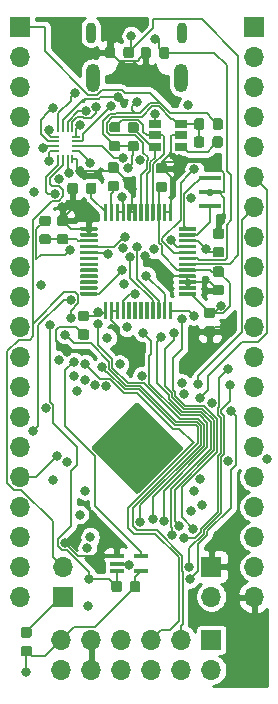
<source format=gbl>
G04 #@! TF.GenerationSoftware,KiCad,Pcbnew,(5.1.5-0-10_14)*
G04 #@! TF.CreationDate,2020-03-23T13:17:36-07:00*
G04 #@! TF.ProjectId,raptor,72617074-6f72-42e6-9b69-6361645f7063,rev?*
G04 #@! TF.SameCoordinates,Original*
G04 #@! TF.FileFunction,Copper,L4,Bot*
G04 #@! TF.FilePolarity,Positive*
%FSLAX46Y46*%
G04 Gerber Fmt 4.6, Leading zero omitted, Abs format (unit mm)*
G04 Created by KiCad (PCBNEW (5.1.5-0-10_14)) date 2020-03-23 13:17:36*
%MOMM*%
%LPD*%
G04 APERTURE LIST*
%ADD10R,1.700000X1.700000*%
%ADD11O,1.700000X1.700000*%
%ADD12C,0.100000*%
%ADD13C,0.500000*%
%ADD14R,1.168400X0.355600*%
%ADD15O,1.200000X2.400000*%
%ADD16O,0.900000X1.800000*%
%ADD17R,0.200000X0.800000*%
%ADD18R,0.800000X0.200000*%
%ADD19R,1.900000X0.400000*%
%ADD20R,1.060000X0.650000*%
%ADD21C,0.800000*%
%ADD22C,0.203200*%
%ADD23C,0.127000*%
%ADD24C,0.254000*%
G04 APERTURE END LIST*
D10*
X138410000Y-85370000D03*
D11*
X138410000Y-87910000D03*
X138410000Y-90450000D03*
X138410000Y-92990000D03*
X138410000Y-95530000D03*
X138410000Y-98070000D03*
X138410000Y-100610000D03*
X138410000Y-103150000D03*
X138410000Y-105690000D03*
X138410000Y-108230000D03*
X138410000Y-110770000D03*
X138410000Y-113310000D03*
X138410000Y-115850000D03*
X138410000Y-118390000D03*
X138410000Y-120930000D03*
X138410000Y-123470000D03*
X138410000Y-126010000D03*
X138410000Y-128550000D03*
X138410000Y-131090000D03*
X138410000Y-133630000D03*
G04 #@! TA.AperFunction,Conductor*
D12*
G36*
X148373300Y-117171897D02*
G01*
X148397763Y-117175526D01*
X148421752Y-117181535D01*
X148445036Y-117189866D01*
X148467392Y-117200440D01*
X148488604Y-117213154D01*
X148508467Y-117227885D01*
X148526791Y-117244493D01*
X152130207Y-120847909D01*
X152146815Y-120866233D01*
X152161546Y-120886096D01*
X152174260Y-120907308D01*
X152184834Y-120929664D01*
X152193165Y-120952948D01*
X152199174Y-120976937D01*
X152202803Y-121001400D01*
X152204016Y-121026100D01*
X152202803Y-121050800D01*
X152199174Y-121075263D01*
X152193165Y-121099252D01*
X152184834Y-121122536D01*
X152174260Y-121144892D01*
X152161546Y-121166104D01*
X152146815Y-121185967D01*
X152130207Y-121204291D01*
X148526791Y-124807707D01*
X148508467Y-124824315D01*
X148488604Y-124839046D01*
X148467392Y-124851760D01*
X148445036Y-124862334D01*
X148421752Y-124870665D01*
X148397763Y-124876674D01*
X148373300Y-124880303D01*
X148348600Y-124881516D01*
X148323900Y-124880303D01*
X148299437Y-124876674D01*
X148275448Y-124870665D01*
X148252164Y-124862334D01*
X148229808Y-124851760D01*
X148208596Y-124839046D01*
X148188733Y-124824315D01*
X148170409Y-124807707D01*
X144566993Y-121204291D01*
X144550385Y-121185967D01*
X144535654Y-121166104D01*
X144522940Y-121144892D01*
X144512366Y-121122536D01*
X144504035Y-121099252D01*
X144498026Y-121075263D01*
X144494397Y-121050800D01*
X144493184Y-121026100D01*
X144494397Y-121001400D01*
X144498026Y-120976937D01*
X144504035Y-120952948D01*
X144512366Y-120929664D01*
X144522940Y-120907308D01*
X144535654Y-120886096D01*
X144550385Y-120866233D01*
X144566993Y-120847909D01*
X148170409Y-117244493D01*
X148188733Y-117227885D01*
X148208596Y-117213154D01*
X148229808Y-117200440D01*
X148252164Y-117189866D01*
X148275448Y-117181535D01*
X148299437Y-117175526D01*
X148323900Y-117171897D01*
X148348600Y-117170684D01*
X148373300Y-117171897D01*
G37*
G04 #@! TD.AperFunction*
D13*
X144742355Y-121026100D03*
X145643917Y-120124539D03*
X146545478Y-119222978D03*
X147447039Y-118321417D03*
X148348600Y-117419855D03*
X145643917Y-121927661D03*
X146545478Y-121026100D03*
X147447039Y-120124539D03*
X148348600Y-119222978D03*
X149250161Y-118321417D03*
X146545478Y-122829222D03*
X147447039Y-121927661D03*
X148348600Y-121026100D03*
X149250161Y-120124539D03*
X150151722Y-119222978D03*
X147447039Y-123730783D03*
X148348600Y-122829222D03*
X149250161Y-121927661D03*
X150151722Y-121026100D03*
X151053283Y-120124539D03*
X148348600Y-124632345D03*
X149250161Y-123730783D03*
X150151722Y-122829222D03*
X151053283Y-121927661D03*
X151954845Y-121026100D03*
D14*
X148681400Y-131460400D03*
X148681400Y-130139600D03*
X146598600Y-130139600D03*
X146598600Y-130800000D03*
X146598600Y-131460400D03*
G04 #@! TA.AperFunction,SMDPad,CuDef*
D12*
G36*
X148407691Y-132266053D02*
G01*
X148428926Y-132269203D01*
X148449750Y-132274419D01*
X148469962Y-132281651D01*
X148489368Y-132290830D01*
X148507781Y-132301866D01*
X148525024Y-132314654D01*
X148540930Y-132329070D01*
X148555346Y-132344976D01*
X148568134Y-132362219D01*
X148579170Y-132380632D01*
X148588349Y-132400038D01*
X148595581Y-132420250D01*
X148600797Y-132441074D01*
X148603947Y-132462309D01*
X148605000Y-132483750D01*
X148605000Y-132996250D01*
X148603947Y-133017691D01*
X148600797Y-133038926D01*
X148595581Y-133059750D01*
X148588349Y-133079962D01*
X148579170Y-133099368D01*
X148568134Y-133117781D01*
X148555346Y-133135024D01*
X148540930Y-133150930D01*
X148525024Y-133165346D01*
X148507781Y-133178134D01*
X148489368Y-133189170D01*
X148469962Y-133198349D01*
X148449750Y-133205581D01*
X148428926Y-133210797D01*
X148407691Y-133213947D01*
X148386250Y-133215000D01*
X147948750Y-133215000D01*
X147927309Y-133213947D01*
X147906074Y-133210797D01*
X147885250Y-133205581D01*
X147865038Y-133198349D01*
X147845632Y-133189170D01*
X147827219Y-133178134D01*
X147809976Y-133165346D01*
X147794070Y-133150930D01*
X147779654Y-133135024D01*
X147766866Y-133117781D01*
X147755830Y-133099368D01*
X147746651Y-133079962D01*
X147739419Y-133059750D01*
X147734203Y-133038926D01*
X147731053Y-133017691D01*
X147730000Y-132996250D01*
X147730000Y-132483750D01*
X147731053Y-132462309D01*
X147734203Y-132441074D01*
X147739419Y-132420250D01*
X147746651Y-132400038D01*
X147755830Y-132380632D01*
X147766866Y-132362219D01*
X147779654Y-132344976D01*
X147794070Y-132329070D01*
X147809976Y-132314654D01*
X147827219Y-132301866D01*
X147845632Y-132290830D01*
X147865038Y-132281651D01*
X147885250Y-132274419D01*
X147906074Y-132269203D01*
X147927309Y-132266053D01*
X147948750Y-132265000D01*
X148386250Y-132265000D01*
X148407691Y-132266053D01*
G37*
G04 #@! TD.AperFunction*
G04 #@! TA.AperFunction,SMDPad,CuDef*
G36*
X146832691Y-132266053D02*
G01*
X146853926Y-132269203D01*
X146874750Y-132274419D01*
X146894962Y-132281651D01*
X146914368Y-132290830D01*
X146932781Y-132301866D01*
X146950024Y-132314654D01*
X146965930Y-132329070D01*
X146980346Y-132344976D01*
X146993134Y-132362219D01*
X147004170Y-132380632D01*
X147013349Y-132400038D01*
X147020581Y-132420250D01*
X147025797Y-132441074D01*
X147028947Y-132462309D01*
X147030000Y-132483750D01*
X147030000Y-132996250D01*
X147028947Y-133017691D01*
X147025797Y-133038926D01*
X147020581Y-133059750D01*
X147013349Y-133079962D01*
X147004170Y-133099368D01*
X146993134Y-133117781D01*
X146980346Y-133135024D01*
X146965930Y-133150930D01*
X146950024Y-133165346D01*
X146932781Y-133178134D01*
X146914368Y-133189170D01*
X146894962Y-133198349D01*
X146874750Y-133205581D01*
X146853926Y-133210797D01*
X146832691Y-133213947D01*
X146811250Y-133215000D01*
X146373750Y-133215000D01*
X146352309Y-133213947D01*
X146331074Y-133210797D01*
X146310250Y-133205581D01*
X146290038Y-133198349D01*
X146270632Y-133189170D01*
X146252219Y-133178134D01*
X146234976Y-133165346D01*
X146219070Y-133150930D01*
X146204654Y-133135024D01*
X146191866Y-133117781D01*
X146180830Y-133099368D01*
X146171651Y-133079962D01*
X146164419Y-133059750D01*
X146159203Y-133038926D01*
X146156053Y-133017691D01*
X146155000Y-132996250D01*
X146155000Y-132483750D01*
X146156053Y-132462309D01*
X146159203Y-132441074D01*
X146164419Y-132420250D01*
X146171651Y-132400038D01*
X146180830Y-132380632D01*
X146191866Y-132362219D01*
X146204654Y-132344976D01*
X146219070Y-132329070D01*
X146234976Y-132314654D01*
X146252219Y-132301866D01*
X146270632Y-132290830D01*
X146290038Y-132281651D01*
X146310250Y-132274419D01*
X146331074Y-132269203D01*
X146352309Y-132266053D01*
X146373750Y-132265000D01*
X146811250Y-132265000D01*
X146832691Y-132266053D01*
G37*
G04 #@! TD.AperFunction*
D11*
X154600000Y-133590000D03*
D10*
X154600000Y-131050000D03*
D15*
X152015000Y-89650000D03*
X144565000Y-89650000D03*
D16*
X152165000Y-85850000D03*
X144415000Y-85850000D03*
D10*
X154620000Y-137250000D03*
D11*
X154620000Y-139790000D03*
X152080000Y-137250000D03*
X152080000Y-139790000D03*
X149540000Y-137250000D03*
X149540000Y-139790000D03*
X147000000Y-137250000D03*
X147000000Y-139790000D03*
X144460000Y-137250000D03*
X144460000Y-139790000D03*
X141920000Y-137250000D03*
X141920000Y-139790000D03*
G04 #@! TA.AperFunction,SMDPad,CuDef*
D12*
G36*
X139215691Y-137765053D02*
G01*
X139236926Y-137768203D01*
X139257750Y-137773419D01*
X139277962Y-137780651D01*
X139297368Y-137789830D01*
X139315781Y-137800866D01*
X139333024Y-137813654D01*
X139348930Y-137828070D01*
X139363346Y-137843976D01*
X139376134Y-137861219D01*
X139387170Y-137879632D01*
X139396349Y-137899038D01*
X139403581Y-137919250D01*
X139408797Y-137940074D01*
X139411947Y-137961309D01*
X139413000Y-137982750D01*
X139413000Y-138420250D01*
X139411947Y-138441691D01*
X139408797Y-138462926D01*
X139403581Y-138483750D01*
X139396349Y-138503962D01*
X139387170Y-138523368D01*
X139376134Y-138541781D01*
X139363346Y-138559024D01*
X139348930Y-138574930D01*
X139333024Y-138589346D01*
X139315781Y-138602134D01*
X139297368Y-138613170D01*
X139277962Y-138622349D01*
X139257750Y-138629581D01*
X139236926Y-138634797D01*
X139215691Y-138637947D01*
X139194250Y-138639000D01*
X138681750Y-138639000D01*
X138660309Y-138637947D01*
X138639074Y-138634797D01*
X138618250Y-138629581D01*
X138598038Y-138622349D01*
X138578632Y-138613170D01*
X138560219Y-138602134D01*
X138542976Y-138589346D01*
X138527070Y-138574930D01*
X138512654Y-138559024D01*
X138499866Y-138541781D01*
X138488830Y-138523368D01*
X138479651Y-138503962D01*
X138472419Y-138483750D01*
X138467203Y-138462926D01*
X138464053Y-138441691D01*
X138463000Y-138420250D01*
X138463000Y-137982750D01*
X138464053Y-137961309D01*
X138467203Y-137940074D01*
X138472419Y-137919250D01*
X138479651Y-137899038D01*
X138488830Y-137879632D01*
X138499866Y-137861219D01*
X138512654Y-137843976D01*
X138527070Y-137828070D01*
X138542976Y-137813654D01*
X138560219Y-137800866D01*
X138578632Y-137789830D01*
X138598038Y-137780651D01*
X138618250Y-137773419D01*
X138639074Y-137768203D01*
X138660309Y-137765053D01*
X138681750Y-137764000D01*
X139194250Y-137764000D01*
X139215691Y-137765053D01*
G37*
G04 #@! TD.AperFunction*
G04 #@! TA.AperFunction,SMDPad,CuDef*
G36*
X139215691Y-136190053D02*
G01*
X139236926Y-136193203D01*
X139257750Y-136198419D01*
X139277962Y-136205651D01*
X139297368Y-136214830D01*
X139315781Y-136225866D01*
X139333024Y-136238654D01*
X139348930Y-136253070D01*
X139363346Y-136268976D01*
X139376134Y-136286219D01*
X139387170Y-136304632D01*
X139396349Y-136324038D01*
X139403581Y-136344250D01*
X139408797Y-136365074D01*
X139411947Y-136386309D01*
X139413000Y-136407750D01*
X139413000Y-136845250D01*
X139411947Y-136866691D01*
X139408797Y-136887926D01*
X139403581Y-136908750D01*
X139396349Y-136928962D01*
X139387170Y-136948368D01*
X139376134Y-136966781D01*
X139363346Y-136984024D01*
X139348930Y-136999930D01*
X139333024Y-137014346D01*
X139315781Y-137027134D01*
X139297368Y-137038170D01*
X139277962Y-137047349D01*
X139257750Y-137054581D01*
X139236926Y-137059797D01*
X139215691Y-137062947D01*
X139194250Y-137064000D01*
X138681750Y-137064000D01*
X138660309Y-137062947D01*
X138639074Y-137059797D01*
X138618250Y-137054581D01*
X138598038Y-137047349D01*
X138578632Y-137038170D01*
X138560219Y-137027134D01*
X138542976Y-137014346D01*
X138527070Y-136999930D01*
X138512654Y-136984024D01*
X138499866Y-136966781D01*
X138488830Y-136948368D01*
X138479651Y-136928962D01*
X138472419Y-136908750D01*
X138467203Y-136887926D01*
X138464053Y-136866691D01*
X138463000Y-136845250D01*
X138463000Y-136407750D01*
X138464053Y-136386309D01*
X138467203Y-136365074D01*
X138472419Y-136344250D01*
X138479651Y-136324038D01*
X138488830Y-136304632D01*
X138499866Y-136286219D01*
X138512654Y-136268976D01*
X138527070Y-136253070D01*
X138542976Y-136238654D01*
X138560219Y-136225866D01*
X138578632Y-136214830D01*
X138598038Y-136205651D01*
X138618250Y-136198419D01*
X138639074Y-136193203D01*
X138660309Y-136190053D01*
X138681750Y-136189000D01*
X139194250Y-136189000D01*
X139215691Y-136190053D01*
G37*
G04 #@! TD.AperFunction*
G04 #@! TA.AperFunction,SMDPad,CuDef*
G36*
X153822691Y-93106053D02*
G01*
X153843926Y-93109203D01*
X153864750Y-93114419D01*
X153884962Y-93121651D01*
X153904368Y-93130830D01*
X153922781Y-93141866D01*
X153940024Y-93154654D01*
X153955930Y-93169070D01*
X153970346Y-93184976D01*
X153983134Y-93202219D01*
X153994170Y-93220632D01*
X154003349Y-93240038D01*
X154010581Y-93260250D01*
X154015797Y-93281074D01*
X154018947Y-93302309D01*
X154020000Y-93323750D01*
X154020000Y-93836250D01*
X154018947Y-93857691D01*
X154015797Y-93878926D01*
X154010581Y-93899750D01*
X154003349Y-93919962D01*
X153994170Y-93939368D01*
X153983134Y-93957781D01*
X153970346Y-93975024D01*
X153955930Y-93990930D01*
X153940024Y-94005346D01*
X153922781Y-94018134D01*
X153904368Y-94029170D01*
X153884962Y-94038349D01*
X153864750Y-94045581D01*
X153843926Y-94050797D01*
X153822691Y-94053947D01*
X153801250Y-94055000D01*
X153363750Y-94055000D01*
X153342309Y-94053947D01*
X153321074Y-94050797D01*
X153300250Y-94045581D01*
X153280038Y-94038349D01*
X153260632Y-94029170D01*
X153242219Y-94018134D01*
X153224976Y-94005346D01*
X153209070Y-93990930D01*
X153194654Y-93975024D01*
X153181866Y-93957781D01*
X153170830Y-93939368D01*
X153161651Y-93919962D01*
X153154419Y-93899750D01*
X153149203Y-93878926D01*
X153146053Y-93857691D01*
X153145000Y-93836250D01*
X153145000Y-93323750D01*
X153146053Y-93302309D01*
X153149203Y-93281074D01*
X153154419Y-93260250D01*
X153161651Y-93240038D01*
X153170830Y-93220632D01*
X153181866Y-93202219D01*
X153194654Y-93184976D01*
X153209070Y-93169070D01*
X153224976Y-93154654D01*
X153242219Y-93141866D01*
X153260632Y-93130830D01*
X153280038Y-93121651D01*
X153300250Y-93114419D01*
X153321074Y-93109203D01*
X153342309Y-93106053D01*
X153363750Y-93105000D01*
X153801250Y-93105000D01*
X153822691Y-93106053D01*
G37*
G04 #@! TD.AperFunction*
G04 #@! TA.AperFunction,SMDPad,CuDef*
G36*
X155397691Y-93106053D02*
G01*
X155418926Y-93109203D01*
X155439750Y-93114419D01*
X155459962Y-93121651D01*
X155479368Y-93130830D01*
X155497781Y-93141866D01*
X155515024Y-93154654D01*
X155530930Y-93169070D01*
X155545346Y-93184976D01*
X155558134Y-93202219D01*
X155569170Y-93220632D01*
X155578349Y-93240038D01*
X155585581Y-93260250D01*
X155590797Y-93281074D01*
X155593947Y-93302309D01*
X155595000Y-93323750D01*
X155595000Y-93836250D01*
X155593947Y-93857691D01*
X155590797Y-93878926D01*
X155585581Y-93899750D01*
X155578349Y-93919962D01*
X155569170Y-93939368D01*
X155558134Y-93957781D01*
X155545346Y-93975024D01*
X155530930Y-93990930D01*
X155515024Y-94005346D01*
X155497781Y-94018134D01*
X155479368Y-94029170D01*
X155459962Y-94038349D01*
X155439750Y-94045581D01*
X155418926Y-94050797D01*
X155397691Y-94053947D01*
X155376250Y-94055000D01*
X154938750Y-94055000D01*
X154917309Y-94053947D01*
X154896074Y-94050797D01*
X154875250Y-94045581D01*
X154855038Y-94038349D01*
X154835632Y-94029170D01*
X154817219Y-94018134D01*
X154799976Y-94005346D01*
X154784070Y-93990930D01*
X154769654Y-93975024D01*
X154756866Y-93957781D01*
X154745830Y-93939368D01*
X154736651Y-93919962D01*
X154729419Y-93899750D01*
X154724203Y-93878926D01*
X154721053Y-93857691D01*
X154720000Y-93836250D01*
X154720000Y-93323750D01*
X154721053Y-93302309D01*
X154724203Y-93281074D01*
X154729419Y-93260250D01*
X154736651Y-93240038D01*
X154745830Y-93220632D01*
X154756866Y-93202219D01*
X154769654Y-93184976D01*
X154784070Y-93169070D01*
X154799976Y-93154654D01*
X154817219Y-93141866D01*
X154835632Y-93130830D01*
X154855038Y-93121651D01*
X154875250Y-93114419D01*
X154896074Y-93109203D01*
X154917309Y-93106053D01*
X154938750Y-93105000D01*
X155376250Y-93105000D01*
X155397691Y-93106053D01*
G37*
G04 #@! TD.AperFunction*
D11*
X142060000Y-131100000D03*
D10*
X142060000Y-133640000D03*
D17*
X141640000Y-96550000D03*
X142040000Y-96550000D03*
X142440000Y-96550000D03*
X142840000Y-96550000D03*
D18*
X143140000Y-95850000D03*
X143140000Y-95450000D03*
X143140000Y-95050000D03*
X143140000Y-94650000D03*
D17*
X142840000Y-93950000D03*
X142440000Y-93950000D03*
X142040000Y-93950000D03*
X141640000Y-93950000D03*
D18*
X141340000Y-94650000D03*
X141340000Y-95050000D03*
X141340000Y-95450000D03*
X141340000Y-95850000D03*
D19*
X154480000Y-100550000D03*
X154480000Y-99350000D03*
X154480000Y-98150000D03*
G04 #@! TA.AperFunction,SMDPad,CuDef*
D12*
G36*
X142307691Y-102901053D02*
G01*
X142328926Y-102904203D01*
X142349750Y-102909419D01*
X142369962Y-102916651D01*
X142389368Y-102925830D01*
X142407781Y-102936866D01*
X142425024Y-102949654D01*
X142440930Y-102964070D01*
X142455346Y-102979976D01*
X142468134Y-102997219D01*
X142479170Y-103015632D01*
X142488349Y-103035038D01*
X142495581Y-103055250D01*
X142500797Y-103076074D01*
X142503947Y-103097309D01*
X142505000Y-103118750D01*
X142505000Y-103556250D01*
X142503947Y-103577691D01*
X142500797Y-103598926D01*
X142495581Y-103619750D01*
X142488349Y-103639962D01*
X142479170Y-103659368D01*
X142468134Y-103677781D01*
X142455346Y-103695024D01*
X142440930Y-103710930D01*
X142425024Y-103725346D01*
X142407781Y-103738134D01*
X142389368Y-103749170D01*
X142369962Y-103758349D01*
X142349750Y-103765581D01*
X142328926Y-103770797D01*
X142307691Y-103773947D01*
X142286250Y-103775000D01*
X141773750Y-103775000D01*
X141752309Y-103773947D01*
X141731074Y-103770797D01*
X141710250Y-103765581D01*
X141690038Y-103758349D01*
X141670632Y-103749170D01*
X141652219Y-103738134D01*
X141634976Y-103725346D01*
X141619070Y-103710930D01*
X141604654Y-103695024D01*
X141591866Y-103677781D01*
X141580830Y-103659368D01*
X141571651Y-103639962D01*
X141564419Y-103619750D01*
X141559203Y-103598926D01*
X141556053Y-103577691D01*
X141555000Y-103556250D01*
X141555000Y-103118750D01*
X141556053Y-103097309D01*
X141559203Y-103076074D01*
X141564419Y-103055250D01*
X141571651Y-103035038D01*
X141580830Y-103015632D01*
X141591866Y-102997219D01*
X141604654Y-102979976D01*
X141619070Y-102964070D01*
X141634976Y-102949654D01*
X141652219Y-102936866D01*
X141670632Y-102925830D01*
X141690038Y-102916651D01*
X141710250Y-102909419D01*
X141731074Y-102904203D01*
X141752309Y-102901053D01*
X141773750Y-102900000D01*
X142286250Y-102900000D01*
X142307691Y-102901053D01*
G37*
G04 #@! TD.AperFunction*
G04 #@! TA.AperFunction,SMDPad,CuDef*
G36*
X142307691Y-101326053D02*
G01*
X142328926Y-101329203D01*
X142349750Y-101334419D01*
X142369962Y-101341651D01*
X142389368Y-101350830D01*
X142407781Y-101361866D01*
X142425024Y-101374654D01*
X142440930Y-101389070D01*
X142455346Y-101404976D01*
X142468134Y-101422219D01*
X142479170Y-101440632D01*
X142488349Y-101460038D01*
X142495581Y-101480250D01*
X142500797Y-101501074D01*
X142503947Y-101522309D01*
X142505000Y-101543750D01*
X142505000Y-101981250D01*
X142503947Y-102002691D01*
X142500797Y-102023926D01*
X142495581Y-102044750D01*
X142488349Y-102064962D01*
X142479170Y-102084368D01*
X142468134Y-102102781D01*
X142455346Y-102120024D01*
X142440930Y-102135930D01*
X142425024Y-102150346D01*
X142407781Y-102163134D01*
X142389368Y-102174170D01*
X142369962Y-102183349D01*
X142349750Y-102190581D01*
X142328926Y-102195797D01*
X142307691Y-102198947D01*
X142286250Y-102200000D01*
X141773750Y-102200000D01*
X141752309Y-102198947D01*
X141731074Y-102195797D01*
X141710250Y-102190581D01*
X141690038Y-102183349D01*
X141670632Y-102174170D01*
X141652219Y-102163134D01*
X141634976Y-102150346D01*
X141619070Y-102135930D01*
X141604654Y-102120024D01*
X141591866Y-102102781D01*
X141580830Y-102084368D01*
X141571651Y-102064962D01*
X141564419Y-102044750D01*
X141559203Y-102023926D01*
X141556053Y-102002691D01*
X141555000Y-101981250D01*
X141555000Y-101543750D01*
X141556053Y-101522309D01*
X141559203Y-101501074D01*
X141564419Y-101480250D01*
X141571651Y-101460038D01*
X141580830Y-101440632D01*
X141591866Y-101422219D01*
X141604654Y-101404976D01*
X141619070Y-101389070D01*
X141634976Y-101374654D01*
X141652219Y-101361866D01*
X141670632Y-101350830D01*
X141690038Y-101341651D01*
X141710250Y-101334419D01*
X141731074Y-101329203D01*
X141752309Y-101326053D01*
X141773750Y-101325000D01*
X142286250Y-101325000D01*
X142307691Y-101326053D01*
G37*
G04 #@! TD.AperFunction*
G04 #@! TA.AperFunction,SMDPad,CuDef*
G36*
X143102691Y-98556053D02*
G01*
X143123926Y-98559203D01*
X143144750Y-98564419D01*
X143164962Y-98571651D01*
X143184368Y-98580830D01*
X143202781Y-98591866D01*
X143220024Y-98604654D01*
X143235930Y-98619070D01*
X143250346Y-98634976D01*
X143263134Y-98652219D01*
X143274170Y-98670632D01*
X143283349Y-98690038D01*
X143290581Y-98710250D01*
X143295797Y-98731074D01*
X143298947Y-98752309D01*
X143300000Y-98773750D01*
X143300000Y-99286250D01*
X143298947Y-99307691D01*
X143295797Y-99328926D01*
X143290581Y-99349750D01*
X143283349Y-99369962D01*
X143274170Y-99389368D01*
X143263134Y-99407781D01*
X143250346Y-99425024D01*
X143235930Y-99440930D01*
X143220024Y-99455346D01*
X143202781Y-99468134D01*
X143184368Y-99479170D01*
X143164962Y-99488349D01*
X143144750Y-99495581D01*
X143123926Y-99500797D01*
X143102691Y-99503947D01*
X143081250Y-99505000D01*
X142643750Y-99505000D01*
X142622309Y-99503947D01*
X142601074Y-99500797D01*
X142580250Y-99495581D01*
X142560038Y-99488349D01*
X142540632Y-99479170D01*
X142522219Y-99468134D01*
X142504976Y-99455346D01*
X142489070Y-99440930D01*
X142474654Y-99425024D01*
X142461866Y-99407781D01*
X142450830Y-99389368D01*
X142441651Y-99369962D01*
X142434419Y-99349750D01*
X142429203Y-99328926D01*
X142426053Y-99307691D01*
X142425000Y-99286250D01*
X142425000Y-98773750D01*
X142426053Y-98752309D01*
X142429203Y-98731074D01*
X142434419Y-98710250D01*
X142441651Y-98690038D01*
X142450830Y-98670632D01*
X142461866Y-98652219D01*
X142474654Y-98634976D01*
X142489070Y-98619070D01*
X142504976Y-98604654D01*
X142522219Y-98591866D01*
X142540632Y-98580830D01*
X142560038Y-98571651D01*
X142580250Y-98564419D01*
X142601074Y-98559203D01*
X142622309Y-98556053D01*
X142643750Y-98555000D01*
X143081250Y-98555000D01*
X143102691Y-98556053D01*
G37*
G04 #@! TD.AperFunction*
G04 #@! TA.AperFunction,SMDPad,CuDef*
G36*
X144677691Y-98556053D02*
G01*
X144698926Y-98559203D01*
X144719750Y-98564419D01*
X144739962Y-98571651D01*
X144759368Y-98580830D01*
X144777781Y-98591866D01*
X144795024Y-98604654D01*
X144810930Y-98619070D01*
X144825346Y-98634976D01*
X144838134Y-98652219D01*
X144849170Y-98670632D01*
X144858349Y-98690038D01*
X144865581Y-98710250D01*
X144870797Y-98731074D01*
X144873947Y-98752309D01*
X144875000Y-98773750D01*
X144875000Y-99286250D01*
X144873947Y-99307691D01*
X144870797Y-99328926D01*
X144865581Y-99349750D01*
X144858349Y-99369962D01*
X144849170Y-99389368D01*
X144838134Y-99407781D01*
X144825346Y-99425024D01*
X144810930Y-99440930D01*
X144795024Y-99455346D01*
X144777781Y-99468134D01*
X144759368Y-99479170D01*
X144739962Y-99488349D01*
X144719750Y-99495581D01*
X144698926Y-99500797D01*
X144677691Y-99503947D01*
X144656250Y-99505000D01*
X144218750Y-99505000D01*
X144197309Y-99503947D01*
X144176074Y-99500797D01*
X144155250Y-99495581D01*
X144135038Y-99488349D01*
X144115632Y-99479170D01*
X144097219Y-99468134D01*
X144079976Y-99455346D01*
X144064070Y-99440930D01*
X144049654Y-99425024D01*
X144036866Y-99407781D01*
X144025830Y-99389368D01*
X144016651Y-99369962D01*
X144009419Y-99349750D01*
X144004203Y-99328926D01*
X144001053Y-99307691D01*
X144000000Y-99286250D01*
X144000000Y-98773750D01*
X144001053Y-98752309D01*
X144004203Y-98731074D01*
X144009419Y-98710250D01*
X144016651Y-98690038D01*
X144025830Y-98670632D01*
X144036866Y-98652219D01*
X144049654Y-98634976D01*
X144064070Y-98619070D01*
X144079976Y-98604654D01*
X144097219Y-98591866D01*
X144115632Y-98580830D01*
X144135038Y-98571651D01*
X144155250Y-98564419D01*
X144176074Y-98559203D01*
X144197309Y-98556053D01*
X144218750Y-98555000D01*
X144656250Y-98555000D01*
X144677691Y-98556053D01*
G37*
G04 #@! TD.AperFunction*
G04 #@! TA.AperFunction,SMDPad,CuDef*
G36*
X155497691Y-104001053D02*
G01*
X155518926Y-104004203D01*
X155539750Y-104009419D01*
X155559962Y-104016651D01*
X155579368Y-104025830D01*
X155597781Y-104036866D01*
X155615024Y-104049654D01*
X155630930Y-104064070D01*
X155645346Y-104079976D01*
X155658134Y-104097219D01*
X155669170Y-104115632D01*
X155678349Y-104135038D01*
X155685581Y-104155250D01*
X155690797Y-104176074D01*
X155693947Y-104197309D01*
X155695000Y-104218750D01*
X155695000Y-104656250D01*
X155693947Y-104677691D01*
X155690797Y-104698926D01*
X155685581Y-104719750D01*
X155678349Y-104739962D01*
X155669170Y-104759368D01*
X155658134Y-104777781D01*
X155645346Y-104795024D01*
X155630930Y-104810930D01*
X155615024Y-104825346D01*
X155597781Y-104838134D01*
X155579368Y-104849170D01*
X155559962Y-104858349D01*
X155539750Y-104865581D01*
X155518926Y-104870797D01*
X155497691Y-104873947D01*
X155476250Y-104875000D01*
X154963750Y-104875000D01*
X154942309Y-104873947D01*
X154921074Y-104870797D01*
X154900250Y-104865581D01*
X154880038Y-104858349D01*
X154860632Y-104849170D01*
X154842219Y-104838134D01*
X154824976Y-104825346D01*
X154809070Y-104810930D01*
X154794654Y-104795024D01*
X154781866Y-104777781D01*
X154770830Y-104759368D01*
X154761651Y-104739962D01*
X154754419Y-104719750D01*
X154749203Y-104698926D01*
X154746053Y-104677691D01*
X154745000Y-104656250D01*
X154745000Y-104218750D01*
X154746053Y-104197309D01*
X154749203Y-104176074D01*
X154754419Y-104155250D01*
X154761651Y-104135038D01*
X154770830Y-104115632D01*
X154781866Y-104097219D01*
X154794654Y-104079976D01*
X154809070Y-104064070D01*
X154824976Y-104049654D01*
X154842219Y-104036866D01*
X154860632Y-104025830D01*
X154880038Y-104016651D01*
X154900250Y-104009419D01*
X154921074Y-104004203D01*
X154942309Y-104001053D01*
X154963750Y-104000000D01*
X155476250Y-104000000D01*
X155497691Y-104001053D01*
G37*
G04 #@! TD.AperFunction*
G04 #@! TA.AperFunction,SMDPad,CuDef*
G36*
X155497691Y-102426053D02*
G01*
X155518926Y-102429203D01*
X155539750Y-102434419D01*
X155559962Y-102441651D01*
X155579368Y-102450830D01*
X155597781Y-102461866D01*
X155615024Y-102474654D01*
X155630930Y-102489070D01*
X155645346Y-102504976D01*
X155658134Y-102522219D01*
X155669170Y-102540632D01*
X155678349Y-102560038D01*
X155685581Y-102580250D01*
X155690797Y-102601074D01*
X155693947Y-102622309D01*
X155695000Y-102643750D01*
X155695000Y-103081250D01*
X155693947Y-103102691D01*
X155690797Y-103123926D01*
X155685581Y-103144750D01*
X155678349Y-103164962D01*
X155669170Y-103184368D01*
X155658134Y-103202781D01*
X155645346Y-103220024D01*
X155630930Y-103235930D01*
X155615024Y-103250346D01*
X155597781Y-103263134D01*
X155579368Y-103274170D01*
X155559962Y-103283349D01*
X155539750Y-103290581D01*
X155518926Y-103295797D01*
X155497691Y-103298947D01*
X155476250Y-103300000D01*
X154963750Y-103300000D01*
X154942309Y-103298947D01*
X154921074Y-103295797D01*
X154900250Y-103290581D01*
X154880038Y-103283349D01*
X154860632Y-103274170D01*
X154842219Y-103263134D01*
X154824976Y-103250346D01*
X154809070Y-103235930D01*
X154794654Y-103220024D01*
X154781866Y-103202781D01*
X154770830Y-103184368D01*
X154761651Y-103164962D01*
X154754419Y-103144750D01*
X154749203Y-103123926D01*
X154746053Y-103102691D01*
X154745000Y-103081250D01*
X154745000Y-102643750D01*
X154746053Y-102622309D01*
X154749203Y-102601074D01*
X154754419Y-102580250D01*
X154761651Y-102560038D01*
X154770830Y-102540632D01*
X154781866Y-102522219D01*
X154794654Y-102504976D01*
X154809070Y-102489070D01*
X154824976Y-102474654D01*
X154842219Y-102461866D01*
X154860632Y-102450830D01*
X154880038Y-102441651D01*
X154900250Y-102434419D01*
X154921074Y-102429203D01*
X154942309Y-102426053D01*
X154963750Y-102425000D01*
X155476250Y-102425000D01*
X155497691Y-102426053D01*
G37*
G04 #@! TD.AperFunction*
G04 #@! TA.AperFunction,SMDPad,CuDef*
G36*
X144076291Y-109394653D02*
G01*
X144097526Y-109397803D01*
X144118350Y-109403019D01*
X144138562Y-109410251D01*
X144157968Y-109419430D01*
X144176381Y-109430466D01*
X144193624Y-109443254D01*
X144209530Y-109457670D01*
X144223946Y-109473576D01*
X144236734Y-109490819D01*
X144247770Y-109509232D01*
X144256949Y-109528638D01*
X144264181Y-109548850D01*
X144269397Y-109569674D01*
X144272547Y-109590909D01*
X144273600Y-109612350D01*
X144273600Y-110049850D01*
X144272547Y-110071291D01*
X144269397Y-110092526D01*
X144264181Y-110113350D01*
X144256949Y-110133562D01*
X144247770Y-110152968D01*
X144236734Y-110171381D01*
X144223946Y-110188624D01*
X144209530Y-110204530D01*
X144193624Y-110218946D01*
X144176381Y-110231734D01*
X144157968Y-110242770D01*
X144138562Y-110251949D01*
X144118350Y-110259181D01*
X144097526Y-110264397D01*
X144076291Y-110267547D01*
X144054850Y-110268600D01*
X143542350Y-110268600D01*
X143520909Y-110267547D01*
X143499674Y-110264397D01*
X143478850Y-110259181D01*
X143458638Y-110251949D01*
X143439232Y-110242770D01*
X143420819Y-110231734D01*
X143403576Y-110218946D01*
X143387670Y-110204530D01*
X143373254Y-110188624D01*
X143360466Y-110171381D01*
X143349430Y-110152968D01*
X143340251Y-110133562D01*
X143333019Y-110113350D01*
X143327803Y-110092526D01*
X143324653Y-110071291D01*
X143323600Y-110049850D01*
X143323600Y-109612350D01*
X143324653Y-109590909D01*
X143327803Y-109569674D01*
X143333019Y-109548850D01*
X143340251Y-109528638D01*
X143349430Y-109509232D01*
X143360466Y-109490819D01*
X143373254Y-109473576D01*
X143387670Y-109457670D01*
X143403576Y-109443254D01*
X143420819Y-109430466D01*
X143439232Y-109419430D01*
X143458638Y-109410251D01*
X143478850Y-109403019D01*
X143499674Y-109397803D01*
X143520909Y-109394653D01*
X143542350Y-109393600D01*
X144054850Y-109393600D01*
X144076291Y-109394653D01*
G37*
G04 #@! TD.AperFunction*
G04 #@! TA.AperFunction,SMDPad,CuDef*
G36*
X144076291Y-110969653D02*
G01*
X144097526Y-110972803D01*
X144118350Y-110978019D01*
X144138562Y-110985251D01*
X144157968Y-110994430D01*
X144176381Y-111005466D01*
X144193624Y-111018254D01*
X144209530Y-111032670D01*
X144223946Y-111048576D01*
X144236734Y-111065819D01*
X144247770Y-111084232D01*
X144256949Y-111103638D01*
X144264181Y-111123850D01*
X144269397Y-111144674D01*
X144272547Y-111165909D01*
X144273600Y-111187350D01*
X144273600Y-111624850D01*
X144272547Y-111646291D01*
X144269397Y-111667526D01*
X144264181Y-111688350D01*
X144256949Y-111708562D01*
X144247770Y-111727968D01*
X144236734Y-111746381D01*
X144223946Y-111763624D01*
X144209530Y-111779530D01*
X144193624Y-111793946D01*
X144176381Y-111806734D01*
X144157968Y-111817770D01*
X144138562Y-111826949D01*
X144118350Y-111834181D01*
X144097526Y-111839397D01*
X144076291Y-111842547D01*
X144054850Y-111843600D01*
X143542350Y-111843600D01*
X143520909Y-111842547D01*
X143499674Y-111839397D01*
X143478850Y-111834181D01*
X143458638Y-111826949D01*
X143439232Y-111817770D01*
X143420819Y-111806734D01*
X143403576Y-111793946D01*
X143387670Y-111779530D01*
X143373254Y-111763624D01*
X143360466Y-111746381D01*
X143349430Y-111727968D01*
X143340251Y-111708562D01*
X143333019Y-111688350D01*
X143327803Y-111667526D01*
X143324653Y-111646291D01*
X143323600Y-111624850D01*
X143323600Y-111187350D01*
X143324653Y-111165909D01*
X143327803Y-111144674D01*
X143333019Y-111123850D01*
X143340251Y-111103638D01*
X143349430Y-111084232D01*
X143360466Y-111065819D01*
X143373254Y-111048576D01*
X143387670Y-111032670D01*
X143403576Y-111018254D01*
X143420819Y-111005466D01*
X143439232Y-110994430D01*
X143458638Y-110985251D01*
X143478850Y-110978019D01*
X143499674Y-110972803D01*
X143520909Y-110969653D01*
X143542350Y-110968600D01*
X144054850Y-110968600D01*
X144076291Y-110969653D01*
G37*
G04 #@! TD.AperFunction*
G04 #@! TA.AperFunction,SMDPad,CuDef*
G36*
X150680291Y-98472853D02*
G01*
X150701526Y-98476003D01*
X150722350Y-98481219D01*
X150742562Y-98488451D01*
X150761968Y-98497630D01*
X150780381Y-98508666D01*
X150797624Y-98521454D01*
X150813530Y-98535870D01*
X150827946Y-98551776D01*
X150840734Y-98569019D01*
X150851770Y-98587432D01*
X150860949Y-98606838D01*
X150868181Y-98627050D01*
X150873397Y-98647874D01*
X150876547Y-98669109D01*
X150877600Y-98690550D01*
X150877600Y-99128050D01*
X150876547Y-99149491D01*
X150873397Y-99170726D01*
X150868181Y-99191550D01*
X150860949Y-99211762D01*
X150851770Y-99231168D01*
X150840734Y-99249581D01*
X150827946Y-99266824D01*
X150813530Y-99282730D01*
X150797624Y-99297146D01*
X150780381Y-99309934D01*
X150761968Y-99320970D01*
X150742562Y-99330149D01*
X150722350Y-99337381D01*
X150701526Y-99342597D01*
X150680291Y-99345747D01*
X150658850Y-99346800D01*
X150146350Y-99346800D01*
X150124909Y-99345747D01*
X150103674Y-99342597D01*
X150082850Y-99337381D01*
X150062638Y-99330149D01*
X150043232Y-99320970D01*
X150024819Y-99309934D01*
X150007576Y-99297146D01*
X149991670Y-99282730D01*
X149977254Y-99266824D01*
X149964466Y-99249581D01*
X149953430Y-99231168D01*
X149944251Y-99211762D01*
X149937019Y-99191550D01*
X149931803Y-99170726D01*
X149928653Y-99149491D01*
X149927600Y-99128050D01*
X149927600Y-98690550D01*
X149928653Y-98669109D01*
X149931803Y-98647874D01*
X149937019Y-98627050D01*
X149944251Y-98606838D01*
X149953430Y-98587432D01*
X149964466Y-98569019D01*
X149977254Y-98551776D01*
X149991670Y-98535870D01*
X150007576Y-98521454D01*
X150024819Y-98508666D01*
X150043232Y-98497630D01*
X150062638Y-98488451D01*
X150082850Y-98481219D01*
X150103674Y-98476003D01*
X150124909Y-98472853D01*
X150146350Y-98471800D01*
X150658850Y-98471800D01*
X150680291Y-98472853D01*
G37*
G04 #@! TD.AperFunction*
G04 #@! TA.AperFunction,SMDPad,CuDef*
G36*
X150680291Y-96897853D02*
G01*
X150701526Y-96901003D01*
X150722350Y-96906219D01*
X150742562Y-96913451D01*
X150761968Y-96922630D01*
X150780381Y-96933666D01*
X150797624Y-96946454D01*
X150813530Y-96960870D01*
X150827946Y-96976776D01*
X150840734Y-96994019D01*
X150851770Y-97012432D01*
X150860949Y-97031838D01*
X150868181Y-97052050D01*
X150873397Y-97072874D01*
X150876547Y-97094109D01*
X150877600Y-97115550D01*
X150877600Y-97553050D01*
X150876547Y-97574491D01*
X150873397Y-97595726D01*
X150868181Y-97616550D01*
X150860949Y-97636762D01*
X150851770Y-97656168D01*
X150840734Y-97674581D01*
X150827946Y-97691824D01*
X150813530Y-97707730D01*
X150797624Y-97722146D01*
X150780381Y-97734934D01*
X150761968Y-97745970D01*
X150742562Y-97755149D01*
X150722350Y-97762381D01*
X150701526Y-97767597D01*
X150680291Y-97770747D01*
X150658850Y-97771800D01*
X150146350Y-97771800D01*
X150124909Y-97770747D01*
X150103674Y-97767597D01*
X150082850Y-97762381D01*
X150062638Y-97755149D01*
X150043232Y-97745970D01*
X150024819Y-97734934D01*
X150007576Y-97722146D01*
X149991670Y-97707730D01*
X149977254Y-97691824D01*
X149964466Y-97674581D01*
X149953430Y-97656168D01*
X149944251Y-97636762D01*
X149937019Y-97616550D01*
X149931803Y-97595726D01*
X149928653Y-97574491D01*
X149927600Y-97553050D01*
X149927600Y-97115550D01*
X149928653Y-97094109D01*
X149931803Y-97072874D01*
X149937019Y-97052050D01*
X149944251Y-97031838D01*
X149953430Y-97012432D01*
X149964466Y-96994019D01*
X149977254Y-96976776D01*
X149991670Y-96960870D01*
X150007576Y-96946454D01*
X150024819Y-96933666D01*
X150043232Y-96922630D01*
X150062638Y-96913451D01*
X150082850Y-96906219D01*
X150103674Y-96901003D01*
X150124909Y-96897853D01*
X150146350Y-96896800D01*
X150658850Y-96896800D01*
X150680291Y-96897853D01*
G37*
G04 #@! TD.AperFunction*
G04 #@! TA.AperFunction,SMDPad,CuDef*
G36*
X154756991Y-109140653D02*
G01*
X154778226Y-109143803D01*
X154799050Y-109149019D01*
X154819262Y-109156251D01*
X154838668Y-109165430D01*
X154857081Y-109176466D01*
X154874324Y-109189254D01*
X154890230Y-109203670D01*
X154904646Y-109219576D01*
X154917434Y-109236819D01*
X154928470Y-109255232D01*
X154937649Y-109274638D01*
X154944881Y-109294850D01*
X154950097Y-109315674D01*
X154953247Y-109336909D01*
X154954300Y-109358350D01*
X154954300Y-109795850D01*
X154953247Y-109817291D01*
X154950097Y-109838526D01*
X154944881Y-109859350D01*
X154937649Y-109879562D01*
X154928470Y-109898968D01*
X154917434Y-109917381D01*
X154904646Y-109934624D01*
X154890230Y-109950530D01*
X154874324Y-109964946D01*
X154857081Y-109977734D01*
X154838668Y-109988770D01*
X154819262Y-109997949D01*
X154799050Y-110005181D01*
X154778226Y-110010397D01*
X154756991Y-110013547D01*
X154735550Y-110014600D01*
X154223050Y-110014600D01*
X154201609Y-110013547D01*
X154180374Y-110010397D01*
X154159550Y-110005181D01*
X154139338Y-109997949D01*
X154119932Y-109988770D01*
X154101519Y-109977734D01*
X154084276Y-109964946D01*
X154068370Y-109950530D01*
X154053954Y-109934624D01*
X154041166Y-109917381D01*
X154030130Y-109898968D01*
X154020951Y-109879562D01*
X154013719Y-109859350D01*
X154008503Y-109838526D01*
X154005353Y-109817291D01*
X154004300Y-109795850D01*
X154004300Y-109358350D01*
X154005353Y-109336909D01*
X154008503Y-109315674D01*
X154013719Y-109294850D01*
X154020951Y-109274638D01*
X154030130Y-109255232D01*
X154041166Y-109236819D01*
X154053954Y-109219576D01*
X154068370Y-109203670D01*
X154084276Y-109189254D01*
X154101519Y-109176466D01*
X154119932Y-109165430D01*
X154139338Y-109156251D01*
X154159550Y-109149019D01*
X154180374Y-109143803D01*
X154201609Y-109140653D01*
X154223050Y-109139600D01*
X154735550Y-109139600D01*
X154756991Y-109140653D01*
G37*
G04 #@! TD.AperFunction*
G04 #@! TA.AperFunction,SMDPad,CuDef*
G36*
X154756991Y-110715653D02*
G01*
X154778226Y-110718803D01*
X154799050Y-110724019D01*
X154819262Y-110731251D01*
X154838668Y-110740430D01*
X154857081Y-110751466D01*
X154874324Y-110764254D01*
X154890230Y-110778670D01*
X154904646Y-110794576D01*
X154917434Y-110811819D01*
X154928470Y-110830232D01*
X154937649Y-110849638D01*
X154944881Y-110869850D01*
X154950097Y-110890674D01*
X154953247Y-110911909D01*
X154954300Y-110933350D01*
X154954300Y-111370850D01*
X154953247Y-111392291D01*
X154950097Y-111413526D01*
X154944881Y-111434350D01*
X154937649Y-111454562D01*
X154928470Y-111473968D01*
X154917434Y-111492381D01*
X154904646Y-111509624D01*
X154890230Y-111525530D01*
X154874324Y-111539946D01*
X154857081Y-111552734D01*
X154838668Y-111563770D01*
X154819262Y-111572949D01*
X154799050Y-111580181D01*
X154778226Y-111585397D01*
X154756991Y-111588547D01*
X154735550Y-111589600D01*
X154223050Y-111589600D01*
X154201609Y-111588547D01*
X154180374Y-111585397D01*
X154159550Y-111580181D01*
X154139338Y-111572949D01*
X154119932Y-111563770D01*
X154101519Y-111552734D01*
X154084276Y-111539946D01*
X154068370Y-111525530D01*
X154053954Y-111509624D01*
X154041166Y-111492381D01*
X154030130Y-111473968D01*
X154020951Y-111454562D01*
X154013719Y-111434350D01*
X154008503Y-111413526D01*
X154005353Y-111392291D01*
X154004300Y-111370850D01*
X154004300Y-110933350D01*
X154005353Y-110911909D01*
X154008503Y-110890674D01*
X154013719Y-110869850D01*
X154020951Y-110849638D01*
X154030130Y-110830232D01*
X154041166Y-110811819D01*
X154053954Y-110794576D01*
X154068370Y-110778670D01*
X154084276Y-110764254D01*
X154101519Y-110751466D01*
X154119932Y-110740430D01*
X154139338Y-110731251D01*
X154159550Y-110724019D01*
X154180374Y-110718803D01*
X154201609Y-110715653D01*
X154223050Y-110714600D01*
X154735550Y-110714600D01*
X154756991Y-110715653D01*
G37*
G04 #@! TD.AperFunction*
G04 #@! TA.AperFunction,SMDPad,CuDef*
G36*
X155487691Y-107221053D02*
G01*
X155508926Y-107224203D01*
X155529750Y-107229419D01*
X155549962Y-107236651D01*
X155569368Y-107245830D01*
X155587781Y-107256866D01*
X155605024Y-107269654D01*
X155620930Y-107284070D01*
X155635346Y-107299976D01*
X155648134Y-107317219D01*
X155659170Y-107335632D01*
X155668349Y-107355038D01*
X155675581Y-107375250D01*
X155680797Y-107396074D01*
X155683947Y-107417309D01*
X155685000Y-107438750D01*
X155685000Y-107876250D01*
X155683947Y-107897691D01*
X155680797Y-107918926D01*
X155675581Y-107939750D01*
X155668349Y-107959962D01*
X155659170Y-107979368D01*
X155648134Y-107997781D01*
X155635346Y-108015024D01*
X155620930Y-108030930D01*
X155605024Y-108045346D01*
X155587781Y-108058134D01*
X155569368Y-108069170D01*
X155549962Y-108078349D01*
X155529750Y-108085581D01*
X155508926Y-108090797D01*
X155487691Y-108093947D01*
X155466250Y-108095000D01*
X154953750Y-108095000D01*
X154932309Y-108093947D01*
X154911074Y-108090797D01*
X154890250Y-108085581D01*
X154870038Y-108078349D01*
X154850632Y-108069170D01*
X154832219Y-108058134D01*
X154814976Y-108045346D01*
X154799070Y-108030930D01*
X154784654Y-108015024D01*
X154771866Y-107997781D01*
X154760830Y-107979368D01*
X154751651Y-107959962D01*
X154744419Y-107939750D01*
X154739203Y-107918926D01*
X154736053Y-107897691D01*
X154735000Y-107876250D01*
X154735000Y-107438750D01*
X154736053Y-107417309D01*
X154739203Y-107396074D01*
X154744419Y-107375250D01*
X154751651Y-107355038D01*
X154760830Y-107335632D01*
X154771866Y-107317219D01*
X154784654Y-107299976D01*
X154799070Y-107284070D01*
X154814976Y-107269654D01*
X154832219Y-107256866D01*
X154850632Y-107245830D01*
X154870038Y-107236651D01*
X154890250Y-107229419D01*
X154911074Y-107224203D01*
X154932309Y-107221053D01*
X154953750Y-107220000D01*
X155466250Y-107220000D01*
X155487691Y-107221053D01*
G37*
G04 #@! TD.AperFunction*
G04 #@! TA.AperFunction,SMDPad,CuDef*
G36*
X155487691Y-105646053D02*
G01*
X155508926Y-105649203D01*
X155529750Y-105654419D01*
X155549962Y-105661651D01*
X155569368Y-105670830D01*
X155587781Y-105681866D01*
X155605024Y-105694654D01*
X155620930Y-105709070D01*
X155635346Y-105724976D01*
X155648134Y-105742219D01*
X155659170Y-105760632D01*
X155668349Y-105780038D01*
X155675581Y-105800250D01*
X155680797Y-105821074D01*
X155683947Y-105842309D01*
X155685000Y-105863750D01*
X155685000Y-106301250D01*
X155683947Y-106322691D01*
X155680797Y-106343926D01*
X155675581Y-106364750D01*
X155668349Y-106384962D01*
X155659170Y-106404368D01*
X155648134Y-106422781D01*
X155635346Y-106440024D01*
X155620930Y-106455930D01*
X155605024Y-106470346D01*
X155587781Y-106483134D01*
X155569368Y-106494170D01*
X155549962Y-106503349D01*
X155529750Y-106510581D01*
X155508926Y-106515797D01*
X155487691Y-106518947D01*
X155466250Y-106520000D01*
X154953750Y-106520000D01*
X154932309Y-106518947D01*
X154911074Y-106515797D01*
X154890250Y-106510581D01*
X154870038Y-106503349D01*
X154850632Y-106494170D01*
X154832219Y-106483134D01*
X154814976Y-106470346D01*
X154799070Y-106455930D01*
X154784654Y-106440024D01*
X154771866Y-106422781D01*
X154760830Y-106404368D01*
X154751651Y-106384962D01*
X154744419Y-106364750D01*
X154739203Y-106343926D01*
X154736053Y-106322691D01*
X154735000Y-106301250D01*
X154735000Y-105863750D01*
X154736053Y-105842309D01*
X154739203Y-105821074D01*
X154744419Y-105800250D01*
X154751651Y-105780038D01*
X154760830Y-105760632D01*
X154771866Y-105742219D01*
X154784654Y-105724976D01*
X154799070Y-105709070D01*
X154814976Y-105694654D01*
X154832219Y-105681866D01*
X154850632Y-105670830D01*
X154870038Y-105661651D01*
X154890250Y-105654419D01*
X154911074Y-105649203D01*
X154932309Y-105646053D01*
X154953750Y-105645000D01*
X155466250Y-105645000D01*
X155487691Y-105646053D01*
G37*
G04 #@! TD.AperFunction*
G04 #@! TA.AperFunction,SMDPad,CuDef*
G36*
X146580731Y-98396653D02*
G01*
X146601966Y-98399803D01*
X146622790Y-98405019D01*
X146643002Y-98412251D01*
X146662408Y-98421430D01*
X146680821Y-98432466D01*
X146698064Y-98445254D01*
X146713970Y-98459670D01*
X146728386Y-98475576D01*
X146741174Y-98492819D01*
X146752210Y-98511232D01*
X146761389Y-98530638D01*
X146768621Y-98550850D01*
X146773837Y-98571674D01*
X146776987Y-98592909D01*
X146778040Y-98614350D01*
X146778040Y-99051850D01*
X146776987Y-99073291D01*
X146773837Y-99094526D01*
X146768621Y-99115350D01*
X146761389Y-99135562D01*
X146752210Y-99154968D01*
X146741174Y-99173381D01*
X146728386Y-99190624D01*
X146713970Y-99206530D01*
X146698064Y-99220946D01*
X146680821Y-99233734D01*
X146662408Y-99244770D01*
X146643002Y-99253949D01*
X146622790Y-99261181D01*
X146601966Y-99266397D01*
X146580731Y-99269547D01*
X146559290Y-99270600D01*
X146046790Y-99270600D01*
X146025349Y-99269547D01*
X146004114Y-99266397D01*
X145983290Y-99261181D01*
X145963078Y-99253949D01*
X145943672Y-99244770D01*
X145925259Y-99233734D01*
X145908016Y-99220946D01*
X145892110Y-99206530D01*
X145877694Y-99190624D01*
X145864906Y-99173381D01*
X145853870Y-99154968D01*
X145844691Y-99135562D01*
X145837459Y-99115350D01*
X145832243Y-99094526D01*
X145829093Y-99073291D01*
X145828040Y-99051850D01*
X145828040Y-98614350D01*
X145829093Y-98592909D01*
X145832243Y-98571674D01*
X145837459Y-98550850D01*
X145844691Y-98530638D01*
X145853870Y-98511232D01*
X145864906Y-98492819D01*
X145877694Y-98475576D01*
X145892110Y-98459670D01*
X145908016Y-98445254D01*
X145925259Y-98432466D01*
X145943672Y-98421430D01*
X145963078Y-98412251D01*
X145983290Y-98405019D01*
X146004114Y-98399803D01*
X146025349Y-98396653D01*
X146046790Y-98395600D01*
X146559290Y-98395600D01*
X146580731Y-98396653D01*
G37*
G04 #@! TD.AperFunction*
G04 #@! TA.AperFunction,SMDPad,CuDef*
G36*
X146580731Y-96821653D02*
G01*
X146601966Y-96824803D01*
X146622790Y-96830019D01*
X146643002Y-96837251D01*
X146662408Y-96846430D01*
X146680821Y-96857466D01*
X146698064Y-96870254D01*
X146713970Y-96884670D01*
X146728386Y-96900576D01*
X146741174Y-96917819D01*
X146752210Y-96936232D01*
X146761389Y-96955638D01*
X146768621Y-96975850D01*
X146773837Y-96996674D01*
X146776987Y-97017909D01*
X146778040Y-97039350D01*
X146778040Y-97476850D01*
X146776987Y-97498291D01*
X146773837Y-97519526D01*
X146768621Y-97540350D01*
X146761389Y-97560562D01*
X146752210Y-97579968D01*
X146741174Y-97598381D01*
X146728386Y-97615624D01*
X146713970Y-97631530D01*
X146698064Y-97645946D01*
X146680821Y-97658734D01*
X146662408Y-97669770D01*
X146643002Y-97678949D01*
X146622790Y-97686181D01*
X146601966Y-97691397D01*
X146580731Y-97694547D01*
X146559290Y-97695600D01*
X146046790Y-97695600D01*
X146025349Y-97694547D01*
X146004114Y-97691397D01*
X145983290Y-97686181D01*
X145963078Y-97678949D01*
X145943672Y-97669770D01*
X145925259Y-97658734D01*
X145908016Y-97645946D01*
X145892110Y-97631530D01*
X145877694Y-97615624D01*
X145864906Y-97598381D01*
X145853870Y-97579968D01*
X145844691Y-97560562D01*
X145837459Y-97540350D01*
X145832243Y-97519526D01*
X145829093Y-97498291D01*
X145828040Y-97476850D01*
X145828040Y-97039350D01*
X145829093Y-97017909D01*
X145832243Y-96996674D01*
X145837459Y-96975850D01*
X145844691Y-96955638D01*
X145853870Y-96936232D01*
X145864906Y-96917819D01*
X145877694Y-96900576D01*
X145892110Y-96884670D01*
X145908016Y-96870254D01*
X145925259Y-96857466D01*
X145943672Y-96846430D01*
X145963078Y-96837251D01*
X145983290Y-96830019D01*
X146004114Y-96824803D01*
X146025349Y-96821653D01*
X146046790Y-96820600D01*
X146559290Y-96820600D01*
X146580731Y-96821653D01*
G37*
G04 #@! TD.AperFunction*
G04 #@! TA.AperFunction,SMDPad,CuDef*
G36*
X150867691Y-87096053D02*
G01*
X150888926Y-87099203D01*
X150909750Y-87104419D01*
X150929962Y-87111651D01*
X150949368Y-87120830D01*
X150967781Y-87131866D01*
X150985024Y-87144654D01*
X151000930Y-87159070D01*
X151015346Y-87174976D01*
X151028134Y-87192219D01*
X151039170Y-87210632D01*
X151048349Y-87230038D01*
X151055581Y-87250250D01*
X151060797Y-87271074D01*
X151063947Y-87292309D01*
X151065000Y-87313750D01*
X151065000Y-87826250D01*
X151063947Y-87847691D01*
X151060797Y-87868926D01*
X151055581Y-87889750D01*
X151048349Y-87909962D01*
X151039170Y-87929368D01*
X151028134Y-87947781D01*
X151015346Y-87965024D01*
X151000930Y-87980930D01*
X150985024Y-87995346D01*
X150967781Y-88008134D01*
X150949368Y-88019170D01*
X150929962Y-88028349D01*
X150909750Y-88035581D01*
X150888926Y-88040797D01*
X150867691Y-88043947D01*
X150846250Y-88045000D01*
X150408750Y-88045000D01*
X150387309Y-88043947D01*
X150366074Y-88040797D01*
X150345250Y-88035581D01*
X150325038Y-88028349D01*
X150305632Y-88019170D01*
X150287219Y-88008134D01*
X150269976Y-87995346D01*
X150254070Y-87980930D01*
X150239654Y-87965024D01*
X150226866Y-87947781D01*
X150215830Y-87929368D01*
X150206651Y-87909962D01*
X150199419Y-87889750D01*
X150194203Y-87868926D01*
X150191053Y-87847691D01*
X150190000Y-87826250D01*
X150190000Y-87313750D01*
X150191053Y-87292309D01*
X150194203Y-87271074D01*
X150199419Y-87250250D01*
X150206651Y-87230038D01*
X150215830Y-87210632D01*
X150226866Y-87192219D01*
X150239654Y-87174976D01*
X150254070Y-87159070D01*
X150269976Y-87144654D01*
X150287219Y-87131866D01*
X150305632Y-87120830D01*
X150325038Y-87111651D01*
X150345250Y-87104419D01*
X150366074Y-87099203D01*
X150387309Y-87096053D01*
X150408750Y-87095000D01*
X150846250Y-87095000D01*
X150867691Y-87096053D01*
G37*
G04 #@! TD.AperFunction*
G04 #@! TA.AperFunction,SMDPad,CuDef*
G36*
X149292691Y-87096053D02*
G01*
X149313926Y-87099203D01*
X149334750Y-87104419D01*
X149354962Y-87111651D01*
X149374368Y-87120830D01*
X149392781Y-87131866D01*
X149410024Y-87144654D01*
X149425930Y-87159070D01*
X149440346Y-87174976D01*
X149453134Y-87192219D01*
X149464170Y-87210632D01*
X149473349Y-87230038D01*
X149480581Y-87250250D01*
X149485797Y-87271074D01*
X149488947Y-87292309D01*
X149490000Y-87313750D01*
X149490000Y-87826250D01*
X149488947Y-87847691D01*
X149485797Y-87868926D01*
X149480581Y-87889750D01*
X149473349Y-87909962D01*
X149464170Y-87929368D01*
X149453134Y-87947781D01*
X149440346Y-87965024D01*
X149425930Y-87980930D01*
X149410024Y-87995346D01*
X149392781Y-88008134D01*
X149374368Y-88019170D01*
X149354962Y-88028349D01*
X149334750Y-88035581D01*
X149313926Y-88040797D01*
X149292691Y-88043947D01*
X149271250Y-88045000D01*
X148833750Y-88045000D01*
X148812309Y-88043947D01*
X148791074Y-88040797D01*
X148770250Y-88035581D01*
X148750038Y-88028349D01*
X148730632Y-88019170D01*
X148712219Y-88008134D01*
X148694976Y-87995346D01*
X148679070Y-87980930D01*
X148664654Y-87965024D01*
X148651866Y-87947781D01*
X148640830Y-87929368D01*
X148631651Y-87909962D01*
X148624419Y-87889750D01*
X148619203Y-87868926D01*
X148616053Y-87847691D01*
X148615000Y-87826250D01*
X148615000Y-87313750D01*
X148616053Y-87292309D01*
X148619203Y-87271074D01*
X148624419Y-87250250D01*
X148631651Y-87230038D01*
X148640830Y-87210632D01*
X148651866Y-87192219D01*
X148664654Y-87174976D01*
X148679070Y-87159070D01*
X148694976Y-87144654D01*
X148712219Y-87131866D01*
X148730632Y-87120830D01*
X148750038Y-87111651D01*
X148770250Y-87104419D01*
X148791074Y-87099203D01*
X148812309Y-87096053D01*
X148833750Y-87095000D01*
X149271250Y-87095000D01*
X149292691Y-87096053D01*
G37*
G04 #@! TD.AperFunction*
G04 #@! TA.AperFunction,SMDPad,CuDef*
G36*
X146272691Y-87046053D02*
G01*
X146293926Y-87049203D01*
X146314750Y-87054419D01*
X146334962Y-87061651D01*
X146354368Y-87070830D01*
X146372781Y-87081866D01*
X146390024Y-87094654D01*
X146405930Y-87109070D01*
X146420346Y-87124976D01*
X146433134Y-87142219D01*
X146444170Y-87160632D01*
X146453349Y-87180038D01*
X146460581Y-87200250D01*
X146465797Y-87221074D01*
X146468947Y-87242309D01*
X146470000Y-87263750D01*
X146470000Y-87776250D01*
X146468947Y-87797691D01*
X146465797Y-87818926D01*
X146460581Y-87839750D01*
X146453349Y-87859962D01*
X146444170Y-87879368D01*
X146433134Y-87897781D01*
X146420346Y-87915024D01*
X146405930Y-87930930D01*
X146390024Y-87945346D01*
X146372781Y-87958134D01*
X146354368Y-87969170D01*
X146334962Y-87978349D01*
X146314750Y-87985581D01*
X146293926Y-87990797D01*
X146272691Y-87993947D01*
X146251250Y-87995000D01*
X145813750Y-87995000D01*
X145792309Y-87993947D01*
X145771074Y-87990797D01*
X145750250Y-87985581D01*
X145730038Y-87978349D01*
X145710632Y-87969170D01*
X145692219Y-87958134D01*
X145674976Y-87945346D01*
X145659070Y-87930930D01*
X145644654Y-87915024D01*
X145631866Y-87897781D01*
X145620830Y-87879368D01*
X145611651Y-87859962D01*
X145604419Y-87839750D01*
X145599203Y-87818926D01*
X145596053Y-87797691D01*
X145595000Y-87776250D01*
X145595000Y-87263750D01*
X145596053Y-87242309D01*
X145599203Y-87221074D01*
X145604419Y-87200250D01*
X145611651Y-87180038D01*
X145620830Y-87160632D01*
X145631866Y-87142219D01*
X145644654Y-87124976D01*
X145659070Y-87109070D01*
X145674976Y-87094654D01*
X145692219Y-87081866D01*
X145710632Y-87070830D01*
X145730038Y-87061651D01*
X145750250Y-87054419D01*
X145771074Y-87049203D01*
X145792309Y-87046053D01*
X145813750Y-87045000D01*
X146251250Y-87045000D01*
X146272691Y-87046053D01*
G37*
G04 #@! TD.AperFunction*
G04 #@! TA.AperFunction,SMDPad,CuDef*
G36*
X147847691Y-87046053D02*
G01*
X147868926Y-87049203D01*
X147889750Y-87054419D01*
X147909962Y-87061651D01*
X147929368Y-87070830D01*
X147947781Y-87081866D01*
X147965024Y-87094654D01*
X147980930Y-87109070D01*
X147995346Y-87124976D01*
X148008134Y-87142219D01*
X148019170Y-87160632D01*
X148028349Y-87180038D01*
X148035581Y-87200250D01*
X148040797Y-87221074D01*
X148043947Y-87242309D01*
X148045000Y-87263750D01*
X148045000Y-87776250D01*
X148043947Y-87797691D01*
X148040797Y-87818926D01*
X148035581Y-87839750D01*
X148028349Y-87859962D01*
X148019170Y-87879368D01*
X148008134Y-87897781D01*
X147995346Y-87915024D01*
X147980930Y-87930930D01*
X147965024Y-87945346D01*
X147947781Y-87958134D01*
X147929368Y-87969170D01*
X147909962Y-87978349D01*
X147889750Y-87985581D01*
X147868926Y-87990797D01*
X147847691Y-87993947D01*
X147826250Y-87995000D01*
X147388750Y-87995000D01*
X147367309Y-87993947D01*
X147346074Y-87990797D01*
X147325250Y-87985581D01*
X147305038Y-87978349D01*
X147285632Y-87969170D01*
X147267219Y-87958134D01*
X147249976Y-87945346D01*
X147234070Y-87930930D01*
X147219654Y-87915024D01*
X147206866Y-87897781D01*
X147195830Y-87879368D01*
X147186651Y-87859962D01*
X147179419Y-87839750D01*
X147174203Y-87818926D01*
X147171053Y-87797691D01*
X147170000Y-87776250D01*
X147170000Y-87263750D01*
X147171053Y-87242309D01*
X147174203Y-87221074D01*
X147179419Y-87200250D01*
X147186651Y-87180038D01*
X147195830Y-87160632D01*
X147206866Y-87142219D01*
X147219654Y-87124976D01*
X147234070Y-87109070D01*
X147249976Y-87094654D01*
X147267219Y-87081866D01*
X147285632Y-87070830D01*
X147305038Y-87061651D01*
X147325250Y-87054419D01*
X147346074Y-87049203D01*
X147367309Y-87046053D01*
X147388750Y-87045000D01*
X147826250Y-87045000D01*
X147847691Y-87046053D01*
G37*
G04 #@! TD.AperFunction*
G04 #@! TA.AperFunction,SMDPad,CuDef*
G36*
X153240951Y-102316461D02*
G01*
X153248232Y-102317541D01*
X153255371Y-102319329D01*
X153262301Y-102321809D01*
X153268955Y-102324956D01*
X153275268Y-102328740D01*
X153281179Y-102333124D01*
X153286633Y-102338067D01*
X153291576Y-102343521D01*
X153295960Y-102349432D01*
X153299744Y-102355745D01*
X153302891Y-102362399D01*
X153305371Y-102369329D01*
X153307159Y-102376468D01*
X153308239Y-102383749D01*
X153308600Y-102391100D01*
X153308600Y-102541100D01*
X153308239Y-102548451D01*
X153307159Y-102555732D01*
X153305371Y-102562871D01*
X153302891Y-102569801D01*
X153299744Y-102576455D01*
X153295960Y-102582768D01*
X153291576Y-102588679D01*
X153286633Y-102594133D01*
X153281179Y-102599076D01*
X153275268Y-102603460D01*
X153268955Y-102607244D01*
X153262301Y-102610391D01*
X153255371Y-102612871D01*
X153248232Y-102614659D01*
X153240951Y-102615739D01*
X153233600Y-102616100D01*
X151908600Y-102616100D01*
X151901249Y-102615739D01*
X151893968Y-102614659D01*
X151886829Y-102612871D01*
X151879899Y-102610391D01*
X151873245Y-102607244D01*
X151866932Y-102603460D01*
X151861021Y-102599076D01*
X151855567Y-102594133D01*
X151850624Y-102588679D01*
X151846240Y-102582768D01*
X151842456Y-102576455D01*
X151839309Y-102569801D01*
X151836829Y-102562871D01*
X151835041Y-102555732D01*
X151833961Y-102548451D01*
X151833600Y-102541100D01*
X151833600Y-102391100D01*
X151833961Y-102383749D01*
X151835041Y-102376468D01*
X151836829Y-102369329D01*
X151839309Y-102362399D01*
X151842456Y-102355745D01*
X151846240Y-102349432D01*
X151850624Y-102343521D01*
X151855567Y-102338067D01*
X151861021Y-102333124D01*
X151866932Y-102328740D01*
X151873245Y-102324956D01*
X151879899Y-102321809D01*
X151886829Y-102319329D01*
X151893968Y-102317541D01*
X151901249Y-102316461D01*
X151908600Y-102316100D01*
X153233600Y-102316100D01*
X153240951Y-102316461D01*
G37*
G04 #@! TD.AperFunction*
G04 #@! TA.AperFunction,SMDPad,CuDef*
G36*
X153240951Y-102816461D02*
G01*
X153248232Y-102817541D01*
X153255371Y-102819329D01*
X153262301Y-102821809D01*
X153268955Y-102824956D01*
X153275268Y-102828740D01*
X153281179Y-102833124D01*
X153286633Y-102838067D01*
X153291576Y-102843521D01*
X153295960Y-102849432D01*
X153299744Y-102855745D01*
X153302891Y-102862399D01*
X153305371Y-102869329D01*
X153307159Y-102876468D01*
X153308239Y-102883749D01*
X153308600Y-102891100D01*
X153308600Y-103041100D01*
X153308239Y-103048451D01*
X153307159Y-103055732D01*
X153305371Y-103062871D01*
X153302891Y-103069801D01*
X153299744Y-103076455D01*
X153295960Y-103082768D01*
X153291576Y-103088679D01*
X153286633Y-103094133D01*
X153281179Y-103099076D01*
X153275268Y-103103460D01*
X153268955Y-103107244D01*
X153262301Y-103110391D01*
X153255371Y-103112871D01*
X153248232Y-103114659D01*
X153240951Y-103115739D01*
X153233600Y-103116100D01*
X151908600Y-103116100D01*
X151901249Y-103115739D01*
X151893968Y-103114659D01*
X151886829Y-103112871D01*
X151879899Y-103110391D01*
X151873245Y-103107244D01*
X151866932Y-103103460D01*
X151861021Y-103099076D01*
X151855567Y-103094133D01*
X151850624Y-103088679D01*
X151846240Y-103082768D01*
X151842456Y-103076455D01*
X151839309Y-103069801D01*
X151836829Y-103062871D01*
X151835041Y-103055732D01*
X151833961Y-103048451D01*
X151833600Y-103041100D01*
X151833600Y-102891100D01*
X151833961Y-102883749D01*
X151835041Y-102876468D01*
X151836829Y-102869329D01*
X151839309Y-102862399D01*
X151842456Y-102855745D01*
X151846240Y-102849432D01*
X151850624Y-102843521D01*
X151855567Y-102838067D01*
X151861021Y-102833124D01*
X151866932Y-102828740D01*
X151873245Y-102824956D01*
X151879899Y-102821809D01*
X151886829Y-102819329D01*
X151893968Y-102817541D01*
X151901249Y-102816461D01*
X151908600Y-102816100D01*
X153233600Y-102816100D01*
X153240951Y-102816461D01*
G37*
G04 #@! TD.AperFunction*
G04 #@! TA.AperFunction,SMDPad,CuDef*
G36*
X153240951Y-103316461D02*
G01*
X153248232Y-103317541D01*
X153255371Y-103319329D01*
X153262301Y-103321809D01*
X153268955Y-103324956D01*
X153275268Y-103328740D01*
X153281179Y-103333124D01*
X153286633Y-103338067D01*
X153291576Y-103343521D01*
X153295960Y-103349432D01*
X153299744Y-103355745D01*
X153302891Y-103362399D01*
X153305371Y-103369329D01*
X153307159Y-103376468D01*
X153308239Y-103383749D01*
X153308600Y-103391100D01*
X153308600Y-103541100D01*
X153308239Y-103548451D01*
X153307159Y-103555732D01*
X153305371Y-103562871D01*
X153302891Y-103569801D01*
X153299744Y-103576455D01*
X153295960Y-103582768D01*
X153291576Y-103588679D01*
X153286633Y-103594133D01*
X153281179Y-103599076D01*
X153275268Y-103603460D01*
X153268955Y-103607244D01*
X153262301Y-103610391D01*
X153255371Y-103612871D01*
X153248232Y-103614659D01*
X153240951Y-103615739D01*
X153233600Y-103616100D01*
X151908600Y-103616100D01*
X151901249Y-103615739D01*
X151893968Y-103614659D01*
X151886829Y-103612871D01*
X151879899Y-103610391D01*
X151873245Y-103607244D01*
X151866932Y-103603460D01*
X151861021Y-103599076D01*
X151855567Y-103594133D01*
X151850624Y-103588679D01*
X151846240Y-103582768D01*
X151842456Y-103576455D01*
X151839309Y-103569801D01*
X151836829Y-103562871D01*
X151835041Y-103555732D01*
X151833961Y-103548451D01*
X151833600Y-103541100D01*
X151833600Y-103391100D01*
X151833961Y-103383749D01*
X151835041Y-103376468D01*
X151836829Y-103369329D01*
X151839309Y-103362399D01*
X151842456Y-103355745D01*
X151846240Y-103349432D01*
X151850624Y-103343521D01*
X151855567Y-103338067D01*
X151861021Y-103333124D01*
X151866932Y-103328740D01*
X151873245Y-103324956D01*
X151879899Y-103321809D01*
X151886829Y-103319329D01*
X151893968Y-103317541D01*
X151901249Y-103316461D01*
X151908600Y-103316100D01*
X153233600Y-103316100D01*
X153240951Y-103316461D01*
G37*
G04 #@! TD.AperFunction*
G04 #@! TA.AperFunction,SMDPad,CuDef*
G36*
X153240951Y-103816461D02*
G01*
X153248232Y-103817541D01*
X153255371Y-103819329D01*
X153262301Y-103821809D01*
X153268955Y-103824956D01*
X153275268Y-103828740D01*
X153281179Y-103833124D01*
X153286633Y-103838067D01*
X153291576Y-103843521D01*
X153295960Y-103849432D01*
X153299744Y-103855745D01*
X153302891Y-103862399D01*
X153305371Y-103869329D01*
X153307159Y-103876468D01*
X153308239Y-103883749D01*
X153308600Y-103891100D01*
X153308600Y-104041100D01*
X153308239Y-104048451D01*
X153307159Y-104055732D01*
X153305371Y-104062871D01*
X153302891Y-104069801D01*
X153299744Y-104076455D01*
X153295960Y-104082768D01*
X153291576Y-104088679D01*
X153286633Y-104094133D01*
X153281179Y-104099076D01*
X153275268Y-104103460D01*
X153268955Y-104107244D01*
X153262301Y-104110391D01*
X153255371Y-104112871D01*
X153248232Y-104114659D01*
X153240951Y-104115739D01*
X153233600Y-104116100D01*
X151908600Y-104116100D01*
X151901249Y-104115739D01*
X151893968Y-104114659D01*
X151886829Y-104112871D01*
X151879899Y-104110391D01*
X151873245Y-104107244D01*
X151866932Y-104103460D01*
X151861021Y-104099076D01*
X151855567Y-104094133D01*
X151850624Y-104088679D01*
X151846240Y-104082768D01*
X151842456Y-104076455D01*
X151839309Y-104069801D01*
X151836829Y-104062871D01*
X151835041Y-104055732D01*
X151833961Y-104048451D01*
X151833600Y-104041100D01*
X151833600Y-103891100D01*
X151833961Y-103883749D01*
X151835041Y-103876468D01*
X151836829Y-103869329D01*
X151839309Y-103862399D01*
X151842456Y-103855745D01*
X151846240Y-103849432D01*
X151850624Y-103843521D01*
X151855567Y-103838067D01*
X151861021Y-103833124D01*
X151866932Y-103828740D01*
X151873245Y-103824956D01*
X151879899Y-103821809D01*
X151886829Y-103819329D01*
X151893968Y-103817541D01*
X151901249Y-103816461D01*
X151908600Y-103816100D01*
X153233600Y-103816100D01*
X153240951Y-103816461D01*
G37*
G04 #@! TD.AperFunction*
G04 #@! TA.AperFunction,SMDPad,CuDef*
G36*
X153240951Y-104316461D02*
G01*
X153248232Y-104317541D01*
X153255371Y-104319329D01*
X153262301Y-104321809D01*
X153268955Y-104324956D01*
X153275268Y-104328740D01*
X153281179Y-104333124D01*
X153286633Y-104338067D01*
X153291576Y-104343521D01*
X153295960Y-104349432D01*
X153299744Y-104355745D01*
X153302891Y-104362399D01*
X153305371Y-104369329D01*
X153307159Y-104376468D01*
X153308239Y-104383749D01*
X153308600Y-104391100D01*
X153308600Y-104541100D01*
X153308239Y-104548451D01*
X153307159Y-104555732D01*
X153305371Y-104562871D01*
X153302891Y-104569801D01*
X153299744Y-104576455D01*
X153295960Y-104582768D01*
X153291576Y-104588679D01*
X153286633Y-104594133D01*
X153281179Y-104599076D01*
X153275268Y-104603460D01*
X153268955Y-104607244D01*
X153262301Y-104610391D01*
X153255371Y-104612871D01*
X153248232Y-104614659D01*
X153240951Y-104615739D01*
X153233600Y-104616100D01*
X151908600Y-104616100D01*
X151901249Y-104615739D01*
X151893968Y-104614659D01*
X151886829Y-104612871D01*
X151879899Y-104610391D01*
X151873245Y-104607244D01*
X151866932Y-104603460D01*
X151861021Y-104599076D01*
X151855567Y-104594133D01*
X151850624Y-104588679D01*
X151846240Y-104582768D01*
X151842456Y-104576455D01*
X151839309Y-104569801D01*
X151836829Y-104562871D01*
X151835041Y-104555732D01*
X151833961Y-104548451D01*
X151833600Y-104541100D01*
X151833600Y-104391100D01*
X151833961Y-104383749D01*
X151835041Y-104376468D01*
X151836829Y-104369329D01*
X151839309Y-104362399D01*
X151842456Y-104355745D01*
X151846240Y-104349432D01*
X151850624Y-104343521D01*
X151855567Y-104338067D01*
X151861021Y-104333124D01*
X151866932Y-104328740D01*
X151873245Y-104324956D01*
X151879899Y-104321809D01*
X151886829Y-104319329D01*
X151893968Y-104317541D01*
X151901249Y-104316461D01*
X151908600Y-104316100D01*
X153233600Y-104316100D01*
X153240951Y-104316461D01*
G37*
G04 #@! TD.AperFunction*
G04 #@! TA.AperFunction,SMDPad,CuDef*
G36*
X153240951Y-104816461D02*
G01*
X153248232Y-104817541D01*
X153255371Y-104819329D01*
X153262301Y-104821809D01*
X153268955Y-104824956D01*
X153275268Y-104828740D01*
X153281179Y-104833124D01*
X153286633Y-104838067D01*
X153291576Y-104843521D01*
X153295960Y-104849432D01*
X153299744Y-104855745D01*
X153302891Y-104862399D01*
X153305371Y-104869329D01*
X153307159Y-104876468D01*
X153308239Y-104883749D01*
X153308600Y-104891100D01*
X153308600Y-105041100D01*
X153308239Y-105048451D01*
X153307159Y-105055732D01*
X153305371Y-105062871D01*
X153302891Y-105069801D01*
X153299744Y-105076455D01*
X153295960Y-105082768D01*
X153291576Y-105088679D01*
X153286633Y-105094133D01*
X153281179Y-105099076D01*
X153275268Y-105103460D01*
X153268955Y-105107244D01*
X153262301Y-105110391D01*
X153255371Y-105112871D01*
X153248232Y-105114659D01*
X153240951Y-105115739D01*
X153233600Y-105116100D01*
X151908600Y-105116100D01*
X151901249Y-105115739D01*
X151893968Y-105114659D01*
X151886829Y-105112871D01*
X151879899Y-105110391D01*
X151873245Y-105107244D01*
X151866932Y-105103460D01*
X151861021Y-105099076D01*
X151855567Y-105094133D01*
X151850624Y-105088679D01*
X151846240Y-105082768D01*
X151842456Y-105076455D01*
X151839309Y-105069801D01*
X151836829Y-105062871D01*
X151835041Y-105055732D01*
X151833961Y-105048451D01*
X151833600Y-105041100D01*
X151833600Y-104891100D01*
X151833961Y-104883749D01*
X151835041Y-104876468D01*
X151836829Y-104869329D01*
X151839309Y-104862399D01*
X151842456Y-104855745D01*
X151846240Y-104849432D01*
X151850624Y-104843521D01*
X151855567Y-104838067D01*
X151861021Y-104833124D01*
X151866932Y-104828740D01*
X151873245Y-104824956D01*
X151879899Y-104821809D01*
X151886829Y-104819329D01*
X151893968Y-104817541D01*
X151901249Y-104816461D01*
X151908600Y-104816100D01*
X153233600Y-104816100D01*
X153240951Y-104816461D01*
G37*
G04 #@! TD.AperFunction*
G04 #@! TA.AperFunction,SMDPad,CuDef*
G36*
X153240951Y-105316461D02*
G01*
X153248232Y-105317541D01*
X153255371Y-105319329D01*
X153262301Y-105321809D01*
X153268955Y-105324956D01*
X153275268Y-105328740D01*
X153281179Y-105333124D01*
X153286633Y-105338067D01*
X153291576Y-105343521D01*
X153295960Y-105349432D01*
X153299744Y-105355745D01*
X153302891Y-105362399D01*
X153305371Y-105369329D01*
X153307159Y-105376468D01*
X153308239Y-105383749D01*
X153308600Y-105391100D01*
X153308600Y-105541100D01*
X153308239Y-105548451D01*
X153307159Y-105555732D01*
X153305371Y-105562871D01*
X153302891Y-105569801D01*
X153299744Y-105576455D01*
X153295960Y-105582768D01*
X153291576Y-105588679D01*
X153286633Y-105594133D01*
X153281179Y-105599076D01*
X153275268Y-105603460D01*
X153268955Y-105607244D01*
X153262301Y-105610391D01*
X153255371Y-105612871D01*
X153248232Y-105614659D01*
X153240951Y-105615739D01*
X153233600Y-105616100D01*
X151908600Y-105616100D01*
X151901249Y-105615739D01*
X151893968Y-105614659D01*
X151886829Y-105612871D01*
X151879899Y-105610391D01*
X151873245Y-105607244D01*
X151866932Y-105603460D01*
X151861021Y-105599076D01*
X151855567Y-105594133D01*
X151850624Y-105588679D01*
X151846240Y-105582768D01*
X151842456Y-105576455D01*
X151839309Y-105569801D01*
X151836829Y-105562871D01*
X151835041Y-105555732D01*
X151833961Y-105548451D01*
X151833600Y-105541100D01*
X151833600Y-105391100D01*
X151833961Y-105383749D01*
X151835041Y-105376468D01*
X151836829Y-105369329D01*
X151839309Y-105362399D01*
X151842456Y-105355745D01*
X151846240Y-105349432D01*
X151850624Y-105343521D01*
X151855567Y-105338067D01*
X151861021Y-105333124D01*
X151866932Y-105328740D01*
X151873245Y-105324956D01*
X151879899Y-105321809D01*
X151886829Y-105319329D01*
X151893968Y-105317541D01*
X151901249Y-105316461D01*
X151908600Y-105316100D01*
X153233600Y-105316100D01*
X153240951Y-105316461D01*
G37*
G04 #@! TD.AperFunction*
G04 #@! TA.AperFunction,SMDPad,CuDef*
G36*
X153240951Y-105816461D02*
G01*
X153248232Y-105817541D01*
X153255371Y-105819329D01*
X153262301Y-105821809D01*
X153268955Y-105824956D01*
X153275268Y-105828740D01*
X153281179Y-105833124D01*
X153286633Y-105838067D01*
X153291576Y-105843521D01*
X153295960Y-105849432D01*
X153299744Y-105855745D01*
X153302891Y-105862399D01*
X153305371Y-105869329D01*
X153307159Y-105876468D01*
X153308239Y-105883749D01*
X153308600Y-105891100D01*
X153308600Y-106041100D01*
X153308239Y-106048451D01*
X153307159Y-106055732D01*
X153305371Y-106062871D01*
X153302891Y-106069801D01*
X153299744Y-106076455D01*
X153295960Y-106082768D01*
X153291576Y-106088679D01*
X153286633Y-106094133D01*
X153281179Y-106099076D01*
X153275268Y-106103460D01*
X153268955Y-106107244D01*
X153262301Y-106110391D01*
X153255371Y-106112871D01*
X153248232Y-106114659D01*
X153240951Y-106115739D01*
X153233600Y-106116100D01*
X151908600Y-106116100D01*
X151901249Y-106115739D01*
X151893968Y-106114659D01*
X151886829Y-106112871D01*
X151879899Y-106110391D01*
X151873245Y-106107244D01*
X151866932Y-106103460D01*
X151861021Y-106099076D01*
X151855567Y-106094133D01*
X151850624Y-106088679D01*
X151846240Y-106082768D01*
X151842456Y-106076455D01*
X151839309Y-106069801D01*
X151836829Y-106062871D01*
X151835041Y-106055732D01*
X151833961Y-106048451D01*
X151833600Y-106041100D01*
X151833600Y-105891100D01*
X151833961Y-105883749D01*
X151835041Y-105876468D01*
X151836829Y-105869329D01*
X151839309Y-105862399D01*
X151842456Y-105855745D01*
X151846240Y-105849432D01*
X151850624Y-105843521D01*
X151855567Y-105838067D01*
X151861021Y-105833124D01*
X151866932Y-105828740D01*
X151873245Y-105824956D01*
X151879899Y-105821809D01*
X151886829Y-105819329D01*
X151893968Y-105817541D01*
X151901249Y-105816461D01*
X151908600Y-105816100D01*
X153233600Y-105816100D01*
X153240951Y-105816461D01*
G37*
G04 #@! TD.AperFunction*
G04 #@! TA.AperFunction,SMDPad,CuDef*
G36*
X153240951Y-106316461D02*
G01*
X153248232Y-106317541D01*
X153255371Y-106319329D01*
X153262301Y-106321809D01*
X153268955Y-106324956D01*
X153275268Y-106328740D01*
X153281179Y-106333124D01*
X153286633Y-106338067D01*
X153291576Y-106343521D01*
X153295960Y-106349432D01*
X153299744Y-106355745D01*
X153302891Y-106362399D01*
X153305371Y-106369329D01*
X153307159Y-106376468D01*
X153308239Y-106383749D01*
X153308600Y-106391100D01*
X153308600Y-106541100D01*
X153308239Y-106548451D01*
X153307159Y-106555732D01*
X153305371Y-106562871D01*
X153302891Y-106569801D01*
X153299744Y-106576455D01*
X153295960Y-106582768D01*
X153291576Y-106588679D01*
X153286633Y-106594133D01*
X153281179Y-106599076D01*
X153275268Y-106603460D01*
X153268955Y-106607244D01*
X153262301Y-106610391D01*
X153255371Y-106612871D01*
X153248232Y-106614659D01*
X153240951Y-106615739D01*
X153233600Y-106616100D01*
X151908600Y-106616100D01*
X151901249Y-106615739D01*
X151893968Y-106614659D01*
X151886829Y-106612871D01*
X151879899Y-106610391D01*
X151873245Y-106607244D01*
X151866932Y-106603460D01*
X151861021Y-106599076D01*
X151855567Y-106594133D01*
X151850624Y-106588679D01*
X151846240Y-106582768D01*
X151842456Y-106576455D01*
X151839309Y-106569801D01*
X151836829Y-106562871D01*
X151835041Y-106555732D01*
X151833961Y-106548451D01*
X151833600Y-106541100D01*
X151833600Y-106391100D01*
X151833961Y-106383749D01*
X151835041Y-106376468D01*
X151836829Y-106369329D01*
X151839309Y-106362399D01*
X151842456Y-106355745D01*
X151846240Y-106349432D01*
X151850624Y-106343521D01*
X151855567Y-106338067D01*
X151861021Y-106333124D01*
X151866932Y-106328740D01*
X151873245Y-106324956D01*
X151879899Y-106321809D01*
X151886829Y-106319329D01*
X151893968Y-106317541D01*
X151901249Y-106316461D01*
X151908600Y-106316100D01*
X153233600Y-106316100D01*
X153240951Y-106316461D01*
G37*
G04 #@! TD.AperFunction*
G04 #@! TA.AperFunction,SMDPad,CuDef*
G36*
X153240951Y-106816461D02*
G01*
X153248232Y-106817541D01*
X153255371Y-106819329D01*
X153262301Y-106821809D01*
X153268955Y-106824956D01*
X153275268Y-106828740D01*
X153281179Y-106833124D01*
X153286633Y-106838067D01*
X153291576Y-106843521D01*
X153295960Y-106849432D01*
X153299744Y-106855745D01*
X153302891Y-106862399D01*
X153305371Y-106869329D01*
X153307159Y-106876468D01*
X153308239Y-106883749D01*
X153308600Y-106891100D01*
X153308600Y-107041100D01*
X153308239Y-107048451D01*
X153307159Y-107055732D01*
X153305371Y-107062871D01*
X153302891Y-107069801D01*
X153299744Y-107076455D01*
X153295960Y-107082768D01*
X153291576Y-107088679D01*
X153286633Y-107094133D01*
X153281179Y-107099076D01*
X153275268Y-107103460D01*
X153268955Y-107107244D01*
X153262301Y-107110391D01*
X153255371Y-107112871D01*
X153248232Y-107114659D01*
X153240951Y-107115739D01*
X153233600Y-107116100D01*
X151908600Y-107116100D01*
X151901249Y-107115739D01*
X151893968Y-107114659D01*
X151886829Y-107112871D01*
X151879899Y-107110391D01*
X151873245Y-107107244D01*
X151866932Y-107103460D01*
X151861021Y-107099076D01*
X151855567Y-107094133D01*
X151850624Y-107088679D01*
X151846240Y-107082768D01*
X151842456Y-107076455D01*
X151839309Y-107069801D01*
X151836829Y-107062871D01*
X151835041Y-107055732D01*
X151833961Y-107048451D01*
X151833600Y-107041100D01*
X151833600Y-106891100D01*
X151833961Y-106883749D01*
X151835041Y-106876468D01*
X151836829Y-106869329D01*
X151839309Y-106862399D01*
X151842456Y-106855745D01*
X151846240Y-106849432D01*
X151850624Y-106843521D01*
X151855567Y-106838067D01*
X151861021Y-106833124D01*
X151866932Y-106828740D01*
X151873245Y-106824956D01*
X151879899Y-106821809D01*
X151886829Y-106819329D01*
X151893968Y-106817541D01*
X151901249Y-106816461D01*
X151908600Y-106816100D01*
X153233600Y-106816100D01*
X153240951Y-106816461D01*
G37*
G04 #@! TD.AperFunction*
G04 #@! TA.AperFunction,SMDPad,CuDef*
G36*
X153240951Y-107316461D02*
G01*
X153248232Y-107317541D01*
X153255371Y-107319329D01*
X153262301Y-107321809D01*
X153268955Y-107324956D01*
X153275268Y-107328740D01*
X153281179Y-107333124D01*
X153286633Y-107338067D01*
X153291576Y-107343521D01*
X153295960Y-107349432D01*
X153299744Y-107355745D01*
X153302891Y-107362399D01*
X153305371Y-107369329D01*
X153307159Y-107376468D01*
X153308239Y-107383749D01*
X153308600Y-107391100D01*
X153308600Y-107541100D01*
X153308239Y-107548451D01*
X153307159Y-107555732D01*
X153305371Y-107562871D01*
X153302891Y-107569801D01*
X153299744Y-107576455D01*
X153295960Y-107582768D01*
X153291576Y-107588679D01*
X153286633Y-107594133D01*
X153281179Y-107599076D01*
X153275268Y-107603460D01*
X153268955Y-107607244D01*
X153262301Y-107610391D01*
X153255371Y-107612871D01*
X153248232Y-107614659D01*
X153240951Y-107615739D01*
X153233600Y-107616100D01*
X151908600Y-107616100D01*
X151901249Y-107615739D01*
X151893968Y-107614659D01*
X151886829Y-107612871D01*
X151879899Y-107610391D01*
X151873245Y-107607244D01*
X151866932Y-107603460D01*
X151861021Y-107599076D01*
X151855567Y-107594133D01*
X151850624Y-107588679D01*
X151846240Y-107582768D01*
X151842456Y-107576455D01*
X151839309Y-107569801D01*
X151836829Y-107562871D01*
X151835041Y-107555732D01*
X151833961Y-107548451D01*
X151833600Y-107541100D01*
X151833600Y-107391100D01*
X151833961Y-107383749D01*
X151835041Y-107376468D01*
X151836829Y-107369329D01*
X151839309Y-107362399D01*
X151842456Y-107355745D01*
X151846240Y-107349432D01*
X151850624Y-107343521D01*
X151855567Y-107338067D01*
X151861021Y-107333124D01*
X151866932Y-107328740D01*
X151873245Y-107324956D01*
X151879899Y-107321809D01*
X151886829Y-107319329D01*
X151893968Y-107317541D01*
X151901249Y-107316461D01*
X151908600Y-107316100D01*
X153233600Y-107316100D01*
X153240951Y-107316461D01*
G37*
G04 #@! TD.AperFunction*
G04 #@! TA.AperFunction,SMDPad,CuDef*
G36*
X153240951Y-107816461D02*
G01*
X153248232Y-107817541D01*
X153255371Y-107819329D01*
X153262301Y-107821809D01*
X153268955Y-107824956D01*
X153275268Y-107828740D01*
X153281179Y-107833124D01*
X153286633Y-107838067D01*
X153291576Y-107843521D01*
X153295960Y-107849432D01*
X153299744Y-107855745D01*
X153302891Y-107862399D01*
X153305371Y-107869329D01*
X153307159Y-107876468D01*
X153308239Y-107883749D01*
X153308600Y-107891100D01*
X153308600Y-108041100D01*
X153308239Y-108048451D01*
X153307159Y-108055732D01*
X153305371Y-108062871D01*
X153302891Y-108069801D01*
X153299744Y-108076455D01*
X153295960Y-108082768D01*
X153291576Y-108088679D01*
X153286633Y-108094133D01*
X153281179Y-108099076D01*
X153275268Y-108103460D01*
X153268955Y-108107244D01*
X153262301Y-108110391D01*
X153255371Y-108112871D01*
X153248232Y-108114659D01*
X153240951Y-108115739D01*
X153233600Y-108116100D01*
X151908600Y-108116100D01*
X151901249Y-108115739D01*
X151893968Y-108114659D01*
X151886829Y-108112871D01*
X151879899Y-108110391D01*
X151873245Y-108107244D01*
X151866932Y-108103460D01*
X151861021Y-108099076D01*
X151855567Y-108094133D01*
X151850624Y-108088679D01*
X151846240Y-108082768D01*
X151842456Y-108076455D01*
X151839309Y-108069801D01*
X151836829Y-108062871D01*
X151835041Y-108055732D01*
X151833961Y-108048451D01*
X151833600Y-108041100D01*
X151833600Y-107891100D01*
X151833961Y-107883749D01*
X151835041Y-107876468D01*
X151836829Y-107869329D01*
X151839309Y-107862399D01*
X151842456Y-107855745D01*
X151846240Y-107849432D01*
X151850624Y-107843521D01*
X151855567Y-107838067D01*
X151861021Y-107833124D01*
X151866932Y-107828740D01*
X151873245Y-107824956D01*
X151879899Y-107821809D01*
X151886829Y-107819329D01*
X151893968Y-107817541D01*
X151901249Y-107816461D01*
X151908600Y-107816100D01*
X153233600Y-107816100D01*
X153240951Y-107816461D01*
G37*
G04 #@! TD.AperFunction*
G04 #@! TA.AperFunction,SMDPad,CuDef*
G36*
X151240951Y-108641461D02*
G01*
X151248232Y-108642541D01*
X151255371Y-108644329D01*
X151262301Y-108646809D01*
X151268955Y-108649956D01*
X151275268Y-108653740D01*
X151281179Y-108658124D01*
X151286633Y-108663067D01*
X151291576Y-108668521D01*
X151295960Y-108674432D01*
X151299744Y-108680745D01*
X151302891Y-108687399D01*
X151305371Y-108694329D01*
X151307159Y-108701468D01*
X151308239Y-108708749D01*
X151308600Y-108716100D01*
X151308600Y-110041100D01*
X151308239Y-110048451D01*
X151307159Y-110055732D01*
X151305371Y-110062871D01*
X151302891Y-110069801D01*
X151299744Y-110076455D01*
X151295960Y-110082768D01*
X151291576Y-110088679D01*
X151286633Y-110094133D01*
X151281179Y-110099076D01*
X151275268Y-110103460D01*
X151268955Y-110107244D01*
X151262301Y-110110391D01*
X151255371Y-110112871D01*
X151248232Y-110114659D01*
X151240951Y-110115739D01*
X151233600Y-110116100D01*
X151083600Y-110116100D01*
X151076249Y-110115739D01*
X151068968Y-110114659D01*
X151061829Y-110112871D01*
X151054899Y-110110391D01*
X151048245Y-110107244D01*
X151041932Y-110103460D01*
X151036021Y-110099076D01*
X151030567Y-110094133D01*
X151025624Y-110088679D01*
X151021240Y-110082768D01*
X151017456Y-110076455D01*
X151014309Y-110069801D01*
X151011829Y-110062871D01*
X151010041Y-110055732D01*
X151008961Y-110048451D01*
X151008600Y-110041100D01*
X151008600Y-108716100D01*
X151008961Y-108708749D01*
X151010041Y-108701468D01*
X151011829Y-108694329D01*
X151014309Y-108687399D01*
X151017456Y-108680745D01*
X151021240Y-108674432D01*
X151025624Y-108668521D01*
X151030567Y-108663067D01*
X151036021Y-108658124D01*
X151041932Y-108653740D01*
X151048245Y-108649956D01*
X151054899Y-108646809D01*
X151061829Y-108644329D01*
X151068968Y-108642541D01*
X151076249Y-108641461D01*
X151083600Y-108641100D01*
X151233600Y-108641100D01*
X151240951Y-108641461D01*
G37*
G04 #@! TD.AperFunction*
G04 #@! TA.AperFunction,SMDPad,CuDef*
G36*
X150740951Y-108641461D02*
G01*
X150748232Y-108642541D01*
X150755371Y-108644329D01*
X150762301Y-108646809D01*
X150768955Y-108649956D01*
X150775268Y-108653740D01*
X150781179Y-108658124D01*
X150786633Y-108663067D01*
X150791576Y-108668521D01*
X150795960Y-108674432D01*
X150799744Y-108680745D01*
X150802891Y-108687399D01*
X150805371Y-108694329D01*
X150807159Y-108701468D01*
X150808239Y-108708749D01*
X150808600Y-108716100D01*
X150808600Y-110041100D01*
X150808239Y-110048451D01*
X150807159Y-110055732D01*
X150805371Y-110062871D01*
X150802891Y-110069801D01*
X150799744Y-110076455D01*
X150795960Y-110082768D01*
X150791576Y-110088679D01*
X150786633Y-110094133D01*
X150781179Y-110099076D01*
X150775268Y-110103460D01*
X150768955Y-110107244D01*
X150762301Y-110110391D01*
X150755371Y-110112871D01*
X150748232Y-110114659D01*
X150740951Y-110115739D01*
X150733600Y-110116100D01*
X150583600Y-110116100D01*
X150576249Y-110115739D01*
X150568968Y-110114659D01*
X150561829Y-110112871D01*
X150554899Y-110110391D01*
X150548245Y-110107244D01*
X150541932Y-110103460D01*
X150536021Y-110099076D01*
X150530567Y-110094133D01*
X150525624Y-110088679D01*
X150521240Y-110082768D01*
X150517456Y-110076455D01*
X150514309Y-110069801D01*
X150511829Y-110062871D01*
X150510041Y-110055732D01*
X150508961Y-110048451D01*
X150508600Y-110041100D01*
X150508600Y-108716100D01*
X150508961Y-108708749D01*
X150510041Y-108701468D01*
X150511829Y-108694329D01*
X150514309Y-108687399D01*
X150517456Y-108680745D01*
X150521240Y-108674432D01*
X150525624Y-108668521D01*
X150530567Y-108663067D01*
X150536021Y-108658124D01*
X150541932Y-108653740D01*
X150548245Y-108649956D01*
X150554899Y-108646809D01*
X150561829Y-108644329D01*
X150568968Y-108642541D01*
X150576249Y-108641461D01*
X150583600Y-108641100D01*
X150733600Y-108641100D01*
X150740951Y-108641461D01*
G37*
G04 #@! TD.AperFunction*
G04 #@! TA.AperFunction,SMDPad,CuDef*
G36*
X150240951Y-108641461D02*
G01*
X150248232Y-108642541D01*
X150255371Y-108644329D01*
X150262301Y-108646809D01*
X150268955Y-108649956D01*
X150275268Y-108653740D01*
X150281179Y-108658124D01*
X150286633Y-108663067D01*
X150291576Y-108668521D01*
X150295960Y-108674432D01*
X150299744Y-108680745D01*
X150302891Y-108687399D01*
X150305371Y-108694329D01*
X150307159Y-108701468D01*
X150308239Y-108708749D01*
X150308600Y-108716100D01*
X150308600Y-110041100D01*
X150308239Y-110048451D01*
X150307159Y-110055732D01*
X150305371Y-110062871D01*
X150302891Y-110069801D01*
X150299744Y-110076455D01*
X150295960Y-110082768D01*
X150291576Y-110088679D01*
X150286633Y-110094133D01*
X150281179Y-110099076D01*
X150275268Y-110103460D01*
X150268955Y-110107244D01*
X150262301Y-110110391D01*
X150255371Y-110112871D01*
X150248232Y-110114659D01*
X150240951Y-110115739D01*
X150233600Y-110116100D01*
X150083600Y-110116100D01*
X150076249Y-110115739D01*
X150068968Y-110114659D01*
X150061829Y-110112871D01*
X150054899Y-110110391D01*
X150048245Y-110107244D01*
X150041932Y-110103460D01*
X150036021Y-110099076D01*
X150030567Y-110094133D01*
X150025624Y-110088679D01*
X150021240Y-110082768D01*
X150017456Y-110076455D01*
X150014309Y-110069801D01*
X150011829Y-110062871D01*
X150010041Y-110055732D01*
X150008961Y-110048451D01*
X150008600Y-110041100D01*
X150008600Y-108716100D01*
X150008961Y-108708749D01*
X150010041Y-108701468D01*
X150011829Y-108694329D01*
X150014309Y-108687399D01*
X150017456Y-108680745D01*
X150021240Y-108674432D01*
X150025624Y-108668521D01*
X150030567Y-108663067D01*
X150036021Y-108658124D01*
X150041932Y-108653740D01*
X150048245Y-108649956D01*
X150054899Y-108646809D01*
X150061829Y-108644329D01*
X150068968Y-108642541D01*
X150076249Y-108641461D01*
X150083600Y-108641100D01*
X150233600Y-108641100D01*
X150240951Y-108641461D01*
G37*
G04 #@! TD.AperFunction*
G04 #@! TA.AperFunction,SMDPad,CuDef*
G36*
X149740951Y-108641461D02*
G01*
X149748232Y-108642541D01*
X149755371Y-108644329D01*
X149762301Y-108646809D01*
X149768955Y-108649956D01*
X149775268Y-108653740D01*
X149781179Y-108658124D01*
X149786633Y-108663067D01*
X149791576Y-108668521D01*
X149795960Y-108674432D01*
X149799744Y-108680745D01*
X149802891Y-108687399D01*
X149805371Y-108694329D01*
X149807159Y-108701468D01*
X149808239Y-108708749D01*
X149808600Y-108716100D01*
X149808600Y-110041100D01*
X149808239Y-110048451D01*
X149807159Y-110055732D01*
X149805371Y-110062871D01*
X149802891Y-110069801D01*
X149799744Y-110076455D01*
X149795960Y-110082768D01*
X149791576Y-110088679D01*
X149786633Y-110094133D01*
X149781179Y-110099076D01*
X149775268Y-110103460D01*
X149768955Y-110107244D01*
X149762301Y-110110391D01*
X149755371Y-110112871D01*
X149748232Y-110114659D01*
X149740951Y-110115739D01*
X149733600Y-110116100D01*
X149583600Y-110116100D01*
X149576249Y-110115739D01*
X149568968Y-110114659D01*
X149561829Y-110112871D01*
X149554899Y-110110391D01*
X149548245Y-110107244D01*
X149541932Y-110103460D01*
X149536021Y-110099076D01*
X149530567Y-110094133D01*
X149525624Y-110088679D01*
X149521240Y-110082768D01*
X149517456Y-110076455D01*
X149514309Y-110069801D01*
X149511829Y-110062871D01*
X149510041Y-110055732D01*
X149508961Y-110048451D01*
X149508600Y-110041100D01*
X149508600Y-108716100D01*
X149508961Y-108708749D01*
X149510041Y-108701468D01*
X149511829Y-108694329D01*
X149514309Y-108687399D01*
X149517456Y-108680745D01*
X149521240Y-108674432D01*
X149525624Y-108668521D01*
X149530567Y-108663067D01*
X149536021Y-108658124D01*
X149541932Y-108653740D01*
X149548245Y-108649956D01*
X149554899Y-108646809D01*
X149561829Y-108644329D01*
X149568968Y-108642541D01*
X149576249Y-108641461D01*
X149583600Y-108641100D01*
X149733600Y-108641100D01*
X149740951Y-108641461D01*
G37*
G04 #@! TD.AperFunction*
G04 #@! TA.AperFunction,SMDPad,CuDef*
G36*
X149240951Y-108641461D02*
G01*
X149248232Y-108642541D01*
X149255371Y-108644329D01*
X149262301Y-108646809D01*
X149268955Y-108649956D01*
X149275268Y-108653740D01*
X149281179Y-108658124D01*
X149286633Y-108663067D01*
X149291576Y-108668521D01*
X149295960Y-108674432D01*
X149299744Y-108680745D01*
X149302891Y-108687399D01*
X149305371Y-108694329D01*
X149307159Y-108701468D01*
X149308239Y-108708749D01*
X149308600Y-108716100D01*
X149308600Y-110041100D01*
X149308239Y-110048451D01*
X149307159Y-110055732D01*
X149305371Y-110062871D01*
X149302891Y-110069801D01*
X149299744Y-110076455D01*
X149295960Y-110082768D01*
X149291576Y-110088679D01*
X149286633Y-110094133D01*
X149281179Y-110099076D01*
X149275268Y-110103460D01*
X149268955Y-110107244D01*
X149262301Y-110110391D01*
X149255371Y-110112871D01*
X149248232Y-110114659D01*
X149240951Y-110115739D01*
X149233600Y-110116100D01*
X149083600Y-110116100D01*
X149076249Y-110115739D01*
X149068968Y-110114659D01*
X149061829Y-110112871D01*
X149054899Y-110110391D01*
X149048245Y-110107244D01*
X149041932Y-110103460D01*
X149036021Y-110099076D01*
X149030567Y-110094133D01*
X149025624Y-110088679D01*
X149021240Y-110082768D01*
X149017456Y-110076455D01*
X149014309Y-110069801D01*
X149011829Y-110062871D01*
X149010041Y-110055732D01*
X149008961Y-110048451D01*
X149008600Y-110041100D01*
X149008600Y-108716100D01*
X149008961Y-108708749D01*
X149010041Y-108701468D01*
X149011829Y-108694329D01*
X149014309Y-108687399D01*
X149017456Y-108680745D01*
X149021240Y-108674432D01*
X149025624Y-108668521D01*
X149030567Y-108663067D01*
X149036021Y-108658124D01*
X149041932Y-108653740D01*
X149048245Y-108649956D01*
X149054899Y-108646809D01*
X149061829Y-108644329D01*
X149068968Y-108642541D01*
X149076249Y-108641461D01*
X149083600Y-108641100D01*
X149233600Y-108641100D01*
X149240951Y-108641461D01*
G37*
G04 #@! TD.AperFunction*
G04 #@! TA.AperFunction,SMDPad,CuDef*
G36*
X148740951Y-108641461D02*
G01*
X148748232Y-108642541D01*
X148755371Y-108644329D01*
X148762301Y-108646809D01*
X148768955Y-108649956D01*
X148775268Y-108653740D01*
X148781179Y-108658124D01*
X148786633Y-108663067D01*
X148791576Y-108668521D01*
X148795960Y-108674432D01*
X148799744Y-108680745D01*
X148802891Y-108687399D01*
X148805371Y-108694329D01*
X148807159Y-108701468D01*
X148808239Y-108708749D01*
X148808600Y-108716100D01*
X148808600Y-110041100D01*
X148808239Y-110048451D01*
X148807159Y-110055732D01*
X148805371Y-110062871D01*
X148802891Y-110069801D01*
X148799744Y-110076455D01*
X148795960Y-110082768D01*
X148791576Y-110088679D01*
X148786633Y-110094133D01*
X148781179Y-110099076D01*
X148775268Y-110103460D01*
X148768955Y-110107244D01*
X148762301Y-110110391D01*
X148755371Y-110112871D01*
X148748232Y-110114659D01*
X148740951Y-110115739D01*
X148733600Y-110116100D01*
X148583600Y-110116100D01*
X148576249Y-110115739D01*
X148568968Y-110114659D01*
X148561829Y-110112871D01*
X148554899Y-110110391D01*
X148548245Y-110107244D01*
X148541932Y-110103460D01*
X148536021Y-110099076D01*
X148530567Y-110094133D01*
X148525624Y-110088679D01*
X148521240Y-110082768D01*
X148517456Y-110076455D01*
X148514309Y-110069801D01*
X148511829Y-110062871D01*
X148510041Y-110055732D01*
X148508961Y-110048451D01*
X148508600Y-110041100D01*
X148508600Y-108716100D01*
X148508961Y-108708749D01*
X148510041Y-108701468D01*
X148511829Y-108694329D01*
X148514309Y-108687399D01*
X148517456Y-108680745D01*
X148521240Y-108674432D01*
X148525624Y-108668521D01*
X148530567Y-108663067D01*
X148536021Y-108658124D01*
X148541932Y-108653740D01*
X148548245Y-108649956D01*
X148554899Y-108646809D01*
X148561829Y-108644329D01*
X148568968Y-108642541D01*
X148576249Y-108641461D01*
X148583600Y-108641100D01*
X148733600Y-108641100D01*
X148740951Y-108641461D01*
G37*
G04 #@! TD.AperFunction*
G04 #@! TA.AperFunction,SMDPad,CuDef*
G36*
X148240951Y-108641461D02*
G01*
X148248232Y-108642541D01*
X148255371Y-108644329D01*
X148262301Y-108646809D01*
X148268955Y-108649956D01*
X148275268Y-108653740D01*
X148281179Y-108658124D01*
X148286633Y-108663067D01*
X148291576Y-108668521D01*
X148295960Y-108674432D01*
X148299744Y-108680745D01*
X148302891Y-108687399D01*
X148305371Y-108694329D01*
X148307159Y-108701468D01*
X148308239Y-108708749D01*
X148308600Y-108716100D01*
X148308600Y-110041100D01*
X148308239Y-110048451D01*
X148307159Y-110055732D01*
X148305371Y-110062871D01*
X148302891Y-110069801D01*
X148299744Y-110076455D01*
X148295960Y-110082768D01*
X148291576Y-110088679D01*
X148286633Y-110094133D01*
X148281179Y-110099076D01*
X148275268Y-110103460D01*
X148268955Y-110107244D01*
X148262301Y-110110391D01*
X148255371Y-110112871D01*
X148248232Y-110114659D01*
X148240951Y-110115739D01*
X148233600Y-110116100D01*
X148083600Y-110116100D01*
X148076249Y-110115739D01*
X148068968Y-110114659D01*
X148061829Y-110112871D01*
X148054899Y-110110391D01*
X148048245Y-110107244D01*
X148041932Y-110103460D01*
X148036021Y-110099076D01*
X148030567Y-110094133D01*
X148025624Y-110088679D01*
X148021240Y-110082768D01*
X148017456Y-110076455D01*
X148014309Y-110069801D01*
X148011829Y-110062871D01*
X148010041Y-110055732D01*
X148008961Y-110048451D01*
X148008600Y-110041100D01*
X148008600Y-108716100D01*
X148008961Y-108708749D01*
X148010041Y-108701468D01*
X148011829Y-108694329D01*
X148014309Y-108687399D01*
X148017456Y-108680745D01*
X148021240Y-108674432D01*
X148025624Y-108668521D01*
X148030567Y-108663067D01*
X148036021Y-108658124D01*
X148041932Y-108653740D01*
X148048245Y-108649956D01*
X148054899Y-108646809D01*
X148061829Y-108644329D01*
X148068968Y-108642541D01*
X148076249Y-108641461D01*
X148083600Y-108641100D01*
X148233600Y-108641100D01*
X148240951Y-108641461D01*
G37*
G04 #@! TD.AperFunction*
G04 #@! TA.AperFunction,SMDPad,CuDef*
G36*
X147740951Y-108641461D02*
G01*
X147748232Y-108642541D01*
X147755371Y-108644329D01*
X147762301Y-108646809D01*
X147768955Y-108649956D01*
X147775268Y-108653740D01*
X147781179Y-108658124D01*
X147786633Y-108663067D01*
X147791576Y-108668521D01*
X147795960Y-108674432D01*
X147799744Y-108680745D01*
X147802891Y-108687399D01*
X147805371Y-108694329D01*
X147807159Y-108701468D01*
X147808239Y-108708749D01*
X147808600Y-108716100D01*
X147808600Y-110041100D01*
X147808239Y-110048451D01*
X147807159Y-110055732D01*
X147805371Y-110062871D01*
X147802891Y-110069801D01*
X147799744Y-110076455D01*
X147795960Y-110082768D01*
X147791576Y-110088679D01*
X147786633Y-110094133D01*
X147781179Y-110099076D01*
X147775268Y-110103460D01*
X147768955Y-110107244D01*
X147762301Y-110110391D01*
X147755371Y-110112871D01*
X147748232Y-110114659D01*
X147740951Y-110115739D01*
X147733600Y-110116100D01*
X147583600Y-110116100D01*
X147576249Y-110115739D01*
X147568968Y-110114659D01*
X147561829Y-110112871D01*
X147554899Y-110110391D01*
X147548245Y-110107244D01*
X147541932Y-110103460D01*
X147536021Y-110099076D01*
X147530567Y-110094133D01*
X147525624Y-110088679D01*
X147521240Y-110082768D01*
X147517456Y-110076455D01*
X147514309Y-110069801D01*
X147511829Y-110062871D01*
X147510041Y-110055732D01*
X147508961Y-110048451D01*
X147508600Y-110041100D01*
X147508600Y-108716100D01*
X147508961Y-108708749D01*
X147510041Y-108701468D01*
X147511829Y-108694329D01*
X147514309Y-108687399D01*
X147517456Y-108680745D01*
X147521240Y-108674432D01*
X147525624Y-108668521D01*
X147530567Y-108663067D01*
X147536021Y-108658124D01*
X147541932Y-108653740D01*
X147548245Y-108649956D01*
X147554899Y-108646809D01*
X147561829Y-108644329D01*
X147568968Y-108642541D01*
X147576249Y-108641461D01*
X147583600Y-108641100D01*
X147733600Y-108641100D01*
X147740951Y-108641461D01*
G37*
G04 #@! TD.AperFunction*
G04 #@! TA.AperFunction,SMDPad,CuDef*
G36*
X147240951Y-108641461D02*
G01*
X147248232Y-108642541D01*
X147255371Y-108644329D01*
X147262301Y-108646809D01*
X147268955Y-108649956D01*
X147275268Y-108653740D01*
X147281179Y-108658124D01*
X147286633Y-108663067D01*
X147291576Y-108668521D01*
X147295960Y-108674432D01*
X147299744Y-108680745D01*
X147302891Y-108687399D01*
X147305371Y-108694329D01*
X147307159Y-108701468D01*
X147308239Y-108708749D01*
X147308600Y-108716100D01*
X147308600Y-110041100D01*
X147308239Y-110048451D01*
X147307159Y-110055732D01*
X147305371Y-110062871D01*
X147302891Y-110069801D01*
X147299744Y-110076455D01*
X147295960Y-110082768D01*
X147291576Y-110088679D01*
X147286633Y-110094133D01*
X147281179Y-110099076D01*
X147275268Y-110103460D01*
X147268955Y-110107244D01*
X147262301Y-110110391D01*
X147255371Y-110112871D01*
X147248232Y-110114659D01*
X147240951Y-110115739D01*
X147233600Y-110116100D01*
X147083600Y-110116100D01*
X147076249Y-110115739D01*
X147068968Y-110114659D01*
X147061829Y-110112871D01*
X147054899Y-110110391D01*
X147048245Y-110107244D01*
X147041932Y-110103460D01*
X147036021Y-110099076D01*
X147030567Y-110094133D01*
X147025624Y-110088679D01*
X147021240Y-110082768D01*
X147017456Y-110076455D01*
X147014309Y-110069801D01*
X147011829Y-110062871D01*
X147010041Y-110055732D01*
X147008961Y-110048451D01*
X147008600Y-110041100D01*
X147008600Y-108716100D01*
X147008961Y-108708749D01*
X147010041Y-108701468D01*
X147011829Y-108694329D01*
X147014309Y-108687399D01*
X147017456Y-108680745D01*
X147021240Y-108674432D01*
X147025624Y-108668521D01*
X147030567Y-108663067D01*
X147036021Y-108658124D01*
X147041932Y-108653740D01*
X147048245Y-108649956D01*
X147054899Y-108646809D01*
X147061829Y-108644329D01*
X147068968Y-108642541D01*
X147076249Y-108641461D01*
X147083600Y-108641100D01*
X147233600Y-108641100D01*
X147240951Y-108641461D01*
G37*
G04 #@! TD.AperFunction*
G04 #@! TA.AperFunction,SMDPad,CuDef*
G36*
X146740951Y-108641461D02*
G01*
X146748232Y-108642541D01*
X146755371Y-108644329D01*
X146762301Y-108646809D01*
X146768955Y-108649956D01*
X146775268Y-108653740D01*
X146781179Y-108658124D01*
X146786633Y-108663067D01*
X146791576Y-108668521D01*
X146795960Y-108674432D01*
X146799744Y-108680745D01*
X146802891Y-108687399D01*
X146805371Y-108694329D01*
X146807159Y-108701468D01*
X146808239Y-108708749D01*
X146808600Y-108716100D01*
X146808600Y-110041100D01*
X146808239Y-110048451D01*
X146807159Y-110055732D01*
X146805371Y-110062871D01*
X146802891Y-110069801D01*
X146799744Y-110076455D01*
X146795960Y-110082768D01*
X146791576Y-110088679D01*
X146786633Y-110094133D01*
X146781179Y-110099076D01*
X146775268Y-110103460D01*
X146768955Y-110107244D01*
X146762301Y-110110391D01*
X146755371Y-110112871D01*
X146748232Y-110114659D01*
X146740951Y-110115739D01*
X146733600Y-110116100D01*
X146583600Y-110116100D01*
X146576249Y-110115739D01*
X146568968Y-110114659D01*
X146561829Y-110112871D01*
X146554899Y-110110391D01*
X146548245Y-110107244D01*
X146541932Y-110103460D01*
X146536021Y-110099076D01*
X146530567Y-110094133D01*
X146525624Y-110088679D01*
X146521240Y-110082768D01*
X146517456Y-110076455D01*
X146514309Y-110069801D01*
X146511829Y-110062871D01*
X146510041Y-110055732D01*
X146508961Y-110048451D01*
X146508600Y-110041100D01*
X146508600Y-108716100D01*
X146508961Y-108708749D01*
X146510041Y-108701468D01*
X146511829Y-108694329D01*
X146514309Y-108687399D01*
X146517456Y-108680745D01*
X146521240Y-108674432D01*
X146525624Y-108668521D01*
X146530567Y-108663067D01*
X146536021Y-108658124D01*
X146541932Y-108653740D01*
X146548245Y-108649956D01*
X146554899Y-108646809D01*
X146561829Y-108644329D01*
X146568968Y-108642541D01*
X146576249Y-108641461D01*
X146583600Y-108641100D01*
X146733600Y-108641100D01*
X146740951Y-108641461D01*
G37*
G04 #@! TD.AperFunction*
G04 #@! TA.AperFunction,SMDPad,CuDef*
G36*
X146240951Y-108641461D02*
G01*
X146248232Y-108642541D01*
X146255371Y-108644329D01*
X146262301Y-108646809D01*
X146268955Y-108649956D01*
X146275268Y-108653740D01*
X146281179Y-108658124D01*
X146286633Y-108663067D01*
X146291576Y-108668521D01*
X146295960Y-108674432D01*
X146299744Y-108680745D01*
X146302891Y-108687399D01*
X146305371Y-108694329D01*
X146307159Y-108701468D01*
X146308239Y-108708749D01*
X146308600Y-108716100D01*
X146308600Y-110041100D01*
X146308239Y-110048451D01*
X146307159Y-110055732D01*
X146305371Y-110062871D01*
X146302891Y-110069801D01*
X146299744Y-110076455D01*
X146295960Y-110082768D01*
X146291576Y-110088679D01*
X146286633Y-110094133D01*
X146281179Y-110099076D01*
X146275268Y-110103460D01*
X146268955Y-110107244D01*
X146262301Y-110110391D01*
X146255371Y-110112871D01*
X146248232Y-110114659D01*
X146240951Y-110115739D01*
X146233600Y-110116100D01*
X146083600Y-110116100D01*
X146076249Y-110115739D01*
X146068968Y-110114659D01*
X146061829Y-110112871D01*
X146054899Y-110110391D01*
X146048245Y-110107244D01*
X146041932Y-110103460D01*
X146036021Y-110099076D01*
X146030567Y-110094133D01*
X146025624Y-110088679D01*
X146021240Y-110082768D01*
X146017456Y-110076455D01*
X146014309Y-110069801D01*
X146011829Y-110062871D01*
X146010041Y-110055732D01*
X146008961Y-110048451D01*
X146008600Y-110041100D01*
X146008600Y-108716100D01*
X146008961Y-108708749D01*
X146010041Y-108701468D01*
X146011829Y-108694329D01*
X146014309Y-108687399D01*
X146017456Y-108680745D01*
X146021240Y-108674432D01*
X146025624Y-108668521D01*
X146030567Y-108663067D01*
X146036021Y-108658124D01*
X146041932Y-108653740D01*
X146048245Y-108649956D01*
X146054899Y-108646809D01*
X146061829Y-108644329D01*
X146068968Y-108642541D01*
X146076249Y-108641461D01*
X146083600Y-108641100D01*
X146233600Y-108641100D01*
X146240951Y-108641461D01*
G37*
G04 #@! TD.AperFunction*
G04 #@! TA.AperFunction,SMDPad,CuDef*
G36*
X145740951Y-108641461D02*
G01*
X145748232Y-108642541D01*
X145755371Y-108644329D01*
X145762301Y-108646809D01*
X145768955Y-108649956D01*
X145775268Y-108653740D01*
X145781179Y-108658124D01*
X145786633Y-108663067D01*
X145791576Y-108668521D01*
X145795960Y-108674432D01*
X145799744Y-108680745D01*
X145802891Y-108687399D01*
X145805371Y-108694329D01*
X145807159Y-108701468D01*
X145808239Y-108708749D01*
X145808600Y-108716100D01*
X145808600Y-110041100D01*
X145808239Y-110048451D01*
X145807159Y-110055732D01*
X145805371Y-110062871D01*
X145802891Y-110069801D01*
X145799744Y-110076455D01*
X145795960Y-110082768D01*
X145791576Y-110088679D01*
X145786633Y-110094133D01*
X145781179Y-110099076D01*
X145775268Y-110103460D01*
X145768955Y-110107244D01*
X145762301Y-110110391D01*
X145755371Y-110112871D01*
X145748232Y-110114659D01*
X145740951Y-110115739D01*
X145733600Y-110116100D01*
X145583600Y-110116100D01*
X145576249Y-110115739D01*
X145568968Y-110114659D01*
X145561829Y-110112871D01*
X145554899Y-110110391D01*
X145548245Y-110107244D01*
X145541932Y-110103460D01*
X145536021Y-110099076D01*
X145530567Y-110094133D01*
X145525624Y-110088679D01*
X145521240Y-110082768D01*
X145517456Y-110076455D01*
X145514309Y-110069801D01*
X145511829Y-110062871D01*
X145510041Y-110055732D01*
X145508961Y-110048451D01*
X145508600Y-110041100D01*
X145508600Y-108716100D01*
X145508961Y-108708749D01*
X145510041Y-108701468D01*
X145511829Y-108694329D01*
X145514309Y-108687399D01*
X145517456Y-108680745D01*
X145521240Y-108674432D01*
X145525624Y-108668521D01*
X145530567Y-108663067D01*
X145536021Y-108658124D01*
X145541932Y-108653740D01*
X145548245Y-108649956D01*
X145554899Y-108646809D01*
X145561829Y-108644329D01*
X145568968Y-108642541D01*
X145576249Y-108641461D01*
X145583600Y-108641100D01*
X145733600Y-108641100D01*
X145740951Y-108641461D01*
G37*
G04 #@! TD.AperFunction*
G04 #@! TA.AperFunction,SMDPad,CuDef*
G36*
X144915951Y-107816461D02*
G01*
X144923232Y-107817541D01*
X144930371Y-107819329D01*
X144937301Y-107821809D01*
X144943955Y-107824956D01*
X144950268Y-107828740D01*
X144956179Y-107833124D01*
X144961633Y-107838067D01*
X144966576Y-107843521D01*
X144970960Y-107849432D01*
X144974744Y-107855745D01*
X144977891Y-107862399D01*
X144980371Y-107869329D01*
X144982159Y-107876468D01*
X144983239Y-107883749D01*
X144983600Y-107891100D01*
X144983600Y-108041100D01*
X144983239Y-108048451D01*
X144982159Y-108055732D01*
X144980371Y-108062871D01*
X144977891Y-108069801D01*
X144974744Y-108076455D01*
X144970960Y-108082768D01*
X144966576Y-108088679D01*
X144961633Y-108094133D01*
X144956179Y-108099076D01*
X144950268Y-108103460D01*
X144943955Y-108107244D01*
X144937301Y-108110391D01*
X144930371Y-108112871D01*
X144923232Y-108114659D01*
X144915951Y-108115739D01*
X144908600Y-108116100D01*
X143583600Y-108116100D01*
X143576249Y-108115739D01*
X143568968Y-108114659D01*
X143561829Y-108112871D01*
X143554899Y-108110391D01*
X143548245Y-108107244D01*
X143541932Y-108103460D01*
X143536021Y-108099076D01*
X143530567Y-108094133D01*
X143525624Y-108088679D01*
X143521240Y-108082768D01*
X143517456Y-108076455D01*
X143514309Y-108069801D01*
X143511829Y-108062871D01*
X143510041Y-108055732D01*
X143508961Y-108048451D01*
X143508600Y-108041100D01*
X143508600Y-107891100D01*
X143508961Y-107883749D01*
X143510041Y-107876468D01*
X143511829Y-107869329D01*
X143514309Y-107862399D01*
X143517456Y-107855745D01*
X143521240Y-107849432D01*
X143525624Y-107843521D01*
X143530567Y-107838067D01*
X143536021Y-107833124D01*
X143541932Y-107828740D01*
X143548245Y-107824956D01*
X143554899Y-107821809D01*
X143561829Y-107819329D01*
X143568968Y-107817541D01*
X143576249Y-107816461D01*
X143583600Y-107816100D01*
X144908600Y-107816100D01*
X144915951Y-107816461D01*
G37*
G04 #@! TD.AperFunction*
G04 #@! TA.AperFunction,SMDPad,CuDef*
G36*
X144915951Y-107316461D02*
G01*
X144923232Y-107317541D01*
X144930371Y-107319329D01*
X144937301Y-107321809D01*
X144943955Y-107324956D01*
X144950268Y-107328740D01*
X144956179Y-107333124D01*
X144961633Y-107338067D01*
X144966576Y-107343521D01*
X144970960Y-107349432D01*
X144974744Y-107355745D01*
X144977891Y-107362399D01*
X144980371Y-107369329D01*
X144982159Y-107376468D01*
X144983239Y-107383749D01*
X144983600Y-107391100D01*
X144983600Y-107541100D01*
X144983239Y-107548451D01*
X144982159Y-107555732D01*
X144980371Y-107562871D01*
X144977891Y-107569801D01*
X144974744Y-107576455D01*
X144970960Y-107582768D01*
X144966576Y-107588679D01*
X144961633Y-107594133D01*
X144956179Y-107599076D01*
X144950268Y-107603460D01*
X144943955Y-107607244D01*
X144937301Y-107610391D01*
X144930371Y-107612871D01*
X144923232Y-107614659D01*
X144915951Y-107615739D01*
X144908600Y-107616100D01*
X143583600Y-107616100D01*
X143576249Y-107615739D01*
X143568968Y-107614659D01*
X143561829Y-107612871D01*
X143554899Y-107610391D01*
X143548245Y-107607244D01*
X143541932Y-107603460D01*
X143536021Y-107599076D01*
X143530567Y-107594133D01*
X143525624Y-107588679D01*
X143521240Y-107582768D01*
X143517456Y-107576455D01*
X143514309Y-107569801D01*
X143511829Y-107562871D01*
X143510041Y-107555732D01*
X143508961Y-107548451D01*
X143508600Y-107541100D01*
X143508600Y-107391100D01*
X143508961Y-107383749D01*
X143510041Y-107376468D01*
X143511829Y-107369329D01*
X143514309Y-107362399D01*
X143517456Y-107355745D01*
X143521240Y-107349432D01*
X143525624Y-107343521D01*
X143530567Y-107338067D01*
X143536021Y-107333124D01*
X143541932Y-107328740D01*
X143548245Y-107324956D01*
X143554899Y-107321809D01*
X143561829Y-107319329D01*
X143568968Y-107317541D01*
X143576249Y-107316461D01*
X143583600Y-107316100D01*
X144908600Y-107316100D01*
X144915951Y-107316461D01*
G37*
G04 #@! TD.AperFunction*
G04 #@! TA.AperFunction,SMDPad,CuDef*
G36*
X144915951Y-106816461D02*
G01*
X144923232Y-106817541D01*
X144930371Y-106819329D01*
X144937301Y-106821809D01*
X144943955Y-106824956D01*
X144950268Y-106828740D01*
X144956179Y-106833124D01*
X144961633Y-106838067D01*
X144966576Y-106843521D01*
X144970960Y-106849432D01*
X144974744Y-106855745D01*
X144977891Y-106862399D01*
X144980371Y-106869329D01*
X144982159Y-106876468D01*
X144983239Y-106883749D01*
X144983600Y-106891100D01*
X144983600Y-107041100D01*
X144983239Y-107048451D01*
X144982159Y-107055732D01*
X144980371Y-107062871D01*
X144977891Y-107069801D01*
X144974744Y-107076455D01*
X144970960Y-107082768D01*
X144966576Y-107088679D01*
X144961633Y-107094133D01*
X144956179Y-107099076D01*
X144950268Y-107103460D01*
X144943955Y-107107244D01*
X144937301Y-107110391D01*
X144930371Y-107112871D01*
X144923232Y-107114659D01*
X144915951Y-107115739D01*
X144908600Y-107116100D01*
X143583600Y-107116100D01*
X143576249Y-107115739D01*
X143568968Y-107114659D01*
X143561829Y-107112871D01*
X143554899Y-107110391D01*
X143548245Y-107107244D01*
X143541932Y-107103460D01*
X143536021Y-107099076D01*
X143530567Y-107094133D01*
X143525624Y-107088679D01*
X143521240Y-107082768D01*
X143517456Y-107076455D01*
X143514309Y-107069801D01*
X143511829Y-107062871D01*
X143510041Y-107055732D01*
X143508961Y-107048451D01*
X143508600Y-107041100D01*
X143508600Y-106891100D01*
X143508961Y-106883749D01*
X143510041Y-106876468D01*
X143511829Y-106869329D01*
X143514309Y-106862399D01*
X143517456Y-106855745D01*
X143521240Y-106849432D01*
X143525624Y-106843521D01*
X143530567Y-106838067D01*
X143536021Y-106833124D01*
X143541932Y-106828740D01*
X143548245Y-106824956D01*
X143554899Y-106821809D01*
X143561829Y-106819329D01*
X143568968Y-106817541D01*
X143576249Y-106816461D01*
X143583600Y-106816100D01*
X144908600Y-106816100D01*
X144915951Y-106816461D01*
G37*
G04 #@! TD.AperFunction*
G04 #@! TA.AperFunction,SMDPad,CuDef*
G36*
X144915951Y-106316461D02*
G01*
X144923232Y-106317541D01*
X144930371Y-106319329D01*
X144937301Y-106321809D01*
X144943955Y-106324956D01*
X144950268Y-106328740D01*
X144956179Y-106333124D01*
X144961633Y-106338067D01*
X144966576Y-106343521D01*
X144970960Y-106349432D01*
X144974744Y-106355745D01*
X144977891Y-106362399D01*
X144980371Y-106369329D01*
X144982159Y-106376468D01*
X144983239Y-106383749D01*
X144983600Y-106391100D01*
X144983600Y-106541100D01*
X144983239Y-106548451D01*
X144982159Y-106555732D01*
X144980371Y-106562871D01*
X144977891Y-106569801D01*
X144974744Y-106576455D01*
X144970960Y-106582768D01*
X144966576Y-106588679D01*
X144961633Y-106594133D01*
X144956179Y-106599076D01*
X144950268Y-106603460D01*
X144943955Y-106607244D01*
X144937301Y-106610391D01*
X144930371Y-106612871D01*
X144923232Y-106614659D01*
X144915951Y-106615739D01*
X144908600Y-106616100D01*
X143583600Y-106616100D01*
X143576249Y-106615739D01*
X143568968Y-106614659D01*
X143561829Y-106612871D01*
X143554899Y-106610391D01*
X143548245Y-106607244D01*
X143541932Y-106603460D01*
X143536021Y-106599076D01*
X143530567Y-106594133D01*
X143525624Y-106588679D01*
X143521240Y-106582768D01*
X143517456Y-106576455D01*
X143514309Y-106569801D01*
X143511829Y-106562871D01*
X143510041Y-106555732D01*
X143508961Y-106548451D01*
X143508600Y-106541100D01*
X143508600Y-106391100D01*
X143508961Y-106383749D01*
X143510041Y-106376468D01*
X143511829Y-106369329D01*
X143514309Y-106362399D01*
X143517456Y-106355745D01*
X143521240Y-106349432D01*
X143525624Y-106343521D01*
X143530567Y-106338067D01*
X143536021Y-106333124D01*
X143541932Y-106328740D01*
X143548245Y-106324956D01*
X143554899Y-106321809D01*
X143561829Y-106319329D01*
X143568968Y-106317541D01*
X143576249Y-106316461D01*
X143583600Y-106316100D01*
X144908600Y-106316100D01*
X144915951Y-106316461D01*
G37*
G04 #@! TD.AperFunction*
G04 #@! TA.AperFunction,SMDPad,CuDef*
G36*
X144915951Y-105816461D02*
G01*
X144923232Y-105817541D01*
X144930371Y-105819329D01*
X144937301Y-105821809D01*
X144943955Y-105824956D01*
X144950268Y-105828740D01*
X144956179Y-105833124D01*
X144961633Y-105838067D01*
X144966576Y-105843521D01*
X144970960Y-105849432D01*
X144974744Y-105855745D01*
X144977891Y-105862399D01*
X144980371Y-105869329D01*
X144982159Y-105876468D01*
X144983239Y-105883749D01*
X144983600Y-105891100D01*
X144983600Y-106041100D01*
X144983239Y-106048451D01*
X144982159Y-106055732D01*
X144980371Y-106062871D01*
X144977891Y-106069801D01*
X144974744Y-106076455D01*
X144970960Y-106082768D01*
X144966576Y-106088679D01*
X144961633Y-106094133D01*
X144956179Y-106099076D01*
X144950268Y-106103460D01*
X144943955Y-106107244D01*
X144937301Y-106110391D01*
X144930371Y-106112871D01*
X144923232Y-106114659D01*
X144915951Y-106115739D01*
X144908600Y-106116100D01*
X143583600Y-106116100D01*
X143576249Y-106115739D01*
X143568968Y-106114659D01*
X143561829Y-106112871D01*
X143554899Y-106110391D01*
X143548245Y-106107244D01*
X143541932Y-106103460D01*
X143536021Y-106099076D01*
X143530567Y-106094133D01*
X143525624Y-106088679D01*
X143521240Y-106082768D01*
X143517456Y-106076455D01*
X143514309Y-106069801D01*
X143511829Y-106062871D01*
X143510041Y-106055732D01*
X143508961Y-106048451D01*
X143508600Y-106041100D01*
X143508600Y-105891100D01*
X143508961Y-105883749D01*
X143510041Y-105876468D01*
X143511829Y-105869329D01*
X143514309Y-105862399D01*
X143517456Y-105855745D01*
X143521240Y-105849432D01*
X143525624Y-105843521D01*
X143530567Y-105838067D01*
X143536021Y-105833124D01*
X143541932Y-105828740D01*
X143548245Y-105824956D01*
X143554899Y-105821809D01*
X143561829Y-105819329D01*
X143568968Y-105817541D01*
X143576249Y-105816461D01*
X143583600Y-105816100D01*
X144908600Y-105816100D01*
X144915951Y-105816461D01*
G37*
G04 #@! TD.AperFunction*
G04 #@! TA.AperFunction,SMDPad,CuDef*
G36*
X144915951Y-105316461D02*
G01*
X144923232Y-105317541D01*
X144930371Y-105319329D01*
X144937301Y-105321809D01*
X144943955Y-105324956D01*
X144950268Y-105328740D01*
X144956179Y-105333124D01*
X144961633Y-105338067D01*
X144966576Y-105343521D01*
X144970960Y-105349432D01*
X144974744Y-105355745D01*
X144977891Y-105362399D01*
X144980371Y-105369329D01*
X144982159Y-105376468D01*
X144983239Y-105383749D01*
X144983600Y-105391100D01*
X144983600Y-105541100D01*
X144983239Y-105548451D01*
X144982159Y-105555732D01*
X144980371Y-105562871D01*
X144977891Y-105569801D01*
X144974744Y-105576455D01*
X144970960Y-105582768D01*
X144966576Y-105588679D01*
X144961633Y-105594133D01*
X144956179Y-105599076D01*
X144950268Y-105603460D01*
X144943955Y-105607244D01*
X144937301Y-105610391D01*
X144930371Y-105612871D01*
X144923232Y-105614659D01*
X144915951Y-105615739D01*
X144908600Y-105616100D01*
X143583600Y-105616100D01*
X143576249Y-105615739D01*
X143568968Y-105614659D01*
X143561829Y-105612871D01*
X143554899Y-105610391D01*
X143548245Y-105607244D01*
X143541932Y-105603460D01*
X143536021Y-105599076D01*
X143530567Y-105594133D01*
X143525624Y-105588679D01*
X143521240Y-105582768D01*
X143517456Y-105576455D01*
X143514309Y-105569801D01*
X143511829Y-105562871D01*
X143510041Y-105555732D01*
X143508961Y-105548451D01*
X143508600Y-105541100D01*
X143508600Y-105391100D01*
X143508961Y-105383749D01*
X143510041Y-105376468D01*
X143511829Y-105369329D01*
X143514309Y-105362399D01*
X143517456Y-105355745D01*
X143521240Y-105349432D01*
X143525624Y-105343521D01*
X143530567Y-105338067D01*
X143536021Y-105333124D01*
X143541932Y-105328740D01*
X143548245Y-105324956D01*
X143554899Y-105321809D01*
X143561829Y-105319329D01*
X143568968Y-105317541D01*
X143576249Y-105316461D01*
X143583600Y-105316100D01*
X144908600Y-105316100D01*
X144915951Y-105316461D01*
G37*
G04 #@! TD.AperFunction*
G04 #@! TA.AperFunction,SMDPad,CuDef*
G36*
X144915951Y-104816461D02*
G01*
X144923232Y-104817541D01*
X144930371Y-104819329D01*
X144937301Y-104821809D01*
X144943955Y-104824956D01*
X144950268Y-104828740D01*
X144956179Y-104833124D01*
X144961633Y-104838067D01*
X144966576Y-104843521D01*
X144970960Y-104849432D01*
X144974744Y-104855745D01*
X144977891Y-104862399D01*
X144980371Y-104869329D01*
X144982159Y-104876468D01*
X144983239Y-104883749D01*
X144983600Y-104891100D01*
X144983600Y-105041100D01*
X144983239Y-105048451D01*
X144982159Y-105055732D01*
X144980371Y-105062871D01*
X144977891Y-105069801D01*
X144974744Y-105076455D01*
X144970960Y-105082768D01*
X144966576Y-105088679D01*
X144961633Y-105094133D01*
X144956179Y-105099076D01*
X144950268Y-105103460D01*
X144943955Y-105107244D01*
X144937301Y-105110391D01*
X144930371Y-105112871D01*
X144923232Y-105114659D01*
X144915951Y-105115739D01*
X144908600Y-105116100D01*
X143583600Y-105116100D01*
X143576249Y-105115739D01*
X143568968Y-105114659D01*
X143561829Y-105112871D01*
X143554899Y-105110391D01*
X143548245Y-105107244D01*
X143541932Y-105103460D01*
X143536021Y-105099076D01*
X143530567Y-105094133D01*
X143525624Y-105088679D01*
X143521240Y-105082768D01*
X143517456Y-105076455D01*
X143514309Y-105069801D01*
X143511829Y-105062871D01*
X143510041Y-105055732D01*
X143508961Y-105048451D01*
X143508600Y-105041100D01*
X143508600Y-104891100D01*
X143508961Y-104883749D01*
X143510041Y-104876468D01*
X143511829Y-104869329D01*
X143514309Y-104862399D01*
X143517456Y-104855745D01*
X143521240Y-104849432D01*
X143525624Y-104843521D01*
X143530567Y-104838067D01*
X143536021Y-104833124D01*
X143541932Y-104828740D01*
X143548245Y-104824956D01*
X143554899Y-104821809D01*
X143561829Y-104819329D01*
X143568968Y-104817541D01*
X143576249Y-104816461D01*
X143583600Y-104816100D01*
X144908600Y-104816100D01*
X144915951Y-104816461D01*
G37*
G04 #@! TD.AperFunction*
G04 #@! TA.AperFunction,SMDPad,CuDef*
G36*
X144915951Y-104316461D02*
G01*
X144923232Y-104317541D01*
X144930371Y-104319329D01*
X144937301Y-104321809D01*
X144943955Y-104324956D01*
X144950268Y-104328740D01*
X144956179Y-104333124D01*
X144961633Y-104338067D01*
X144966576Y-104343521D01*
X144970960Y-104349432D01*
X144974744Y-104355745D01*
X144977891Y-104362399D01*
X144980371Y-104369329D01*
X144982159Y-104376468D01*
X144983239Y-104383749D01*
X144983600Y-104391100D01*
X144983600Y-104541100D01*
X144983239Y-104548451D01*
X144982159Y-104555732D01*
X144980371Y-104562871D01*
X144977891Y-104569801D01*
X144974744Y-104576455D01*
X144970960Y-104582768D01*
X144966576Y-104588679D01*
X144961633Y-104594133D01*
X144956179Y-104599076D01*
X144950268Y-104603460D01*
X144943955Y-104607244D01*
X144937301Y-104610391D01*
X144930371Y-104612871D01*
X144923232Y-104614659D01*
X144915951Y-104615739D01*
X144908600Y-104616100D01*
X143583600Y-104616100D01*
X143576249Y-104615739D01*
X143568968Y-104614659D01*
X143561829Y-104612871D01*
X143554899Y-104610391D01*
X143548245Y-104607244D01*
X143541932Y-104603460D01*
X143536021Y-104599076D01*
X143530567Y-104594133D01*
X143525624Y-104588679D01*
X143521240Y-104582768D01*
X143517456Y-104576455D01*
X143514309Y-104569801D01*
X143511829Y-104562871D01*
X143510041Y-104555732D01*
X143508961Y-104548451D01*
X143508600Y-104541100D01*
X143508600Y-104391100D01*
X143508961Y-104383749D01*
X143510041Y-104376468D01*
X143511829Y-104369329D01*
X143514309Y-104362399D01*
X143517456Y-104355745D01*
X143521240Y-104349432D01*
X143525624Y-104343521D01*
X143530567Y-104338067D01*
X143536021Y-104333124D01*
X143541932Y-104328740D01*
X143548245Y-104324956D01*
X143554899Y-104321809D01*
X143561829Y-104319329D01*
X143568968Y-104317541D01*
X143576249Y-104316461D01*
X143583600Y-104316100D01*
X144908600Y-104316100D01*
X144915951Y-104316461D01*
G37*
G04 #@! TD.AperFunction*
G04 #@! TA.AperFunction,SMDPad,CuDef*
G36*
X144915951Y-103816461D02*
G01*
X144923232Y-103817541D01*
X144930371Y-103819329D01*
X144937301Y-103821809D01*
X144943955Y-103824956D01*
X144950268Y-103828740D01*
X144956179Y-103833124D01*
X144961633Y-103838067D01*
X144966576Y-103843521D01*
X144970960Y-103849432D01*
X144974744Y-103855745D01*
X144977891Y-103862399D01*
X144980371Y-103869329D01*
X144982159Y-103876468D01*
X144983239Y-103883749D01*
X144983600Y-103891100D01*
X144983600Y-104041100D01*
X144983239Y-104048451D01*
X144982159Y-104055732D01*
X144980371Y-104062871D01*
X144977891Y-104069801D01*
X144974744Y-104076455D01*
X144970960Y-104082768D01*
X144966576Y-104088679D01*
X144961633Y-104094133D01*
X144956179Y-104099076D01*
X144950268Y-104103460D01*
X144943955Y-104107244D01*
X144937301Y-104110391D01*
X144930371Y-104112871D01*
X144923232Y-104114659D01*
X144915951Y-104115739D01*
X144908600Y-104116100D01*
X143583600Y-104116100D01*
X143576249Y-104115739D01*
X143568968Y-104114659D01*
X143561829Y-104112871D01*
X143554899Y-104110391D01*
X143548245Y-104107244D01*
X143541932Y-104103460D01*
X143536021Y-104099076D01*
X143530567Y-104094133D01*
X143525624Y-104088679D01*
X143521240Y-104082768D01*
X143517456Y-104076455D01*
X143514309Y-104069801D01*
X143511829Y-104062871D01*
X143510041Y-104055732D01*
X143508961Y-104048451D01*
X143508600Y-104041100D01*
X143508600Y-103891100D01*
X143508961Y-103883749D01*
X143510041Y-103876468D01*
X143511829Y-103869329D01*
X143514309Y-103862399D01*
X143517456Y-103855745D01*
X143521240Y-103849432D01*
X143525624Y-103843521D01*
X143530567Y-103838067D01*
X143536021Y-103833124D01*
X143541932Y-103828740D01*
X143548245Y-103824956D01*
X143554899Y-103821809D01*
X143561829Y-103819329D01*
X143568968Y-103817541D01*
X143576249Y-103816461D01*
X143583600Y-103816100D01*
X144908600Y-103816100D01*
X144915951Y-103816461D01*
G37*
G04 #@! TD.AperFunction*
G04 #@! TA.AperFunction,SMDPad,CuDef*
G36*
X144915951Y-103316461D02*
G01*
X144923232Y-103317541D01*
X144930371Y-103319329D01*
X144937301Y-103321809D01*
X144943955Y-103324956D01*
X144950268Y-103328740D01*
X144956179Y-103333124D01*
X144961633Y-103338067D01*
X144966576Y-103343521D01*
X144970960Y-103349432D01*
X144974744Y-103355745D01*
X144977891Y-103362399D01*
X144980371Y-103369329D01*
X144982159Y-103376468D01*
X144983239Y-103383749D01*
X144983600Y-103391100D01*
X144983600Y-103541100D01*
X144983239Y-103548451D01*
X144982159Y-103555732D01*
X144980371Y-103562871D01*
X144977891Y-103569801D01*
X144974744Y-103576455D01*
X144970960Y-103582768D01*
X144966576Y-103588679D01*
X144961633Y-103594133D01*
X144956179Y-103599076D01*
X144950268Y-103603460D01*
X144943955Y-103607244D01*
X144937301Y-103610391D01*
X144930371Y-103612871D01*
X144923232Y-103614659D01*
X144915951Y-103615739D01*
X144908600Y-103616100D01*
X143583600Y-103616100D01*
X143576249Y-103615739D01*
X143568968Y-103614659D01*
X143561829Y-103612871D01*
X143554899Y-103610391D01*
X143548245Y-103607244D01*
X143541932Y-103603460D01*
X143536021Y-103599076D01*
X143530567Y-103594133D01*
X143525624Y-103588679D01*
X143521240Y-103582768D01*
X143517456Y-103576455D01*
X143514309Y-103569801D01*
X143511829Y-103562871D01*
X143510041Y-103555732D01*
X143508961Y-103548451D01*
X143508600Y-103541100D01*
X143508600Y-103391100D01*
X143508961Y-103383749D01*
X143510041Y-103376468D01*
X143511829Y-103369329D01*
X143514309Y-103362399D01*
X143517456Y-103355745D01*
X143521240Y-103349432D01*
X143525624Y-103343521D01*
X143530567Y-103338067D01*
X143536021Y-103333124D01*
X143541932Y-103328740D01*
X143548245Y-103324956D01*
X143554899Y-103321809D01*
X143561829Y-103319329D01*
X143568968Y-103317541D01*
X143576249Y-103316461D01*
X143583600Y-103316100D01*
X144908600Y-103316100D01*
X144915951Y-103316461D01*
G37*
G04 #@! TD.AperFunction*
G04 #@! TA.AperFunction,SMDPad,CuDef*
G36*
X144915951Y-102816461D02*
G01*
X144923232Y-102817541D01*
X144930371Y-102819329D01*
X144937301Y-102821809D01*
X144943955Y-102824956D01*
X144950268Y-102828740D01*
X144956179Y-102833124D01*
X144961633Y-102838067D01*
X144966576Y-102843521D01*
X144970960Y-102849432D01*
X144974744Y-102855745D01*
X144977891Y-102862399D01*
X144980371Y-102869329D01*
X144982159Y-102876468D01*
X144983239Y-102883749D01*
X144983600Y-102891100D01*
X144983600Y-103041100D01*
X144983239Y-103048451D01*
X144982159Y-103055732D01*
X144980371Y-103062871D01*
X144977891Y-103069801D01*
X144974744Y-103076455D01*
X144970960Y-103082768D01*
X144966576Y-103088679D01*
X144961633Y-103094133D01*
X144956179Y-103099076D01*
X144950268Y-103103460D01*
X144943955Y-103107244D01*
X144937301Y-103110391D01*
X144930371Y-103112871D01*
X144923232Y-103114659D01*
X144915951Y-103115739D01*
X144908600Y-103116100D01*
X143583600Y-103116100D01*
X143576249Y-103115739D01*
X143568968Y-103114659D01*
X143561829Y-103112871D01*
X143554899Y-103110391D01*
X143548245Y-103107244D01*
X143541932Y-103103460D01*
X143536021Y-103099076D01*
X143530567Y-103094133D01*
X143525624Y-103088679D01*
X143521240Y-103082768D01*
X143517456Y-103076455D01*
X143514309Y-103069801D01*
X143511829Y-103062871D01*
X143510041Y-103055732D01*
X143508961Y-103048451D01*
X143508600Y-103041100D01*
X143508600Y-102891100D01*
X143508961Y-102883749D01*
X143510041Y-102876468D01*
X143511829Y-102869329D01*
X143514309Y-102862399D01*
X143517456Y-102855745D01*
X143521240Y-102849432D01*
X143525624Y-102843521D01*
X143530567Y-102838067D01*
X143536021Y-102833124D01*
X143541932Y-102828740D01*
X143548245Y-102824956D01*
X143554899Y-102821809D01*
X143561829Y-102819329D01*
X143568968Y-102817541D01*
X143576249Y-102816461D01*
X143583600Y-102816100D01*
X144908600Y-102816100D01*
X144915951Y-102816461D01*
G37*
G04 #@! TD.AperFunction*
G04 #@! TA.AperFunction,SMDPad,CuDef*
G36*
X144915951Y-102316461D02*
G01*
X144923232Y-102317541D01*
X144930371Y-102319329D01*
X144937301Y-102321809D01*
X144943955Y-102324956D01*
X144950268Y-102328740D01*
X144956179Y-102333124D01*
X144961633Y-102338067D01*
X144966576Y-102343521D01*
X144970960Y-102349432D01*
X144974744Y-102355745D01*
X144977891Y-102362399D01*
X144980371Y-102369329D01*
X144982159Y-102376468D01*
X144983239Y-102383749D01*
X144983600Y-102391100D01*
X144983600Y-102541100D01*
X144983239Y-102548451D01*
X144982159Y-102555732D01*
X144980371Y-102562871D01*
X144977891Y-102569801D01*
X144974744Y-102576455D01*
X144970960Y-102582768D01*
X144966576Y-102588679D01*
X144961633Y-102594133D01*
X144956179Y-102599076D01*
X144950268Y-102603460D01*
X144943955Y-102607244D01*
X144937301Y-102610391D01*
X144930371Y-102612871D01*
X144923232Y-102614659D01*
X144915951Y-102615739D01*
X144908600Y-102616100D01*
X143583600Y-102616100D01*
X143576249Y-102615739D01*
X143568968Y-102614659D01*
X143561829Y-102612871D01*
X143554899Y-102610391D01*
X143548245Y-102607244D01*
X143541932Y-102603460D01*
X143536021Y-102599076D01*
X143530567Y-102594133D01*
X143525624Y-102588679D01*
X143521240Y-102582768D01*
X143517456Y-102576455D01*
X143514309Y-102569801D01*
X143511829Y-102562871D01*
X143510041Y-102555732D01*
X143508961Y-102548451D01*
X143508600Y-102541100D01*
X143508600Y-102391100D01*
X143508961Y-102383749D01*
X143510041Y-102376468D01*
X143511829Y-102369329D01*
X143514309Y-102362399D01*
X143517456Y-102355745D01*
X143521240Y-102349432D01*
X143525624Y-102343521D01*
X143530567Y-102338067D01*
X143536021Y-102333124D01*
X143541932Y-102328740D01*
X143548245Y-102324956D01*
X143554899Y-102321809D01*
X143561829Y-102319329D01*
X143568968Y-102317541D01*
X143576249Y-102316461D01*
X143583600Y-102316100D01*
X144908600Y-102316100D01*
X144915951Y-102316461D01*
G37*
G04 #@! TD.AperFunction*
G04 #@! TA.AperFunction,SMDPad,CuDef*
G36*
X145740951Y-100316461D02*
G01*
X145748232Y-100317541D01*
X145755371Y-100319329D01*
X145762301Y-100321809D01*
X145768955Y-100324956D01*
X145775268Y-100328740D01*
X145781179Y-100333124D01*
X145786633Y-100338067D01*
X145791576Y-100343521D01*
X145795960Y-100349432D01*
X145799744Y-100355745D01*
X145802891Y-100362399D01*
X145805371Y-100369329D01*
X145807159Y-100376468D01*
X145808239Y-100383749D01*
X145808600Y-100391100D01*
X145808600Y-101716100D01*
X145808239Y-101723451D01*
X145807159Y-101730732D01*
X145805371Y-101737871D01*
X145802891Y-101744801D01*
X145799744Y-101751455D01*
X145795960Y-101757768D01*
X145791576Y-101763679D01*
X145786633Y-101769133D01*
X145781179Y-101774076D01*
X145775268Y-101778460D01*
X145768955Y-101782244D01*
X145762301Y-101785391D01*
X145755371Y-101787871D01*
X145748232Y-101789659D01*
X145740951Y-101790739D01*
X145733600Y-101791100D01*
X145583600Y-101791100D01*
X145576249Y-101790739D01*
X145568968Y-101789659D01*
X145561829Y-101787871D01*
X145554899Y-101785391D01*
X145548245Y-101782244D01*
X145541932Y-101778460D01*
X145536021Y-101774076D01*
X145530567Y-101769133D01*
X145525624Y-101763679D01*
X145521240Y-101757768D01*
X145517456Y-101751455D01*
X145514309Y-101744801D01*
X145511829Y-101737871D01*
X145510041Y-101730732D01*
X145508961Y-101723451D01*
X145508600Y-101716100D01*
X145508600Y-100391100D01*
X145508961Y-100383749D01*
X145510041Y-100376468D01*
X145511829Y-100369329D01*
X145514309Y-100362399D01*
X145517456Y-100355745D01*
X145521240Y-100349432D01*
X145525624Y-100343521D01*
X145530567Y-100338067D01*
X145536021Y-100333124D01*
X145541932Y-100328740D01*
X145548245Y-100324956D01*
X145554899Y-100321809D01*
X145561829Y-100319329D01*
X145568968Y-100317541D01*
X145576249Y-100316461D01*
X145583600Y-100316100D01*
X145733600Y-100316100D01*
X145740951Y-100316461D01*
G37*
G04 #@! TD.AperFunction*
G04 #@! TA.AperFunction,SMDPad,CuDef*
G36*
X146240951Y-100316461D02*
G01*
X146248232Y-100317541D01*
X146255371Y-100319329D01*
X146262301Y-100321809D01*
X146268955Y-100324956D01*
X146275268Y-100328740D01*
X146281179Y-100333124D01*
X146286633Y-100338067D01*
X146291576Y-100343521D01*
X146295960Y-100349432D01*
X146299744Y-100355745D01*
X146302891Y-100362399D01*
X146305371Y-100369329D01*
X146307159Y-100376468D01*
X146308239Y-100383749D01*
X146308600Y-100391100D01*
X146308600Y-101716100D01*
X146308239Y-101723451D01*
X146307159Y-101730732D01*
X146305371Y-101737871D01*
X146302891Y-101744801D01*
X146299744Y-101751455D01*
X146295960Y-101757768D01*
X146291576Y-101763679D01*
X146286633Y-101769133D01*
X146281179Y-101774076D01*
X146275268Y-101778460D01*
X146268955Y-101782244D01*
X146262301Y-101785391D01*
X146255371Y-101787871D01*
X146248232Y-101789659D01*
X146240951Y-101790739D01*
X146233600Y-101791100D01*
X146083600Y-101791100D01*
X146076249Y-101790739D01*
X146068968Y-101789659D01*
X146061829Y-101787871D01*
X146054899Y-101785391D01*
X146048245Y-101782244D01*
X146041932Y-101778460D01*
X146036021Y-101774076D01*
X146030567Y-101769133D01*
X146025624Y-101763679D01*
X146021240Y-101757768D01*
X146017456Y-101751455D01*
X146014309Y-101744801D01*
X146011829Y-101737871D01*
X146010041Y-101730732D01*
X146008961Y-101723451D01*
X146008600Y-101716100D01*
X146008600Y-100391100D01*
X146008961Y-100383749D01*
X146010041Y-100376468D01*
X146011829Y-100369329D01*
X146014309Y-100362399D01*
X146017456Y-100355745D01*
X146021240Y-100349432D01*
X146025624Y-100343521D01*
X146030567Y-100338067D01*
X146036021Y-100333124D01*
X146041932Y-100328740D01*
X146048245Y-100324956D01*
X146054899Y-100321809D01*
X146061829Y-100319329D01*
X146068968Y-100317541D01*
X146076249Y-100316461D01*
X146083600Y-100316100D01*
X146233600Y-100316100D01*
X146240951Y-100316461D01*
G37*
G04 #@! TD.AperFunction*
G04 #@! TA.AperFunction,SMDPad,CuDef*
G36*
X146740951Y-100316461D02*
G01*
X146748232Y-100317541D01*
X146755371Y-100319329D01*
X146762301Y-100321809D01*
X146768955Y-100324956D01*
X146775268Y-100328740D01*
X146781179Y-100333124D01*
X146786633Y-100338067D01*
X146791576Y-100343521D01*
X146795960Y-100349432D01*
X146799744Y-100355745D01*
X146802891Y-100362399D01*
X146805371Y-100369329D01*
X146807159Y-100376468D01*
X146808239Y-100383749D01*
X146808600Y-100391100D01*
X146808600Y-101716100D01*
X146808239Y-101723451D01*
X146807159Y-101730732D01*
X146805371Y-101737871D01*
X146802891Y-101744801D01*
X146799744Y-101751455D01*
X146795960Y-101757768D01*
X146791576Y-101763679D01*
X146786633Y-101769133D01*
X146781179Y-101774076D01*
X146775268Y-101778460D01*
X146768955Y-101782244D01*
X146762301Y-101785391D01*
X146755371Y-101787871D01*
X146748232Y-101789659D01*
X146740951Y-101790739D01*
X146733600Y-101791100D01*
X146583600Y-101791100D01*
X146576249Y-101790739D01*
X146568968Y-101789659D01*
X146561829Y-101787871D01*
X146554899Y-101785391D01*
X146548245Y-101782244D01*
X146541932Y-101778460D01*
X146536021Y-101774076D01*
X146530567Y-101769133D01*
X146525624Y-101763679D01*
X146521240Y-101757768D01*
X146517456Y-101751455D01*
X146514309Y-101744801D01*
X146511829Y-101737871D01*
X146510041Y-101730732D01*
X146508961Y-101723451D01*
X146508600Y-101716100D01*
X146508600Y-100391100D01*
X146508961Y-100383749D01*
X146510041Y-100376468D01*
X146511829Y-100369329D01*
X146514309Y-100362399D01*
X146517456Y-100355745D01*
X146521240Y-100349432D01*
X146525624Y-100343521D01*
X146530567Y-100338067D01*
X146536021Y-100333124D01*
X146541932Y-100328740D01*
X146548245Y-100324956D01*
X146554899Y-100321809D01*
X146561829Y-100319329D01*
X146568968Y-100317541D01*
X146576249Y-100316461D01*
X146583600Y-100316100D01*
X146733600Y-100316100D01*
X146740951Y-100316461D01*
G37*
G04 #@! TD.AperFunction*
G04 #@! TA.AperFunction,SMDPad,CuDef*
G36*
X147240951Y-100316461D02*
G01*
X147248232Y-100317541D01*
X147255371Y-100319329D01*
X147262301Y-100321809D01*
X147268955Y-100324956D01*
X147275268Y-100328740D01*
X147281179Y-100333124D01*
X147286633Y-100338067D01*
X147291576Y-100343521D01*
X147295960Y-100349432D01*
X147299744Y-100355745D01*
X147302891Y-100362399D01*
X147305371Y-100369329D01*
X147307159Y-100376468D01*
X147308239Y-100383749D01*
X147308600Y-100391100D01*
X147308600Y-101716100D01*
X147308239Y-101723451D01*
X147307159Y-101730732D01*
X147305371Y-101737871D01*
X147302891Y-101744801D01*
X147299744Y-101751455D01*
X147295960Y-101757768D01*
X147291576Y-101763679D01*
X147286633Y-101769133D01*
X147281179Y-101774076D01*
X147275268Y-101778460D01*
X147268955Y-101782244D01*
X147262301Y-101785391D01*
X147255371Y-101787871D01*
X147248232Y-101789659D01*
X147240951Y-101790739D01*
X147233600Y-101791100D01*
X147083600Y-101791100D01*
X147076249Y-101790739D01*
X147068968Y-101789659D01*
X147061829Y-101787871D01*
X147054899Y-101785391D01*
X147048245Y-101782244D01*
X147041932Y-101778460D01*
X147036021Y-101774076D01*
X147030567Y-101769133D01*
X147025624Y-101763679D01*
X147021240Y-101757768D01*
X147017456Y-101751455D01*
X147014309Y-101744801D01*
X147011829Y-101737871D01*
X147010041Y-101730732D01*
X147008961Y-101723451D01*
X147008600Y-101716100D01*
X147008600Y-100391100D01*
X147008961Y-100383749D01*
X147010041Y-100376468D01*
X147011829Y-100369329D01*
X147014309Y-100362399D01*
X147017456Y-100355745D01*
X147021240Y-100349432D01*
X147025624Y-100343521D01*
X147030567Y-100338067D01*
X147036021Y-100333124D01*
X147041932Y-100328740D01*
X147048245Y-100324956D01*
X147054899Y-100321809D01*
X147061829Y-100319329D01*
X147068968Y-100317541D01*
X147076249Y-100316461D01*
X147083600Y-100316100D01*
X147233600Y-100316100D01*
X147240951Y-100316461D01*
G37*
G04 #@! TD.AperFunction*
G04 #@! TA.AperFunction,SMDPad,CuDef*
G36*
X147740951Y-100316461D02*
G01*
X147748232Y-100317541D01*
X147755371Y-100319329D01*
X147762301Y-100321809D01*
X147768955Y-100324956D01*
X147775268Y-100328740D01*
X147781179Y-100333124D01*
X147786633Y-100338067D01*
X147791576Y-100343521D01*
X147795960Y-100349432D01*
X147799744Y-100355745D01*
X147802891Y-100362399D01*
X147805371Y-100369329D01*
X147807159Y-100376468D01*
X147808239Y-100383749D01*
X147808600Y-100391100D01*
X147808600Y-101716100D01*
X147808239Y-101723451D01*
X147807159Y-101730732D01*
X147805371Y-101737871D01*
X147802891Y-101744801D01*
X147799744Y-101751455D01*
X147795960Y-101757768D01*
X147791576Y-101763679D01*
X147786633Y-101769133D01*
X147781179Y-101774076D01*
X147775268Y-101778460D01*
X147768955Y-101782244D01*
X147762301Y-101785391D01*
X147755371Y-101787871D01*
X147748232Y-101789659D01*
X147740951Y-101790739D01*
X147733600Y-101791100D01*
X147583600Y-101791100D01*
X147576249Y-101790739D01*
X147568968Y-101789659D01*
X147561829Y-101787871D01*
X147554899Y-101785391D01*
X147548245Y-101782244D01*
X147541932Y-101778460D01*
X147536021Y-101774076D01*
X147530567Y-101769133D01*
X147525624Y-101763679D01*
X147521240Y-101757768D01*
X147517456Y-101751455D01*
X147514309Y-101744801D01*
X147511829Y-101737871D01*
X147510041Y-101730732D01*
X147508961Y-101723451D01*
X147508600Y-101716100D01*
X147508600Y-100391100D01*
X147508961Y-100383749D01*
X147510041Y-100376468D01*
X147511829Y-100369329D01*
X147514309Y-100362399D01*
X147517456Y-100355745D01*
X147521240Y-100349432D01*
X147525624Y-100343521D01*
X147530567Y-100338067D01*
X147536021Y-100333124D01*
X147541932Y-100328740D01*
X147548245Y-100324956D01*
X147554899Y-100321809D01*
X147561829Y-100319329D01*
X147568968Y-100317541D01*
X147576249Y-100316461D01*
X147583600Y-100316100D01*
X147733600Y-100316100D01*
X147740951Y-100316461D01*
G37*
G04 #@! TD.AperFunction*
G04 #@! TA.AperFunction,SMDPad,CuDef*
G36*
X148240951Y-100316461D02*
G01*
X148248232Y-100317541D01*
X148255371Y-100319329D01*
X148262301Y-100321809D01*
X148268955Y-100324956D01*
X148275268Y-100328740D01*
X148281179Y-100333124D01*
X148286633Y-100338067D01*
X148291576Y-100343521D01*
X148295960Y-100349432D01*
X148299744Y-100355745D01*
X148302891Y-100362399D01*
X148305371Y-100369329D01*
X148307159Y-100376468D01*
X148308239Y-100383749D01*
X148308600Y-100391100D01*
X148308600Y-101716100D01*
X148308239Y-101723451D01*
X148307159Y-101730732D01*
X148305371Y-101737871D01*
X148302891Y-101744801D01*
X148299744Y-101751455D01*
X148295960Y-101757768D01*
X148291576Y-101763679D01*
X148286633Y-101769133D01*
X148281179Y-101774076D01*
X148275268Y-101778460D01*
X148268955Y-101782244D01*
X148262301Y-101785391D01*
X148255371Y-101787871D01*
X148248232Y-101789659D01*
X148240951Y-101790739D01*
X148233600Y-101791100D01*
X148083600Y-101791100D01*
X148076249Y-101790739D01*
X148068968Y-101789659D01*
X148061829Y-101787871D01*
X148054899Y-101785391D01*
X148048245Y-101782244D01*
X148041932Y-101778460D01*
X148036021Y-101774076D01*
X148030567Y-101769133D01*
X148025624Y-101763679D01*
X148021240Y-101757768D01*
X148017456Y-101751455D01*
X148014309Y-101744801D01*
X148011829Y-101737871D01*
X148010041Y-101730732D01*
X148008961Y-101723451D01*
X148008600Y-101716100D01*
X148008600Y-100391100D01*
X148008961Y-100383749D01*
X148010041Y-100376468D01*
X148011829Y-100369329D01*
X148014309Y-100362399D01*
X148017456Y-100355745D01*
X148021240Y-100349432D01*
X148025624Y-100343521D01*
X148030567Y-100338067D01*
X148036021Y-100333124D01*
X148041932Y-100328740D01*
X148048245Y-100324956D01*
X148054899Y-100321809D01*
X148061829Y-100319329D01*
X148068968Y-100317541D01*
X148076249Y-100316461D01*
X148083600Y-100316100D01*
X148233600Y-100316100D01*
X148240951Y-100316461D01*
G37*
G04 #@! TD.AperFunction*
G04 #@! TA.AperFunction,SMDPad,CuDef*
G36*
X148740951Y-100316461D02*
G01*
X148748232Y-100317541D01*
X148755371Y-100319329D01*
X148762301Y-100321809D01*
X148768955Y-100324956D01*
X148775268Y-100328740D01*
X148781179Y-100333124D01*
X148786633Y-100338067D01*
X148791576Y-100343521D01*
X148795960Y-100349432D01*
X148799744Y-100355745D01*
X148802891Y-100362399D01*
X148805371Y-100369329D01*
X148807159Y-100376468D01*
X148808239Y-100383749D01*
X148808600Y-100391100D01*
X148808600Y-101716100D01*
X148808239Y-101723451D01*
X148807159Y-101730732D01*
X148805371Y-101737871D01*
X148802891Y-101744801D01*
X148799744Y-101751455D01*
X148795960Y-101757768D01*
X148791576Y-101763679D01*
X148786633Y-101769133D01*
X148781179Y-101774076D01*
X148775268Y-101778460D01*
X148768955Y-101782244D01*
X148762301Y-101785391D01*
X148755371Y-101787871D01*
X148748232Y-101789659D01*
X148740951Y-101790739D01*
X148733600Y-101791100D01*
X148583600Y-101791100D01*
X148576249Y-101790739D01*
X148568968Y-101789659D01*
X148561829Y-101787871D01*
X148554899Y-101785391D01*
X148548245Y-101782244D01*
X148541932Y-101778460D01*
X148536021Y-101774076D01*
X148530567Y-101769133D01*
X148525624Y-101763679D01*
X148521240Y-101757768D01*
X148517456Y-101751455D01*
X148514309Y-101744801D01*
X148511829Y-101737871D01*
X148510041Y-101730732D01*
X148508961Y-101723451D01*
X148508600Y-101716100D01*
X148508600Y-100391100D01*
X148508961Y-100383749D01*
X148510041Y-100376468D01*
X148511829Y-100369329D01*
X148514309Y-100362399D01*
X148517456Y-100355745D01*
X148521240Y-100349432D01*
X148525624Y-100343521D01*
X148530567Y-100338067D01*
X148536021Y-100333124D01*
X148541932Y-100328740D01*
X148548245Y-100324956D01*
X148554899Y-100321809D01*
X148561829Y-100319329D01*
X148568968Y-100317541D01*
X148576249Y-100316461D01*
X148583600Y-100316100D01*
X148733600Y-100316100D01*
X148740951Y-100316461D01*
G37*
G04 #@! TD.AperFunction*
G04 #@! TA.AperFunction,SMDPad,CuDef*
G36*
X149240951Y-100316461D02*
G01*
X149248232Y-100317541D01*
X149255371Y-100319329D01*
X149262301Y-100321809D01*
X149268955Y-100324956D01*
X149275268Y-100328740D01*
X149281179Y-100333124D01*
X149286633Y-100338067D01*
X149291576Y-100343521D01*
X149295960Y-100349432D01*
X149299744Y-100355745D01*
X149302891Y-100362399D01*
X149305371Y-100369329D01*
X149307159Y-100376468D01*
X149308239Y-100383749D01*
X149308600Y-100391100D01*
X149308600Y-101716100D01*
X149308239Y-101723451D01*
X149307159Y-101730732D01*
X149305371Y-101737871D01*
X149302891Y-101744801D01*
X149299744Y-101751455D01*
X149295960Y-101757768D01*
X149291576Y-101763679D01*
X149286633Y-101769133D01*
X149281179Y-101774076D01*
X149275268Y-101778460D01*
X149268955Y-101782244D01*
X149262301Y-101785391D01*
X149255371Y-101787871D01*
X149248232Y-101789659D01*
X149240951Y-101790739D01*
X149233600Y-101791100D01*
X149083600Y-101791100D01*
X149076249Y-101790739D01*
X149068968Y-101789659D01*
X149061829Y-101787871D01*
X149054899Y-101785391D01*
X149048245Y-101782244D01*
X149041932Y-101778460D01*
X149036021Y-101774076D01*
X149030567Y-101769133D01*
X149025624Y-101763679D01*
X149021240Y-101757768D01*
X149017456Y-101751455D01*
X149014309Y-101744801D01*
X149011829Y-101737871D01*
X149010041Y-101730732D01*
X149008961Y-101723451D01*
X149008600Y-101716100D01*
X149008600Y-100391100D01*
X149008961Y-100383749D01*
X149010041Y-100376468D01*
X149011829Y-100369329D01*
X149014309Y-100362399D01*
X149017456Y-100355745D01*
X149021240Y-100349432D01*
X149025624Y-100343521D01*
X149030567Y-100338067D01*
X149036021Y-100333124D01*
X149041932Y-100328740D01*
X149048245Y-100324956D01*
X149054899Y-100321809D01*
X149061829Y-100319329D01*
X149068968Y-100317541D01*
X149076249Y-100316461D01*
X149083600Y-100316100D01*
X149233600Y-100316100D01*
X149240951Y-100316461D01*
G37*
G04 #@! TD.AperFunction*
G04 #@! TA.AperFunction,SMDPad,CuDef*
G36*
X149740951Y-100316461D02*
G01*
X149748232Y-100317541D01*
X149755371Y-100319329D01*
X149762301Y-100321809D01*
X149768955Y-100324956D01*
X149775268Y-100328740D01*
X149781179Y-100333124D01*
X149786633Y-100338067D01*
X149791576Y-100343521D01*
X149795960Y-100349432D01*
X149799744Y-100355745D01*
X149802891Y-100362399D01*
X149805371Y-100369329D01*
X149807159Y-100376468D01*
X149808239Y-100383749D01*
X149808600Y-100391100D01*
X149808600Y-101716100D01*
X149808239Y-101723451D01*
X149807159Y-101730732D01*
X149805371Y-101737871D01*
X149802891Y-101744801D01*
X149799744Y-101751455D01*
X149795960Y-101757768D01*
X149791576Y-101763679D01*
X149786633Y-101769133D01*
X149781179Y-101774076D01*
X149775268Y-101778460D01*
X149768955Y-101782244D01*
X149762301Y-101785391D01*
X149755371Y-101787871D01*
X149748232Y-101789659D01*
X149740951Y-101790739D01*
X149733600Y-101791100D01*
X149583600Y-101791100D01*
X149576249Y-101790739D01*
X149568968Y-101789659D01*
X149561829Y-101787871D01*
X149554899Y-101785391D01*
X149548245Y-101782244D01*
X149541932Y-101778460D01*
X149536021Y-101774076D01*
X149530567Y-101769133D01*
X149525624Y-101763679D01*
X149521240Y-101757768D01*
X149517456Y-101751455D01*
X149514309Y-101744801D01*
X149511829Y-101737871D01*
X149510041Y-101730732D01*
X149508961Y-101723451D01*
X149508600Y-101716100D01*
X149508600Y-100391100D01*
X149508961Y-100383749D01*
X149510041Y-100376468D01*
X149511829Y-100369329D01*
X149514309Y-100362399D01*
X149517456Y-100355745D01*
X149521240Y-100349432D01*
X149525624Y-100343521D01*
X149530567Y-100338067D01*
X149536021Y-100333124D01*
X149541932Y-100328740D01*
X149548245Y-100324956D01*
X149554899Y-100321809D01*
X149561829Y-100319329D01*
X149568968Y-100317541D01*
X149576249Y-100316461D01*
X149583600Y-100316100D01*
X149733600Y-100316100D01*
X149740951Y-100316461D01*
G37*
G04 #@! TD.AperFunction*
G04 #@! TA.AperFunction,SMDPad,CuDef*
G36*
X150240951Y-100316461D02*
G01*
X150248232Y-100317541D01*
X150255371Y-100319329D01*
X150262301Y-100321809D01*
X150268955Y-100324956D01*
X150275268Y-100328740D01*
X150281179Y-100333124D01*
X150286633Y-100338067D01*
X150291576Y-100343521D01*
X150295960Y-100349432D01*
X150299744Y-100355745D01*
X150302891Y-100362399D01*
X150305371Y-100369329D01*
X150307159Y-100376468D01*
X150308239Y-100383749D01*
X150308600Y-100391100D01*
X150308600Y-101716100D01*
X150308239Y-101723451D01*
X150307159Y-101730732D01*
X150305371Y-101737871D01*
X150302891Y-101744801D01*
X150299744Y-101751455D01*
X150295960Y-101757768D01*
X150291576Y-101763679D01*
X150286633Y-101769133D01*
X150281179Y-101774076D01*
X150275268Y-101778460D01*
X150268955Y-101782244D01*
X150262301Y-101785391D01*
X150255371Y-101787871D01*
X150248232Y-101789659D01*
X150240951Y-101790739D01*
X150233600Y-101791100D01*
X150083600Y-101791100D01*
X150076249Y-101790739D01*
X150068968Y-101789659D01*
X150061829Y-101787871D01*
X150054899Y-101785391D01*
X150048245Y-101782244D01*
X150041932Y-101778460D01*
X150036021Y-101774076D01*
X150030567Y-101769133D01*
X150025624Y-101763679D01*
X150021240Y-101757768D01*
X150017456Y-101751455D01*
X150014309Y-101744801D01*
X150011829Y-101737871D01*
X150010041Y-101730732D01*
X150008961Y-101723451D01*
X150008600Y-101716100D01*
X150008600Y-100391100D01*
X150008961Y-100383749D01*
X150010041Y-100376468D01*
X150011829Y-100369329D01*
X150014309Y-100362399D01*
X150017456Y-100355745D01*
X150021240Y-100349432D01*
X150025624Y-100343521D01*
X150030567Y-100338067D01*
X150036021Y-100333124D01*
X150041932Y-100328740D01*
X150048245Y-100324956D01*
X150054899Y-100321809D01*
X150061829Y-100319329D01*
X150068968Y-100317541D01*
X150076249Y-100316461D01*
X150083600Y-100316100D01*
X150233600Y-100316100D01*
X150240951Y-100316461D01*
G37*
G04 #@! TD.AperFunction*
G04 #@! TA.AperFunction,SMDPad,CuDef*
G36*
X150740951Y-100316461D02*
G01*
X150748232Y-100317541D01*
X150755371Y-100319329D01*
X150762301Y-100321809D01*
X150768955Y-100324956D01*
X150775268Y-100328740D01*
X150781179Y-100333124D01*
X150786633Y-100338067D01*
X150791576Y-100343521D01*
X150795960Y-100349432D01*
X150799744Y-100355745D01*
X150802891Y-100362399D01*
X150805371Y-100369329D01*
X150807159Y-100376468D01*
X150808239Y-100383749D01*
X150808600Y-100391100D01*
X150808600Y-101716100D01*
X150808239Y-101723451D01*
X150807159Y-101730732D01*
X150805371Y-101737871D01*
X150802891Y-101744801D01*
X150799744Y-101751455D01*
X150795960Y-101757768D01*
X150791576Y-101763679D01*
X150786633Y-101769133D01*
X150781179Y-101774076D01*
X150775268Y-101778460D01*
X150768955Y-101782244D01*
X150762301Y-101785391D01*
X150755371Y-101787871D01*
X150748232Y-101789659D01*
X150740951Y-101790739D01*
X150733600Y-101791100D01*
X150583600Y-101791100D01*
X150576249Y-101790739D01*
X150568968Y-101789659D01*
X150561829Y-101787871D01*
X150554899Y-101785391D01*
X150548245Y-101782244D01*
X150541932Y-101778460D01*
X150536021Y-101774076D01*
X150530567Y-101769133D01*
X150525624Y-101763679D01*
X150521240Y-101757768D01*
X150517456Y-101751455D01*
X150514309Y-101744801D01*
X150511829Y-101737871D01*
X150510041Y-101730732D01*
X150508961Y-101723451D01*
X150508600Y-101716100D01*
X150508600Y-100391100D01*
X150508961Y-100383749D01*
X150510041Y-100376468D01*
X150511829Y-100369329D01*
X150514309Y-100362399D01*
X150517456Y-100355745D01*
X150521240Y-100349432D01*
X150525624Y-100343521D01*
X150530567Y-100338067D01*
X150536021Y-100333124D01*
X150541932Y-100328740D01*
X150548245Y-100324956D01*
X150554899Y-100321809D01*
X150561829Y-100319329D01*
X150568968Y-100317541D01*
X150576249Y-100316461D01*
X150583600Y-100316100D01*
X150733600Y-100316100D01*
X150740951Y-100316461D01*
G37*
G04 #@! TD.AperFunction*
G04 #@! TA.AperFunction,SMDPad,CuDef*
G36*
X151240951Y-100316461D02*
G01*
X151248232Y-100317541D01*
X151255371Y-100319329D01*
X151262301Y-100321809D01*
X151268955Y-100324956D01*
X151275268Y-100328740D01*
X151281179Y-100333124D01*
X151286633Y-100338067D01*
X151291576Y-100343521D01*
X151295960Y-100349432D01*
X151299744Y-100355745D01*
X151302891Y-100362399D01*
X151305371Y-100369329D01*
X151307159Y-100376468D01*
X151308239Y-100383749D01*
X151308600Y-100391100D01*
X151308600Y-101716100D01*
X151308239Y-101723451D01*
X151307159Y-101730732D01*
X151305371Y-101737871D01*
X151302891Y-101744801D01*
X151299744Y-101751455D01*
X151295960Y-101757768D01*
X151291576Y-101763679D01*
X151286633Y-101769133D01*
X151281179Y-101774076D01*
X151275268Y-101778460D01*
X151268955Y-101782244D01*
X151262301Y-101785391D01*
X151255371Y-101787871D01*
X151248232Y-101789659D01*
X151240951Y-101790739D01*
X151233600Y-101791100D01*
X151083600Y-101791100D01*
X151076249Y-101790739D01*
X151068968Y-101789659D01*
X151061829Y-101787871D01*
X151054899Y-101785391D01*
X151048245Y-101782244D01*
X151041932Y-101778460D01*
X151036021Y-101774076D01*
X151030567Y-101769133D01*
X151025624Y-101763679D01*
X151021240Y-101757768D01*
X151017456Y-101751455D01*
X151014309Y-101744801D01*
X151011829Y-101737871D01*
X151010041Y-101730732D01*
X151008961Y-101723451D01*
X151008600Y-101716100D01*
X151008600Y-100391100D01*
X151008961Y-100383749D01*
X151010041Y-100376468D01*
X151011829Y-100369329D01*
X151014309Y-100362399D01*
X151017456Y-100355745D01*
X151021240Y-100349432D01*
X151025624Y-100343521D01*
X151030567Y-100338067D01*
X151036021Y-100333124D01*
X151041932Y-100328740D01*
X151048245Y-100324956D01*
X151054899Y-100321809D01*
X151061829Y-100319329D01*
X151068968Y-100317541D01*
X151076249Y-100316461D01*
X151083600Y-100316100D01*
X151233600Y-100316100D01*
X151240951Y-100316461D01*
G37*
G04 #@! TD.AperFunction*
D20*
X152019700Y-93600000D03*
X152019700Y-94550000D03*
X152019700Y-95500000D03*
X149819700Y-95500000D03*
X149819700Y-93600000D03*
X149819700Y-94550000D03*
D11*
X158254600Y-133637100D03*
X158254600Y-131097100D03*
X158254600Y-128557100D03*
X158254600Y-126017100D03*
X158254600Y-123477100D03*
X158254600Y-120937100D03*
X158254600Y-118397100D03*
X158254600Y-115857100D03*
X158254600Y-113317100D03*
X158254600Y-110777100D03*
X158254600Y-108237100D03*
X158254600Y-105697100D03*
X158254600Y-103157100D03*
X158254600Y-100617100D03*
X158254600Y-98077100D03*
X158254600Y-95537100D03*
X158254600Y-92997100D03*
X158254600Y-90457100D03*
X158254600Y-87917100D03*
D10*
X158254600Y-85377100D03*
G04 #@! TA.AperFunction,SMDPad,CuDef*
D12*
G36*
X148267691Y-95021053D02*
G01*
X148288926Y-95024203D01*
X148309750Y-95029419D01*
X148329962Y-95036651D01*
X148349368Y-95045830D01*
X148367781Y-95056866D01*
X148385024Y-95069654D01*
X148400930Y-95084070D01*
X148415346Y-95099976D01*
X148428134Y-95117219D01*
X148439170Y-95135632D01*
X148448349Y-95155038D01*
X148455581Y-95175250D01*
X148460797Y-95196074D01*
X148463947Y-95217309D01*
X148465000Y-95238750D01*
X148465000Y-95676250D01*
X148463947Y-95697691D01*
X148460797Y-95718926D01*
X148455581Y-95739750D01*
X148448349Y-95759962D01*
X148439170Y-95779368D01*
X148428134Y-95797781D01*
X148415346Y-95815024D01*
X148400930Y-95830930D01*
X148385024Y-95845346D01*
X148367781Y-95858134D01*
X148349368Y-95869170D01*
X148329962Y-95878349D01*
X148309750Y-95885581D01*
X148288926Y-95890797D01*
X148267691Y-95893947D01*
X148246250Y-95895000D01*
X147733750Y-95895000D01*
X147712309Y-95893947D01*
X147691074Y-95890797D01*
X147670250Y-95885581D01*
X147650038Y-95878349D01*
X147630632Y-95869170D01*
X147612219Y-95858134D01*
X147594976Y-95845346D01*
X147579070Y-95830930D01*
X147564654Y-95815024D01*
X147551866Y-95797781D01*
X147540830Y-95779368D01*
X147531651Y-95759962D01*
X147524419Y-95739750D01*
X147519203Y-95718926D01*
X147516053Y-95697691D01*
X147515000Y-95676250D01*
X147515000Y-95238750D01*
X147516053Y-95217309D01*
X147519203Y-95196074D01*
X147524419Y-95175250D01*
X147531651Y-95155038D01*
X147540830Y-95135632D01*
X147551866Y-95117219D01*
X147564654Y-95099976D01*
X147579070Y-95084070D01*
X147594976Y-95069654D01*
X147612219Y-95056866D01*
X147630632Y-95045830D01*
X147650038Y-95036651D01*
X147670250Y-95029419D01*
X147691074Y-95024203D01*
X147712309Y-95021053D01*
X147733750Y-95020000D01*
X148246250Y-95020000D01*
X148267691Y-95021053D01*
G37*
G04 #@! TD.AperFunction*
G04 #@! TA.AperFunction,SMDPad,CuDef*
G36*
X148267691Y-93446053D02*
G01*
X148288926Y-93449203D01*
X148309750Y-93454419D01*
X148329962Y-93461651D01*
X148349368Y-93470830D01*
X148367781Y-93481866D01*
X148385024Y-93494654D01*
X148400930Y-93509070D01*
X148415346Y-93524976D01*
X148428134Y-93542219D01*
X148439170Y-93560632D01*
X148448349Y-93580038D01*
X148455581Y-93600250D01*
X148460797Y-93621074D01*
X148463947Y-93642309D01*
X148465000Y-93663750D01*
X148465000Y-94101250D01*
X148463947Y-94122691D01*
X148460797Y-94143926D01*
X148455581Y-94164750D01*
X148448349Y-94184962D01*
X148439170Y-94204368D01*
X148428134Y-94222781D01*
X148415346Y-94240024D01*
X148400930Y-94255930D01*
X148385024Y-94270346D01*
X148367781Y-94283134D01*
X148349368Y-94294170D01*
X148329962Y-94303349D01*
X148309750Y-94310581D01*
X148288926Y-94315797D01*
X148267691Y-94318947D01*
X148246250Y-94320000D01*
X147733750Y-94320000D01*
X147712309Y-94318947D01*
X147691074Y-94315797D01*
X147670250Y-94310581D01*
X147650038Y-94303349D01*
X147630632Y-94294170D01*
X147612219Y-94283134D01*
X147594976Y-94270346D01*
X147579070Y-94255930D01*
X147564654Y-94240024D01*
X147551866Y-94222781D01*
X147540830Y-94204368D01*
X147531651Y-94184962D01*
X147524419Y-94164750D01*
X147519203Y-94143926D01*
X147516053Y-94122691D01*
X147515000Y-94101250D01*
X147515000Y-93663750D01*
X147516053Y-93642309D01*
X147519203Y-93621074D01*
X147524419Y-93600250D01*
X147531651Y-93580038D01*
X147540830Y-93560632D01*
X147551866Y-93542219D01*
X147564654Y-93524976D01*
X147579070Y-93509070D01*
X147594976Y-93494654D01*
X147612219Y-93481866D01*
X147630632Y-93470830D01*
X147650038Y-93461651D01*
X147670250Y-93454419D01*
X147691074Y-93449203D01*
X147712309Y-93446053D01*
X147733750Y-93445000D01*
X148246250Y-93445000D01*
X148267691Y-93446053D01*
G37*
G04 #@! TD.AperFunction*
G04 #@! TA.AperFunction,SMDPad,CuDef*
G36*
X140814931Y-102907693D02*
G01*
X140836166Y-102910843D01*
X140856990Y-102916059D01*
X140877202Y-102923291D01*
X140896608Y-102932470D01*
X140915021Y-102943506D01*
X140932264Y-102956294D01*
X140948170Y-102970710D01*
X140962586Y-102986616D01*
X140975374Y-103003859D01*
X140986410Y-103022272D01*
X140995589Y-103041678D01*
X141002821Y-103061890D01*
X141008037Y-103082714D01*
X141011187Y-103103949D01*
X141012240Y-103125390D01*
X141012240Y-103562890D01*
X141011187Y-103584331D01*
X141008037Y-103605566D01*
X141002821Y-103626390D01*
X140995589Y-103646602D01*
X140986410Y-103666008D01*
X140975374Y-103684421D01*
X140962586Y-103701664D01*
X140948170Y-103717570D01*
X140932264Y-103731986D01*
X140915021Y-103744774D01*
X140896608Y-103755810D01*
X140877202Y-103764989D01*
X140856990Y-103772221D01*
X140836166Y-103777437D01*
X140814931Y-103780587D01*
X140793490Y-103781640D01*
X140280990Y-103781640D01*
X140259549Y-103780587D01*
X140238314Y-103777437D01*
X140217490Y-103772221D01*
X140197278Y-103764989D01*
X140177872Y-103755810D01*
X140159459Y-103744774D01*
X140142216Y-103731986D01*
X140126310Y-103717570D01*
X140111894Y-103701664D01*
X140099106Y-103684421D01*
X140088070Y-103666008D01*
X140078891Y-103646602D01*
X140071659Y-103626390D01*
X140066443Y-103605566D01*
X140063293Y-103584331D01*
X140062240Y-103562890D01*
X140062240Y-103125390D01*
X140063293Y-103103949D01*
X140066443Y-103082714D01*
X140071659Y-103061890D01*
X140078891Y-103041678D01*
X140088070Y-103022272D01*
X140099106Y-103003859D01*
X140111894Y-102986616D01*
X140126310Y-102970710D01*
X140142216Y-102956294D01*
X140159459Y-102943506D01*
X140177872Y-102932470D01*
X140197278Y-102923291D01*
X140217490Y-102916059D01*
X140238314Y-102910843D01*
X140259549Y-102907693D01*
X140280990Y-102906640D01*
X140793490Y-102906640D01*
X140814931Y-102907693D01*
G37*
G04 #@! TD.AperFunction*
G04 #@! TA.AperFunction,SMDPad,CuDef*
G36*
X140814931Y-101332693D02*
G01*
X140836166Y-101335843D01*
X140856990Y-101341059D01*
X140877202Y-101348291D01*
X140896608Y-101357470D01*
X140915021Y-101368506D01*
X140932264Y-101381294D01*
X140948170Y-101395710D01*
X140962586Y-101411616D01*
X140975374Y-101428859D01*
X140986410Y-101447272D01*
X140995589Y-101466678D01*
X141002821Y-101486890D01*
X141008037Y-101507714D01*
X141011187Y-101528949D01*
X141012240Y-101550390D01*
X141012240Y-101987890D01*
X141011187Y-102009331D01*
X141008037Y-102030566D01*
X141002821Y-102051390D01*
X140995589Y-102071602D01*
X140986410Y-102091008D01*
X140975374Y-102109421D01*
X140962586Y-102126664D01*
X140948170Y-102142570D01*
X140932264Y-102156986D01*
X140915021Y-102169774D01*
X140896608Y-102180810D01*
X140877202Y-102189989D01*
X140856990Y-102197221D01*
X140836166Y-102202437D01*
X140814931Y-102205587D01*
X140793490Y-102206640D01*
X140280990Y-102206640D01*
X140259549Y-102205587D01*
X140238314Y-102202437D01*
X140217490Y-102197221D01*
X140197278Y-102189989D01*
X140177872Y-102180810D01*
X140159459Y-102169774D01*
X140142216Y-102156986D01*
X140126310Y-102142570D01*
X140111894Y-102126664D01*
X140099106Y-102109421D01*
X140088070Y-102091008D01*
X140078891Y-102071602D01*
X140071659Y-102051390D01*
X140066443Y-102030566D01*
X140063293Y-102009331D01*
X140062240Y-101987890D01*
X140062240Y-101550390D01*
X140063293Y-101528949D01*
X140066443Y-101507714D01*
X140071659Y-101486890D01*
X140078891Y-101466678D01*
X140088070Y-101447272D01*
X140099106Y-101428859D01*
X140111894Y-101411616D01*
X140126310Y-101395710D01*
X140142216Y-101381294D01*
X140159459Y-101368506D01*
X140177872Y-101357470D01*
X140197278Y-101348291D01*
X140217490Y-101341059D01*
X140238314Y-101335843D01*
X140259549Y-101332693D01*
X140280990Y-101331640D01*
X140793490Y-101331640D01*
X140814931Y-101332693D01*
G37*
G04 #@! TD.AperFunction*
G04 #@! TA.AperFunction,SMDPad,CuDef*
G36*
X155387691Y-94626053D02*
G01*
X155408926Y-94629203D01*
X155429750Y-94634419D01*
X155449962Y-94641651D01*
X155469368Y-94650830D01*
X155487781Y-94661866D01*
X155505024Y-94674654D01*
X155520930Y-94689070D01*
X155535346Y-94704976D01*
X155548134Y-94722219D01*
X155559170Y-94740632D01*
X155568349Y-94760038D01*
X155575581Y-94780250D01*
X155580797Y-94801074D01*
X155583947Y-94822309D01*
X155585000Y-94843750D01*
X155585000Y-95356250D01*
X155583947Y-95377691D01*
X155580797Y-95398926D01*
X155575581Y-95419750D01*
X155568349Y-95439962D01*
X155559170Y-95459368D01*
X155548134Y-95477781D01*
X155535346Y-95495024D01*
X155520930Y-95510930D01*
X155505024Y-95525346D01*
X155487781Y-95538134D01*
X155469368Y-95549170D01*
X155449962Y-95558349D01*
X155429750Y-95565581D01*
X155408926Y-95570797D01*
X155387691Y-95573947D01*
X155366250Y-95575000D01*
X154928750Y-95575000D01*
X154907309Y-95573947D01*
X154886074Y-95570797D01*
X154865250Y-95565581D01*
X154845038Y-95558349D01*
X154825632Y-95549170D01*
X154807219Y-95538134D01*
X154789976Y-95525346D01*
X154774070Y-95510930D01*
X154759654Y-95495024D01*
X154746866Y-95477781D01*
X154735830Y-95459368D01*
X154726651Y-95439962D01*
X154719419Y-95419750D01*
X154714203Y-95398926D01*
X154711053Y-95377691D01*
X154710000Y-95356250D01*
X154710000Y-94843750D01*
X154711053Y-94822309D01*
X154714203Y-94801074D01*
X154719419Y-94780250D01*
X154726651Y-94760038D01*
X154735830Y-94740632D01*
X154746866Y-94722219D01*
X154759654Y-94704976D01*
X154774070Y-94689070D01*
X154789976Y-94674654D01*
X154807219Y-94661866D01*
X154825632Y-94650830D01*
X154845038Y-94641651D01*
X154865250Y-94634419D01*
X154886074Y-94629203D01*
X154907309Y-94626053D01*
X154928750Y-94625000D01*
X155366250Y-94625000D01*
X155387691Y-94626053D01*
G37*
G04 #@! TD.AperFunction*
G04 #@! TA.AperFunction,SMDPad,CuDef*
G36*
X153812691Y-94626053D02*
G01*
X153833926Y-94629203D01*
X153854750Y-94634419D01*
X153874962Y-94641651D01*
X153894368Y-94650830D01*
X153912781Y-94661866D01*
X153930024Y-94674654D01*
X153945930Y-94689070D01*
X153960346Y-94704976D01*
X153973134Y-94722219D01*
X153984170Y-94740632D01*
X153993349Y-94760038D01*
X154000581Y-94780250D01*
X154005797Y-94801074D01*
X154008947Y-94822309D01*
X154010000Y-94843750D01*
X154010000Y-95356250D01*
X154008947Y-95377691D01*
X154005797Y-95398926D01*
X154000581Y-95419750D01*
X153993349Y-95439962D01*
X153984170Y-95459368D01*
X153973134Y-95477781D01*
X153960346Y-95495024D01*
X153945930Y-95510930D01*
X153930024Y-95525346D01*
X153912781Y-95538134D01*
X153894368Y-95549170D01*
X153874962Y-95558349D01*
X153854750Y-95565581D01*
X153833926Y-95570797D01*
X153812691Y-95573947D01*
X153791250Y-95575000D01*
X153353750Y-95575000D01*
X153332309Y-95573947D01*
X153311074Y-95570797D01*
X153290250Y-95565581D01*
X153270038Y-95558349D01*
X153250632Y-95549170D01*
X153232219Y-95538134D01*
X153214976Y-95525346D01*
X153199070Y-95510930D01*
X153184654Y-95495024D01*
X153171866Y-95477781D01*
X153160830Y-95459368D01*
X153151651Y-95439962D01*
X153144419Y-95419750D01*
X153139203Y-95398926D01*
X153136053Y-95377691D01*
X153135000Y-95356250D01*
X153135000Y-94843750D01*
X153136053Y-94822309D01*
X153139203Y-94801074D01*
X153144419Y-94780250D01*
X153151651Y-94760038D01*
X153160830Y-94740632D01*
X153171866Y-94722219D01*
X153184654Y-94704976D01*
X153199070Y-94689070D01*
X153214976Y-94674654D01*
X153232219Y-94661866D01*
X153250632Y-94650830D01*
X153270038Y-94641651D01*
X153290250Y-94634419D01*
X153311074Y-94629203D01*
X153332309Y-94626053D01*
X153353750Y-94625000D01*
X153791250Y-94625000D01*
X153812691Y-94626053D01*
G37*
G04 #@! TD.AperFunction*
G04 #@! TA.AperFunction,SMDPad,CuDef*
G36*
X146716451Y-93428453D02*
G01*
X146737686Y-93431603D01*
X146758510Y-93436819D01*
X146778722Y-93444051D01*
X146798128Y-93453230D01*
X146816541Y-93464266D01*
X146833784Y-93477054D01*
X146849690Y-93491470D01*
X146864106Y-93507376D01*
X146876894Y-93524619D01*
X146887930Y-93543032D01*
X146897109Y-93562438D01*
X146904341Y-93582650D01*
X146909557Y-93603474D01*
X146912707Y-93624709D01*
X146913760Y-93646150D01*
X146913760Y-94083650D01*
X146912707Y-94105091D01*
X146909557Y-94126326D01*
X146904341Y-94147150D01*
X146897109Y-94167362D01*
X146887930Y-94186768D01*
X146876894Y-94205181D01*
X146864106Y-94222424D01*
X146849690Y-94238330D01*
X146833784Y-94252746D01*
X146816541Y-94265534D01*
X146798128Y-94276570D01*
X146778722Y-94285749D01*
X146758510Y-94292981D01*
X146737686Y-94298197D01*
X146716451Y-94301347D01*
X146695010Y-94302400D01*
X146182510Y-94302400D01*
X146161069Y-94301347D01*
X146139834Y-94298197D01*
X146119010Y-94292981D01*
X146098798Y-94285749D01*
X146079392Y-94276570D01*
X146060979Y-94265534D01*
X146043736Y-94252746D01*
X146027830Y-94238330D01*
X146013414Y-94222424D01*
X146000626Y-94205181D01*
X145989590Y-94186768D01*
X145980411Y-94167362D01*
X145973179Y-94147150D01*
X145967963Y-94126326D01*
X145964813Y-94105091D01*
X145963760Y-94083650D01*
X145963760Y-93646150D01*
X145964813Y-93624709D01*
X145967963Y-93603474D01*
X145973179Y-93582650D01*
X145980411Y-93562438D01*
X145989590Y-93543032D01*
X146000626Y-93524619D01*
X146013414Y-93507376D01*
X146027830Y-93491470D01*
X146043736Y-93477054D01*
X146060979Y-93464266D01*
X146079392Y-93453230D01*
X146098798Y-93444051D01*
X146119010Y-93436819D01*
X146139834Y-93431603D01*
X146161069Y-93428453D01*
X146182510Y-93427400D01*
X146695010Y-93427400D01*
X146716451Y-93428453D01*
G37*
G04 #@! TD.AperFunction*
G04 #@! TA.AperFunction,SMDPad,CuDef*
G36*
X146716451Y-95003453D02*
G01*
X146737686Y-95006603D01*
X146758510Y-95011819D01*
X146778722Y-95019051D01*
X146798128Y-95028230D01*
X146816541Y-95039266D01*
X146833784Y-95052054D01*
X146849690Y-95066470D01*
X146864106Y-95082376D01*
X146876894Y-95099619D01*
X146887930Y-95118032D01*
X146897109Y-95137438D01*
X146904341Y-95157650D01*
X146909557Y-95178474D01*
X146912707Y-95199709D01*
X146913760Y-95221150D01*
X146913760Y-95658650D01*
X146912707Y-95680091D01*
X146909557Y-95701326D01*
X146904341Y-95722150D01*
X146897109Y-95742362D01*
X146887930Y-95761768D01*
X146876894Y-95780181D01*
X146864106Y-95797424D01*
X146849690Y-95813330D01*
X146833784Y-95827746D01*
X146816541Y-95840534D01*
X146798128Y-95851570D01*
X146778722Y-95860749D01*
X146758510Y-95867981D01*
X146737686Y-95873197D01*
X146716451Y-95876347D01*
X146695010Y-95877400D01*
X146182510Y-95877400D01*
X146161069Y-95876347D01*
X146139834Y-95873197D01*
X146119010Y-95867981D01*
X146098798Y-95860749D01*
X146079392Y-95851570D01*
X146060979Y-95840534D01*
X146043736Y-95827746D01*
X146027830Y-95813330D01*
X146013414Y-95797424D01*
X146000626Y-95780181D01*
X145989590Y-95761768D01*
X145980411Y-95742362D01*
X145973179Y-95722150D01*
X145967963Y-95701326D01*
X145964813Y-95680091D01*
X145963760Y-95658650D01*
X145963760Y-95221150D01*
X145964813Y-95199709D01*
X145967963Y-95178474D01*
X145973179Y-95157650D01*
X145980411Y-95137438D01*
X145989590Y-95118032D01*
X146000626Y-95099619D01*
X146013414Y-95082376D01*
X146027830Y-95066470D01*
X146043736Y-95052054D01*
X146060979Y-95039266D01*
X146079392Y-95028230D01*
X146098798Y-95019051D01*
X146119010Y-95011819D01*
X146139834Y-95006603D01*
X146161069Y-95003453D01*
X146182510Y-95002400D01*
X146695010Y-95002400D01*
X146716451Y-95003453D01*
G37*
G04 #@! TD.AperFunction*
D21*
X142240000Y-129032000D03*
X151239030Y-103378000D03*
X148336000Y-113030000D03*
X143510000Y-97536000D03*
X146304000Y-86360000D03*
X142002680Y-100610528D03*
X146739833Y-91332010D03*
X155702000Y-110744000D03*
X147900170Y-99098139D03*
X148973668Y-104748030D03*
X142420135Y-112921415D03*
X151892000Y-96520000D03*
X149860000Y-86360000D03*
X147828000Y-86106000D03*
X147668376Y-130934380D03*
X156063910Y-122150045D03*
X145814214Y-111685405D03*
X153671452Y-123645946D03*
X153160691Y-124655214D03*
X153815114Y-125842711D03*
X152883860Y-126331410D03*
X153084591Y-127844052D03*
X143492400Y-93634570D03*
X152143163Y-110051454D03*
X151895182Y-127628205D03*
X140862090Y-94092886D03*
X151425929Y-111301161D03*
X151276820Y-128352579D03*
X150391742Y-111606140D03*
X148844000Y-111252000D03*
X150577786Y-127227536D03*
X149650927Y-127006694D03*
X145034000Y-110490000D03*
X144367761Y-96919412D03*
X148590000Y-127254000D03*
X140909234Y-96717058D03*
X142239767Y-111410192D03*
X144353902Y-128532251D03*
X144104217Y-129451351D03*
X143458581Y-126651454D03*
X143905091Y-124639795D03*
X140608010Y-117665400D03*
X141224000Y-123698000D03*
X142350054Y-122235794D03*
X141586470Y-121666560D03*
X139588555Y-99340000D03*
X140208000Y-107188000D03*
X141710429Y-113556558D03*
X143006855Y-114935752D03*
X143242960Y-116200070D03*
X143940847Y-115276003D03*
X144781695Y-115723287D03*
X145732507Y-115778463D03*
X143916469Y-113880740D03*
X145333827Y-114179321D03*
X146845049Y-113903922D03*
X148747934Y-114878649D03*
X152136092Y-115506104D03*
X152285234Y-116446766D03*
X153450950Y-115576406D03*
X153629497Y-116808217D03*
X154653195Y-117234144D03*
X144212088Y-134422497D03*
X156063910Y-114317572D03*
X152260550Y-128631990D03*
X156171911Y-115664842D03*
X152756781Y-131114507D03*
X156292278Y-117896051D03*
X152800090Y-132111068D03*
X159307600Y-121920000D03*
X153162000Y-97434400D03*
X153103628Y-109838600D03*
X147145524Y-96431414D03*
X147463517Y-110812447D03*
X149098000Y-106426000D03*
X144886600Y-92113631D03*
X142963036Y-113703941D03*
X141224000Y-92202000D03*
X148345447Y-104032191D03*
X141379207Y-99473218D03*
X147741857Y-104832233D03*
X152654000Y-91948000D03*
X148545551Y-96601517D03*
X147320000Y-103124000D03*
X145869529Y-104582010D03*
X146118411Y-92053761D03*
X144003986Y-92471487D03*
X147145717Y-104089465D03*
X147229918Y-107137583D03*
X143098826Y-90929345D03*
X140371226Y-95611910D03*
X141746626Y-98241403D03*
X149741143Y-104184053D03*
X138938000Y-139954000D03*
X142654094Y-104282532D03*
X154178000Y-104140000D03*
X139504283Y-119575717D03*
X142748000Y-108458000D03*
X149860000Y-92710000D03*
X148336000Y-91694000D03*
X147574000Y-97282000D03*
X142561876Y-97749004D03*
X145034000Y-109474000D03*
X152908000Y-99822000D03*
X147030089Y-99771407D03*
X155448000Y-108966000D03*
X148145923Y-108004144D03*
X142704333Y-110029422D03*
X144272000Y-132080000D03*
X147043653Y-105905780D03*
X140960968Y-110597490D03*
D22*
X143347600Y-130139600D02*
X142240000Y-129032000D01*
X146598600Y-130139600D02*
X143347600Y-130139600D01*
X142733600Y-102466100D02*
X144246100Y-102466100D01*
X142030000Y-101762500D02*
X142733600Y-102466100D01*
X144246100Y-102966100D02*
X144246100Y-102466100D01*
X147658600Y-101053600D02*
X148158600Y-101053600D01*
X150658600Y-101053600D02*
X151158600Y-101053600D01*
X152571100Y-106966100D02*
X152571100Y-106466100D01*
X152964100Y-106966100D02*
X152571100Y-107359100D01*
X154518600Y-106966100D02*
X152964100Y-106966100D01*
X155210000Y-107657500D02*
X154518600Y-106966100D01*
X152571100Y-107466100D02*
X152571100Y-107359100D01*
X152571100Y-107359100D02*
X152571100Y-106966100D01*
X151733600Y-103966100D02*
X151239030Y-103471530D01*
X152571100Y-103966100D02*
X151733600Y-103966100D01*
X151239030Y-103471530D02*
X151239030Y-103378000D01*
X151158600Y-98090300D02*
X151158600Y-101053600D01*
X150402600Y-97334300D02*
X151158600Y-98090300D01*
X142862500Y-99030000D02*
X142862500Y-100660608D01*
X142862500Y-100660608D02*
X142097912Y-101425196D01*
X142097912Y-101425196D02*
X141697913Y-101825195D01*
X142131999Y-101660501D02*
X142131999Y-101649327D01*
X142030000Y-101762500D02*
X142131999Y-101660501D01*
X143256000Y-97282000D02*
X143510000Y-97536000D01*
X143510000Y-97536000D02*
X144016427Y-97536000D01*
X143256000Y-96662800D02*
X143256000Y-97282000D01*
X144016427Y-97536000D02*
X144053840Y-97573413D01*
X144053840Y-97573413D02*
X145987727Y-97573413D01*
X145987727Y-97573413D02*
X146303040Y-97258100D01*
X142840000Y-96550000D02*
X143143200Y-96550000D01*
X143143200Y-96550000D02*
X143256000Y-96662800D01*
X148590888Y-88031612D02*
X149052500Y-87570000D01*
X148373490Y-88249010D02*
X148590888Y-88031612D01*
X146761510Y-88249010D02*
X148373490Y-88249010D01*
X146032500Y-87520000D02*
X146761510Y-88249010D01*
X146304000Y-87248500D02*
X146032500Y-87520000D01*
X146304000Y-86360000D02*
X146304000Y-87248500D01*
X151286500Y-94550000D02*
X152019700Y-94550000D01*
X151235699Y-94600801D02*
X151286500Y-94550000D01*
X151235699Y-95963701D02*
X151235699Y-94600801D01*
X150402600Y-97334300D02*
X150402600Y-96796800D01*
X142030000Y-100637848D02*
X142002680Y-100610528D01*
X142030000Y-101762500D02*
X142030000Y-100637848D01*
X142040000Y-93950000D02*
X142040000Y-93230343D01*
X146174148Y-91332010D02*
X146739833Y-91332010D01*
X145193651Y-91332010D02*
X146174148Y-91332010D01*
X145066040Y-91459621D02*
X145193651Y-91332010D01*
X143810722Y-91459621D02*
X145066040Y-91459621D01*
X142040000Y-93230343D02*
X143810722Y-91459621D01*
X154887400Y-110744000D02*
X154479300Y-111152100D01*
X155702000Y-110744000D02*
X154887400Y-110744000D01*
X146158600Y-109378600D02*
X146658600Y-109378600D01*
X155220000Y-102862500D02*
X155220000Y-102325000D01*
X155220000Y-102325000D02*
X155702000Y-101843000D01*
X155230000Y-99350000D02*
X154480000Y-99350000D01*
X155702000Y-99822000D02*
X155230000Y-99350000D01*
X155702000Y-101843000D02*
X155702000Y-99822000D01*
X147900170Y-98855230D02*
X147900170Y-99098139D01*
X147900170Y-100812030D02*
X147900170Y-99663824D01*
X146303040Y-97258100D02*
X147900170Y-98855230D01*
X147900170Y-99663824D02*
X147900170Y-99098139D01*
X147658600Y-101053600D02*
X147900170Y-100812030D01*
X149373667Y-105148029D02*
X148973668Y-104748030D01*
X152571100Y-106466100D02*
X150691738Y-106466100D01*
X150691738Y-106466100D02*
X149373667Y-105148029D01*
X141478000Y-111979280D02*
X142420135Y-112921415D01*
X141478000Y-110998000D02*
X141478000Y-111979280D01*
X141739149Y-110736851D02*
X141478000Y-110998000D01*
X143798600Y-111406100D02*
X143129351Y-110736851D01*
X143129351Y-110736851D02*
X141739149Y-110736851D01*
X146158600Y-109378600D02*
X146158600Y-110216100D01*
X146158600Y-110216100D02*
X146812000Y-110869500D01*
X146812000Y-111506000D02*
X148336000Y-113030000D01*
X146812000Y-110869500D02*
X146812000Y-111506000D01*
X151079399Y-96120001D02*
X151031700Y-96167700D01*
X151492001Y-96120001D02*
X151079399Y-96120001D01*
X151892000Y-96520000D02*
X151492001Y-96120001D01*
X150402600Y-96796800D02*
X151031700Y-96167700D01*
X151031700Y-96167700D02*
X151235699Y-95963701D01*
X154480000Y-99350000D02*
X155633200Y-99350000D01*
X155684001Y-99299199D02*
X155684001Y-97772001D01*
X155684001Y-97772001D02*
X154692399Y-96780399D01*
X154692399Y-96780399D02*
X150519001Y-96780399D01*
X150519001Y-96780399D02*
X150402600Y-96896800D01*
X155633200Y-99350000D02*
X155684001Y-99299199D01*
X150402600Y-96896800D02*
X150402600Y-97334300D01*
D23*
X140543880Y-103337500D02*
X140537240Y-103344140D01*
X142030000Y-103337500D02*
X140543880Y-103337500D01*
X142030000Y-103337500D02*
X143215500Y-103337500D01*
X143344100Y-103466100D02*
X144246100Y-103466100D01*
X143215500Y-103337500D02*
X143344100Y-103466100D01*
X144437500Y-99832500D02*
X145658600Y-101053600D01*
X144437500Y-99030000D02*
X144437500Y-99832500D01*
X146158600Y-100216100D02*
X146158600Y-101053600D01*
X146158600Y-99515040D02*
X146158600Y-100216100D01*
X146303040Y-99370600D02*
X146158600Y-99515040D01*
X146303040Y-98833100D02*
X146303040Y-99370600D01*
X150165888Y-87108388D02*
X150165888Y-86411888D01*
X150627500Y-87570000D02*
X150165888Y-87108388D01*
X150165888Y-86411888D02*
X150114000Y-86360000D01*
X150114000Y-86360000D02*
X149860000Y-86360000D01*
X154880000Y-87570000D02*
X151165000Y-87570000D01*
X153408600Y-104966100D02*
X153533410Y-105090910D01*
X152571100Y-104966100D02*
X153408600Y-104966100D01*
X155910910Y-104947090D02*
X155910910Y-102094118D01*
X155910910Y-88600910D02*
X154880000Y-87570000D01*
X153533410Y-105090910D02*
X155767090Y-105090910D01*
X155767090Y-105090910D02*
X155910910Y-104947090D01*
X151165000Y-87570000D02*
X150627500Y-87570000D01*
X155910910Y-97549882D02*
X155910910Y-88600910D01*
X156273511Y-97912483D02*
X155910910Y-97549882D01*
X156273511Y-101731517D02*
X156273511Y-97912483D01*
X155910910Y-102094118D02*
X156273511Y-101731517D01*
X149707910Y-84734090D02*
X149707910Y-85419590D01*
X153822090Y-84734090D02*
X149707910Y-84734090D01*
X153408600Y-105466100D02*
X153464700Y-105410000D01*
X152571100Y-105466100D02*
X153408600Y-105466100D01*
X153464700Y-105410000D02*
X156210000Y-105410000D01*
X149707910Y-85419590D02*
X147607500Y-87520000D01*
X156210000Y-105410000D02*
X156909288Y-104710712D01*
X156909288Y-104710712D02*
X156909288Y-87821288D01*
X156909288Y-87821288D02*
X153822090Y-84734090D01*
X147828000Y-87299500D02*
X147607500Y-87520000D01*
X147828000Y-86106000D02*
X147828000Y-87299500D01*
X147533996Y-130800000D02*
X147668376Y-130934380D01*
X146598600Y-130800000D02*
X147533996Y-130800000D01*
X143158920Y-93968050D02*
X143492400Y-93634570D01*
X143158920Y-94631080D02*
X143158920Y-93968050D01*
X143140000Y-94650000D02*
X143158920Y-94631080D01*
X152143163Y-110617139D02*
X152143163Y-110051454D01*
X152131370Y-126890831D02*
X152131370Y-124305131D01*
X151561877Y-116283855D02*
X151384000Y-116105978D01*
X153972151Y-117424128D02*
X152391568Y-117424125D01*
X151561877Y-116594432D02*
X151561877Y-116283855D01*
X153084591Y-127844052D02*
X152131370Y-126890831D01*
X155117874Y-118569858D02*
X153972151Y-117424128D01*
X151384000Y-113433536D02*
X152143163Y-112674373D01*
X155117873Y-121318628D02*
X155117874Y-118569858D01*
X152131370Y-124305131D02*
X155117873Y-121318628D01*
X151384000Y-116105978D02*
X151384000Y-113433536D01*
X152143163Y-112674373D02*
X152143163Y-110617139D01*
X152391568Y-117424125D02*
X151561877Y-116594432D01*
X141040000Y-94650000D02*
X140813000Y-94423000D01*
X140813000Y-94423000D02*
X140813000Y-94141976D01*
X140813000Y-94141976D02*
X140862090Y-94092886D01*
X141340000Y-94650000D02*
X141040000Y-94650000D01*
X151425929Y-111866846D02*
X151425929Y-111301161D01*
X153856414Y-117703537D02*
X152275833Y-117703536D01*
X150647411Y-112645364D02*
X151425929Y-111866846D01*
X150647411Y-115764535D02*
X150647411Y-112645364D01*
X151895182Y-127628205D02*
X151495183Y-127228206D01*
X151282466Y-116399590D02*
X150647411Y-115764535D01*
X152275833Y-117703536D02*
X151282466Y-116710168D01*
X151282466Y-116710168D02*
X151282466Y-116399590D01*
X151495183Y-127228206D02*
X151495183Y-124546172D01*
X154838464Y-118685592D02*
X153856414Y-117703537D01*
X151495183Y-124546172D02*
X154838463Y-121202892D01*
X154838463Y-121202892D02*
X154838464Y-118685592D01*
X149991743Y-115504013D02*
X149991743Y-112006139D01*
X151276820Y-128352579D02*
X151276820Y-127786894D01*
X151276820Y-127786894D02*
X151193688Y-127703762D01*
X149991743Y-112006139D02*
X150391742Y-111606140D01*
X151193688Y-127703762D02*
X151193688Y-124452521D01*
X151193688Y-124452521D02*
X154559053Y-121087156D01*
X154559053Y-121087156D02*
X154559054Y-118801326D01*
X154559054Y-118801326D02*
X153740677Y-117982947D01*
X153740677Y-117982947D02*
X152160096Y-117982946D01*
X152160096Y-117982946D02*
X151003055Y-116825905D01*
X151003055Y-116515325D02*
X149991743Y-115504013D01*
X151003055Y-116825905D02*
X151003055Y-116515325D01*
X152044360Y-118262356D02*
X153624941Y-118262357D01*
X150577786Y-124673277D02*
X150577786Y-126661851D01*
X154279643Y-120971420D02*
X150577786Y-124673277D01*
X149363835Y-115581831D02*
X152044360Y-118262356D01*
X150577786Y-126661851D02*
X150577786Y-127227536D01*
X149363835Y-113213284D02*
X149363835Y-115581831D01*
X154279644Y-118917060D02*
X154279643Y-120971420D01*
X149515361Y-111923361D02*
X149515361Y-113061758D01*
X149515361Y-113061758D02*
X149363835Y-113213284D01*
X148844000Y-111252000D02*
X149515361Y-111923361D01*
X153624941Y-118262357D02*
X154279644Y-118917060D01*
X147524143Y-115494550D02*
X148881409Y-115494550D01*
X146229148Y-113509459D02*
X146229148Y-114199555D01*
X145034000Y-110490000D02*
X145034000Y-112314311D01*
X149650927Y-126441009D02*
X149650927Y-127006694D01*
X149650927Y-125204990D02*
X149650927Y-126441009D01*
X154000233Y-120855684D02*
X149650927Y-125204990D01*
X154000231Y-119032793D02*
X154000233Y-120855684D01*
X153509205Y-118541767D02*
X154000231Y-119032793D01*
X148881409Y-115494550D02*
X151928625Y-118541767D01*
X146229148Y-114199555D02*
X147524143Y-115494550D01*
X145034000Y-112314311D02*
X146229148Y-113509459D01*
X151928625Y-118541767D02*
X153509205Y-118541767D01*
X144367761Y-96777761D02*
X144367761Y-96919412D01*
X143140000Y-95850000D02*
X143440000Y-95850000D01*
X143440000Y-95850000D02*
X144367761Y-96777761D01*
X140909234Y-95980766D02*
X140909234Y-96151373D01*
X140909234Y-96151373D02*
X140909234Y-96717058D01*
X141040000Y-95850000D02*
X140909234Y-95980766D01*
X141340000Y-95850000D02*
X141040000Y-95850000D01*
X142639766Y-111810191D02*
X142239767Y-111410192D01*
X148590000Y-127254000D02*
X148590000Y-125870771D01*
X148590000Y-125870771D02*
X153720822Y-120739949D01*
X153720822Y-120739949D02*
X153720821Y-119148529D01*
X145949737Y-114315290D02*
X145949737Y-113691753D01*
X145949737Y-113691753D02*
X144410248Y-112152264D01*
X144410248Y-112152264D02*
X142981839Y-112152264D01*
X153720821Y-119148529D02*
X153393470Y-118821178D01*
X148568254Y-115773961D02*
X147408408Y-115773961D01*
X147408408Y-115773961D02*
X145949737Y-114315290D01*
X142981839Y-112152264D02*
X142639766Y-111810191D01*
X153393470Y-118821178D02*
X151615471Y-118821178D01*
X151615471Y-118821178D02*
X148568254Y-115773961D01*
X141186471Y-122066559D02*
X141586470Y-121666560D01*
X139783030Y-123470000D02*
X141186471Y-122066559D01*
X138410000Y-123470000D02*
X139783030Y-123470000D01*
X143723228Y-115493622D02*
X143940847Y-115276003D01*
X148336783Y-116332782D02*
X147176937Y-116332782D01*
X146006717Y-115162562D02*
X145198291Y-115162562D01*
X153020479Y-120508479D02*
X151891999Y-119379999D01*
X151892000Y-131556408D02*
X151861468Y-131525876D01*
X147176937Y-116332782D02*
X146006717Y-115162562D01*
X151891999Y-119379999D02*
X151383999Y-119379998D01*
X153162000Y-120508479D02*
X153020479Y-120508479D01*
X147574000Y-127762000D02*
X147574000Y-126096479D01*
X148082000Y-128270000D02*
X147574000Y-127762000D01*
X151892000Y-135636000D02*
X151892000Y-131556408D01*
X151861468Y-131525876D02*
X151861468Y-130271468D01*
X145198291Y-115162562D02*
X143916469Y-113880740D01*
X147574000Y-126096479D02*
X153162000Y-120508479D01*
X149860000Y-128270000D02*
X148082000Y-128270000D01*
X149540000Y-137250000D02*
X150389999Y-136400001D01*
X151383999Y-119379998D02*
X148336783Y-116332782D01*
X151127999Y-136400001D02*
X151892000Y-135636000D01*
X150389999Y-136400001D02*
X151127999Y-136400001D01*
X151861468Y-130271468D02*
X149860000Y-128270000D01*
X149975735Y-127990589D02*
X148348787Y-127990589D01*
X147974099Y-127615901D02*
X147974099Y-126091526D01*
X153441411Y-119264265D02*
X153277735Y-119100589D01*
X145733826Y-114579320D02*
X145333827Y-114179321D01*
X153277735Y-119100589D02*
X151499735Y-119100588D01*
X147974099Y-126091526D02*
X153441411Y-120624214D01*
X152080000Y-136047919D02*
X152171411Y-135956508D01*
X152171411Y-135956508D02*
X152171411Y-131440673D01*
X148348787Y-127990589D02*
X147974099Y-127615901D01*
X153441411Y-120624214D02*
X153441411Y-119264265D01*
X148452519Y-116053372D02*
X147292673Y-116053372D01*
X152171411Y-131440673D02*
X152140879Y-131410141D01*
X147292673Y-116053372D02*
X145818621Y-114579320D01*
X145818621Y-114579320D02*
X145733826Y-114579320D01*
X152080000Y-137250000D02*
X152080000Y-136047919D01*
X152140879Y-131410141D02*
X152140879Y-130155733D01*
X152140879Y-130155733D02*
X149975735Y-127990589D01*
X151499735Y-119100588D02*
X148452519Y-116053372D01*
X153450950Y-114961439D02*
X153450950Y-115010721D01*
X158254600Y-100617100D02*
X157188699Y-101683001D01*
X157188699Y-101683001D02*
X157188699Y-111223690D01*
X153450950Y-115010721D02*
X153450950Y-115576406D01*
X157188699Y-111223690D02*
X153450950Y-114961439D01*
X154029496Y-116408218D02*
X153629497Y-116808217D01*
X158595234Y-112014000D02*
X157226000Y-112014000D01*
X159320501Y-99143001D02*
X159320501Y-111288733D01*
X154309856Y-114930144D02*
X154309856Y-116127858D01*
X157226000Y-112014000D02*
X154309856Y-114930144D01*
X158254600Y-98077100D02*
X159320501Y-99143001D01*
X159320501Y-111288733D02*
X158595234Y-112014000D01*
X154309856Y-116127858D02*
X154029496Y-116408218D01*
X155143284Y-117655589D02*
X155143284Y-118200121D01*
X155397283Y-121434364D02*
X155143284Y-121688363D01*
X153700493Y-128139686D02*
X153208189Y-128631990D01*
X155143284Y-118200121D02*
X155397284Y-118454124D01*
X155143284Y-121688363D02*
X155143284Y-126408708D01*
X152826235Y-128631990D02*
X152260550Y-128631990D01*
X155397284Y-118454124D02*
X155397283Y-121434364D01*
X153208189Y-128631990D02*
X152826235Y-128631990D01*
X155269096Y-115112386D02*
X155269096Y-117529777D01*
X155269096Y-117529777D02*
X155143284Y-117655589D01*
X155143284Y-126408708D02*
X153700493Y-127851499D01*
X156063910Y-114317572D02*
X155269096Y-115112386D01*
X153700493Y-127851499D02*
X153700493Y-128139686D01*
X155422694Y-126524444D02*
X153979904Y-127967234D01*
X155676694Y-118338390D02*
X155676693Y-121550100D01*
X155422695Y-121804098D02*
X155422694Y-126524444D01*
X153979903Y-128255422D02*
X152756781Y-129478544D01*
X152756781Y-129478544D02*
X152756781Y-130548822D01*
X156171911Y-115664842D02*
X156171911Y-117022108D01*
X156171911Y-117022108D02*
X155422695Y-117771324D01*
X155676693Y-121550100D02*
X155422695Y-121804098D01*
X152756781Y-130548822D02*
X152756781Y-131114507D01*
X155422695Y-118084386D02*
X155676694Y-118338390D01*
X153979904Y-127967234D02*
X153979903Y-128255422D01*
X155422695Y-117771324D02*
X155422695Y-118084386D01*
X153200089Y-131711069D02*
X152800090Y-132111068D01*
X153491154Y-131420004D02*
X153200089Y-131711069D01*
X153491154Y-129139317D02*
X153491154Y-131420004D01*
X156692277Y-122432746D02*
X156275063Y-122849960D01*
X156692277Y-118296050D02*
X156692277Y-122432746D01*
X154259313Y-128371158D02*
X153491154Y-129139317D01*
X156292278Y-117896051D02*
X156692277Y-118296050D01*
X156275063Y-126067221D02*
X154259314Y-128082970D01*
X154259314Y-128082970D02*
X154259313Y-128371158D01*
X156275063Y-122849960D02*
X156275063Y-126067221D01*
X153730000Y-98150000D02*
X154480000Y-98150000D01*
X152292099Y-102187099D02*
X152292099Y-99526367D01*
X153403000Y-98477000D02*
X153730000Y-98150000D01*
X152292099Y-99526367D02*
X153341466Y-98477000D01*
X152571100Y-102466100D02*
X152292099Y-102187099D01*
X153341466Y-98477000D02*
X153403000Y-98477000D01*
X152571100Y-104466100D02*
X151456100Y-104466100D01*
X152762001Y-97834399D02*
X153162000Y-97434400D01*
X152010917Y-98585483D02*
X152762001Y-97834399D01*
X151456100Y-104466100D02*
X150476111Y-103486111D01*
X150476111Y-103269889D02*
X152010917Y-101735083D01*
X150476111Y-103486111D02*
X150476111Y-103269889D01*
X152010917Y-101735083D02*
X152010917Y-98585483D01*
X152643628Y-109378600D02*
X152703629Y-109438601D01*
X152703629Y-109438601D02*
X153103628Y-109838600D01*
X151158600Y-109378600D02*
X152643628Y-109378600D01*
X146340570Y-96431414D02*
X146579839Y-96431414D01*
X145359156Y-95450000D02*
X146340570Y-96431414D01*
X146579839Y-96431414D02*
X147145524Y-96431414D01*
X143140000Y-95450000D02*
X145359156Y-95450000D01*
X150658600Y-107986600D02*
X149098000Y-106426000D01*
X150658600Y-109378600D02*
X150658600Y-107986600D01*
X144886600Y-92679316D02*
X144886600Y-92113631D01*
X143721254Y-93018669D02*
X143802941Y-93100356D01*
X144465560Y-93100356D02*
X144886600Y-92679316D01*
X143802941Y-93100356D02*
X144465560Y-93100356D01*
X143196767Y-93018669D02*
X143721254Y-93018669D01*
X142840000Y-93375436D02*
X143196767Y-93018669D01*
X142840000Y-93950000D02*
X142840000Y-93375436D01*
X148681400Y-130139600D02*
X148681400Y-129834800D01*
X148681400Y-129834800D02*
X144780000Y-125933400D01*
X144780000Y-121722642D02*
X142240000Y-119182642D01*
X142240000Y-114426977D02*
X142563037Y-114103940D01*
X142563037Y-114103940D02*
X142963036Y-113703941D01*
X144780000Y-125933400D02*
X144780000Y-121722642D01*
X142240000Y-119182642D02*
X142240000Y-114426977D01*
X140824001Y-92601999D02*
X141224000Y-92202000D01*
X140208000Y-93218000D02*
X140824001Y-92601999D01*
X140813000Y-95050000D02*
X140208000Y-94445000D01*
X140208000Y-94445000D02*
X140208000Y-93218000D01*
X141340000Y-95050000D02*
X140813000Y-95050000D01*
X150158600Y-109378600D02*
X150158600Y-108541100D01*
X148345447Y-104597876D02*
X148345447Y-104032191D01*
X148357767Y-104610196D02*
X148345447Y-104597876D01*
X148357767Y-106740267D02*
X148357767Y-104610196D01*
X150158600Y-108541100D02*
X148357767Y-106740267D01*
X140639216Y-98077784D02*
X140639216Y-99298912D01*
X140813522Y-99473218D02*
X141379207Y-99473218D01*
X140639216Y-99298912D02*
X140813522Y-99473218D01*
X141640000Y-97077000D02*
X140639216Y-98077784D01*
X141640000Y-96550000D02*
X141640000Y-97077000D01*
X149658600Y-109378600D02*
X149658600Y-108510600D01*
X149658600Y-108510600D02*
X147741857Y-106593857D01*
X147741857Y-105397918D02*
X147741857Y-104832233D01*
X147741857Y-106593857D02*
X147741857Y-105397918D01*
X152039700Y-93580000D02*
X152019700Y-93600000D01*
X153582500Y-93580000D02*
X152039700Y-93580000D01*
X153572500Y-93590000D02*
X153582500Y-93580000D01*
X153572500Y-95100000D02*
X153572500Y-93590000D01*
X149152869Y-97422783D02*
X149152870Y-96704034D01*
X148708786Y-92949678D02*
X149564366Y-92094098D01*
X148658600Y-97917052D02*
X149152869Y-97422783D01*
X150155634Y-92094098D02*
X151209536Y-93148000D01*
X146639443Y-92949679D02*
X148708786Y-92949678D01*
X149152870Y-96704034D02*
X149259911Y-96596993D01*
X151362700Y-93148000D02*
X151814700Y-93600000D01*
X148158114Y-94535910D02*
X146020066Y-94535910D01*
X149564366Y-92094098D02*
X150155634Y-92094098D01*
X149259911Y-96418147D02*
X148844000Y-96002236D01*
X151209536Y-93148000D02*
X151362700Y-93148000D01*
X151814700Y-93600000D02*
X152019700Y-93600000D01*
X146563850Y-93025272D02*
X146639443Y-92949679D01*
X146188683Y-93025273D02*
X146563850Y-93025272D01*
X148844000Y-95221796D02*
X148158114Y-94535910D01*
X145747850Y-93466106D02*
X146188683Y-93025273D01*
X145747850Y-94263694D02*
X145747850Y-93466106D01*
X149259911Y-96596993D02*
X149259911Y-96418147D01*
X146020066Y-94535910D02*
X145747850Y-94263694D01*
X148658600Y-101053600D02*
X148658600Y-97917052D01*
X148844000Y-96002236D02*
X148844000Y-95221796D01*
X149607500Y-95500000D02*
X149819700Y-95500000D01*
X147990000Y-93882500D02*
X149607500Y-95500000D01*
X149819700Y-96432350D02*
X149819700Y-95952000D01*
X149432279Y-97559749D02*
X149432280Y-96819770D01*
X149819700Y-95952000D02*
X149819700Y-95500000D01*
X149158600Y-97833428D02*
X149432279Y-97559749D01*
X149158600Y-101053600D02*
X149158600Y-97833428D01*
X149432280Y-96819770D02*
X149819700Y-96432350D01*
X148426294Y-93229090D02*
X148844000Y-93646796D01*
X146438760Y-93864900D02*
X147074570Y-93229090D01*
X147074570Y-93229090D02*
X148426294Y-93229090D01*
X149162700Y-94550000D02*
X149819700Y-94550000D01*
X148844000Y-94231300D02*
X149162700Y-94550000D01*
X148844000Y-93646796D02*
X148844000Y-94231300D01*
X150565601Y-96081595D02*
X150565601Y-94638901D01*
X150565601Y-94638901D02*
X150476700Y-94550000D01*
X149711690Y-96935506D02*
X150565601Y-96081595D01*
X150476700Y-94550000D02*
X149819700Y-94550000D01*
X149658600Y-97728575D02*
X149711687Y-97675490D01*
X149658600Y-101053600D02*
X149658600Y-97728575D01*
X149711690Y-97629398D02*
X149711690Y-96935506D01*
X149711687Y-97675490D02*
X149711690Y-97629398D01*
X154685888Y-95561612D02*
X155147500Y-95100000D01*
X154295500Y-95952000D02*
X154685888Y-95561612D01*
X152676700Y-95952000D02*
X154295500Y-95952000D01*
X152224700Y-95500000D02*
X152676700Y-95952000D01*
X152019700Y-95500000D02*
X152224700Y-95500000D01*
X147208159Y-103124000D02*
X147320000Y-103124000D01*
X146366059Y-103966100D02*
X147208159Y-103124000D01*
X144246100Y-103966100D02*
X146366059Y-103966100D01*
X144246100Y-104466100D02*
X145753619Y-104466100D01*
X145753619Y-104466100D02*
X145869529Y-104582010D01*
X154480000Y-100877000D02*
X154480000Y-100550000D01*
X154480000Y-101894700D02*
X154480000Y-100877000D01*
X153408600Y-102966100D02*
X154480000Y-101894700D01*
X152571100Y-102966100D02*
X153408600Y-102966100D01*
X143755901Y-94961099D02*
X143755901Y-94416271D01*
X145718412Y-92453760D02*
X146118411Y-92053761D01*
X143140000Y-95050000D02*
X143667000Y-95050000D01*
X143667000Y-95050000D02*
X143755901Y-94961099D01*
X143755901Y-94416271D02*
X145718412Y-92453760D01*
X142440000Y-93380290D02*
X143348803Y-92471487D01*
X143348803Y-92471487D02*
X143438301Y-92471487D01*
X142440000Y-93950000D02*
X142440000Y-93380290D01*
X143438301Y-92471487D02*
X144003986Y-92471487D01*
X141640000Y-92691443D02*
X142698827Y-91632616D01*
X142698827Y-91329344D02*
X143098826Y-90929345D01*
X141640000Y-93950000D02*
X141640000Y-92691443D01*
X142698827Y-91632616D02*
X142698827Y-91329344D01*
X141340000Y-95450000D02*
X140533136Y-95450000D01*
X140533136Y-95450000D02*
X140371226Y-95611910D01*
X141924500Y-133640000D02*
X142060000Y-133640000D01*
X138938000Y-136626500D02*
X141924500Y-133640000D01*
D22*
X141070001Y-138099999D02*
X141920000Y-137250000D01*
X140506888Y-138663112D02*
X141070001Y-138099999D01*
X139399612Y-138663112D02*
X140506888Y-138663112D01*
X138938000Y-138201500D02*
X139399612Y-138663112D01*
X147705888Y-133201612D02*
X148167500Y-132740000D01*
X144761501Y-136145999D02*
X147705888Y-133201612D01*
X143024001Y-136145999D02*
X144761501Y-136145999D01*
X141920000Y-137250000D02*
X143024001Y-136145999D01*
X148167500Y-131974300D02*
X148681400Y-131460400D01*
X148167500Y-132740000D02*
X148167500Y-131974300D01*
X138938000Y-139954000D02*
X138938000Y-138201500D01*
X139808230Y-102498150D02*
X139808230Y-105010230D01*
X140537240Y-101769140D02*
X139808230Y-102498150D01*
X139808230Y-105010230D02*
X140170460Y-104648000D01*
X140170460Y-104648000D02*
X142240000Y-104648000D01*
X142240000Y-104648000D02*
X142748000Y-104140000D01*
X146658600Y-101053600D02*
X147158600Y-101053600D01*
X153408600Y-105966100D02*
X152571100Y-105966100D01*
X154518600Y-105966100D02*
X153408600Y-105966100D01*
X154635000Y-106082500D02*
X154518600Y-105966100D01*
X155210000Y-106082500D02*
X154635000Y-106082500D01*
X155210000Y-104447500D02*
X155220000Y-104437500D01*
X155220000Y-104437500D02*
X154475500Y-104437500D01*
X154475500Y-104437500D02*
X154178000Y-104140000D01*
X153504100Y-103466100D02*
X152571100Y-103466100D01*
X154178000Y-104140000D02*
X153504100Y-103466100D01*
X146456360Y-95457500D02*
X146438760Y-95439900D01*
X147990000Y-95457500D02*
X146456360Y-95457500D01*
X149819700Y-92750300D02*
X149860000Y-92710000D01*
X149819700Y-93600000D02*
X149819700Y-92750300D01*
X150287152Y-91776588D02*
X151142732Y-92632168D01*
X154695888Y-93118388D02*
X155157500Y-93580000D01*
X148577268Y-92632168D02*
X149432849Y-91776587D01*
X149432849Y-91776587D02*
X150287152Y-91776588D01*
X151142732Y-92632168D02*
X154209668Y-92632168D01*
X154209668Y-92632168D02*
X154695888Y-93118388D01*
X147936001Y-92408337D02*
X148159832Y-92632168D01*
X147936001Y-92093999D02*
X147936001Y-92408337D01*
X148336000Y-91694000D02*
X147936001Y-92093999D01*
X148159832Y-92632168D02*
X148577268Y-92632168D01*
X152868300Y-107966100D02*
X152571100Y-107966100D01*
X154479300Y-109577100D02*
X152868300Y-107966100D01*
X154479300Y-109577100D02*
X155598900Y-109577100D01*
X155598900Y-109577100D02*
X156210000Y-108966000D01*
X156210000Y-107082500D02*
X155210000Y-106082500D01*
X156210000Y-108966000D02*
X156210000Y-107082500D01*
X150158600Y-99153300D02*
X150402600Y-98909300D01*
X150158600Y-101053600D02*
X150158600Y-99153300D01*
X147990000Y-95995000D02*
X147990000Y-95457500D01*
X147990000Y-96189146D02*
X147990000Y-95995000D01*
X147891550Y-96287596D02*
X147990000Y-96189146D01*
X147891550Y-96964450D02*
X147891550Y-96287596D01*
X147574000Y-97282000D02*
X147891550Y-96964450D01*
X142440000Y-96550000D02*
X142440000Y-97627128D01*
X142440000Y-97627128D02*
X142561876Y-97749004D01*
X138410000Y-85370000D02*
X140488000Y-85370000D01*
X144211258Y-91104010D02*
X144918742Y-91104010D01*
X147053754Y-90678009D02*
X147307745Y-90932000D01*
X146057166Y-92707762D02*
X146432332Y-92707762D01*
X146438760Y-95439900D02*
X145430339Y-94431479D01*
X145344743Y-90678009D02*
X147053754Y-90678009D01*
X145430339Y-94431479D02*
X145430340Y-93334588D01*
X146432332Y-92707762D02*
X146507926Y-92632168D01*
X140488000Y-87380752D02*
X144211258Y-91104010D01*
X145430340Y-93334588D02*
X146057166Y-92707762D01*
X140488000Y-85370000D02*
X140488000Y-87380752D01*
X146507926Y-92632168D02*
X148159832Y-92632168D01*
X144918742Y-91104010D02*
X145344743Y-90678009D01*
X149442564Y-90932000D02*
X150287152Y-91776588D01*
X147307745Y-90932000D02*
X149442564Y-90932000D01*
X145206100Y-109831100D02*
X145658600Y-109378600D01*
X144676900Y-109831100D02*
X145034000Y-109474000D01*
X143798600Y-109831100D02*
X144629100Y-109831100D01*
X144629100Y-109831100D02*
X144676900Y-109831100D01*
X144629100Y-109831100D02*
X145206100Y-109831100D01*
X147158600Y-101053600D02*
X147158600Y-99899918D01*
X147158600Y-99899918D02*
X147030089Y-99771407D01*
X151733600Y-105966100D02*
X152571100Y-105966100D01*
X150395144Y-104627644D02*
X151733600Y-105966100D01*
X150395144Y-103870132D02*
X150395144Y-104627644D01*
X150158600Y-103633588D02*
X150395144Y-103870132D01*
X150158600Y-101053600D02*
X150158600Y-103633588D01*
X139504283Y-119575717D02*
X139954000Y-119126000D01*
X142182315Y-108458000D02*
X142748000Y-108458000D01*
X142132534Y-108458000D02*
X142182315Y-108458000D01*
X139954000Y-110636534D02*
X142132534Y-108458000D01*
X139954000Y-119126000D02*
X139954000Y-110636534D01*
X154836900Y-109577100D02*
X155448000Y-108966000D01*
X154479300Y-109577100D02*
X154836900Y-109577100D01*
D23*
X142060000Y-131100000D02*
X141210001Y-130250001D01*
X138513435Y-124535901D02*
X137898367Y-124535901D01*
X137898367Y-124535901D02*
X137344099Y-123981633D01*
X137344099Y-123981633D02*
X137344099Y-112798367D01*
X141210001Y-127232467D02*
X138513435Y-124535901D01*
X137344099Y-112798367D02*
X138306565Y-111835901D01*
X141210001Y-130250001D02*
X141210001Y-127232467D01*
X138306565Y-111835901D02*
X139220563Y-111835901D01*
X139220563Y-111835901D02*
X139498232Y-111558232D01*
X141130742Y-98857308D02*
X140970000Y-98696566D01*
X139498232Y-111498430D02*
X139475901Y-111476099D01*
X142066143Y-99177576D02*
X141745875Y-98857308D01*
X142066143Y-99697807D02*
X142066143Y-99177576D01*
X141745875Y-98857308D02*
X141130742Y-98857308D01*
X139498232Y-111558232D02*
X139498232Y-111498430D01*
X139475901Y-111476099D02*
X139475901Y-101740775D01*
X139475901Y-101740775D02*
X141127557Y-100089119D01*
X141127557Y-100089119D02*
X141674831Y-100089119D01*
X141674831Y-100089119D02*
X142066143Y-99697807D01*
X142040000Y-97077000D02*
X142040000Y-96550000D01*
X140970000Y-98147000D02*
X142040000Y-97077000D01*
X140970000Y-98696566D02*
X140970000Y-98147000D01*
X147158600Y-109378600D02*
X147158600Y-108541100D01*
X147695556Y-108004144D02*
X148145923Y-108004144D01*
X147158600Y-108541100D02*
X147695556Y-108004144D01*
X143292690Y-108091154D02*
X143292690Y-108161602D01*
X139498232Y-111558232D02*
X139498232Y-110496740D01*
X142152874Y-107842098D02*
X143043634Y-107842098D01*
X143043634Y-107842098D02*
X143292690Y-108091154D01*
X139498232Y-110496740D02*
X142152874Y-107842098D01*
X142704333Y-109412766D02*
X142704333Y-109463737D01*
X143292690Y-108161602D02*
X143363902Y-108232814D01*
X142704333Y-109463737D02*
X142704333Y-110029422D01*
X143363902Y-108232814D02*
X143363902Y-108753197D01*
X143363902Y-108753197D02*
X142704333Y-109412766D01*
X146592500Y-131466500D02*
X146598600Y-131460400D01*
X146592500Y-132740000D02*
X146592500Y-131466500D01*
X144272000Y-132080000D02*
X145932500Y-132080000D01*
X145932500Y-132080000D02*
X146592500Y-132740000D01*
X147043653Y-106006047D02*
X147043653Y-105905780D01*
X144246100Y-107966100D02*
X145083600Y-107966100D01*
X145083600Y-107966100D02*
X147043653Y-106006047D01*
X143256000Y-122428000D02*
X143256000Y-120904000D01*
X141624098Y-128736366D02*
X142748000Y-127612464D01*
X141223911Y-118871911D02*
X141223911Y-117369767D01*
X142748000Y-122936000D02*
X143256000Y-122428000D01*
X144272000Y-132080000D02*
X144272000Y-131514315D01*
X141624098Y-129327634D02*
X141624098Y-128736366D01*
X141944366Y-129647902D02*
X141624098Y-129327634D01*
X140960968Y-111163175D02*
X140960968Y-110597490D01*
X141223911Y-117369767D02*
X140960968Y-117106824D01*
X143256000Y-120904000D02*
X141223911Y-118871911D01*
X142748000Y-127612464D02*
X142748000Y-122936000D01*
X142405587Y-129647902D02*
X141944366Y-129647902D01*
X140960968Y-117106824D02*
X140960968Y-111163175D01*
X144272000Y-131514315D02*
X142405587Y-129647902D01*
D24*
G36*
X156948787Y-123080986D02*
G01*
X156896600Y-123343349D01*
X156896600Y-123610851D01*
X156948787Y-123873214D01*
X157051156Y-124120354D01*
X157199772Y-124342775D01*
X157388925Y-124531928D01*
X157611346Y-124680544D01*
X157772026Y-124747100D01*
X157611346Y-124813656D01*
X157388925Y-124962272D01*
X157199772Y-125151425D01*
X157051156Y-125373846D01*
X156948787Y-125620986D01*
X156896600Y-125883349D01*
X156896600Y-126150851D01*
X156948787Y-126413214D01*
X157051156Y-126660354D01*
X157199772Y-126882775D01*
X157388925Y-127071928D01*
X157611346Y-127220544D01*
X157772026Y-127287100D01*
X157611346Y-127353656D01*
X157388925Y-127502272D01*
X157199772Y-127691425D01*
X157051156Y-127913846D01*
X156948787Y-128160986D01*
X156896600Y-128423349D01*
X156896600Y-128690851D01*
X156948787Y-128953214D01*
X157051156Y-129200354D01*
X157199772Y-129422775D01*
X157388925Y-129611928D01*
X157611346Y-129760544D01*
X157772026Y-129827100D01*
X157611346Y-129893656D01*
X157388925Y-130042272D01*
X157199772Y-130231425D01*
X157051156Y-130453846D01*
X156948787Y-130700986D01*
X156896600Y-130963349D01*
X156896600Y-131230851D01*
X156948787Y-131493214D01*
X157051156Y-131740354D01*
X157199772Y-131962775D01*
X157388925Y-132151928D01*
X157610989Y-132300305D01*
X157373245Y-132441922D01*
X157157012Y-132636831D01*
X156982959Y-132870180D01*
X156857775Y-133133001D01*
X156813124Y-133280210D01*
X156934445Y-133510100D01*
X158127600Y-133510100D01*
X158127600Y-133490100D01*
X158381600Y-133490100D01*
X158381600Y-133510100D01*
X158401600Y-133510100D01*
X158401600Y-133764100D01*
X158381600Y-133764100D01*
X158381600Y-134957914D01*
X158611491Y-135078581D01*
X158885852Y-134981257D01*
X159135955Y-134832278D01*
X159352001Y-134637538D01*
X159352001Y-141142000D01*
X154783915Y-141142000D01*
X155016114Y-141095813D01*
X155263254Y-140993444D01*
X155485675Y-140844828D01*
X155674828Y-140655675D01*
X155823444Y-140433254D01*
X155925813Y-140186114D01*
X155978000Y-139923751D01*
X155978000Y-139656249D01*
X155925813Y-139393886D01*
X155823444Y-139146746D01*
X155674828Y-138924325D01*
X155485675Y-138735172D01*
X155299025Y-138610457D01*
X155470000Y-138610457D01*
X155569585Y-138600649D01*
X155665343Y-138571601D01*
X155753595Y-138524429D01*
X155830948Y-138460948D01*
X155894429Y-138383595D01*
X155941601Y-138295343D01*
X155970649Y-138199585D01*
X155980457Y-138100000D01*
X155980457Y-136400000D01*
X155970649Y-136300415D01*
X155941601Y-136204657D01*
X155894429Y-136116405D01*
X155830948Y-136039052D01*
X155753595Y-135975571D01*
X155665343Y-135928399D01*
X155569585Y-135899351D01*
X155470000Y-135889543D01*
X153770000Y-135889543D01*
X153670415Y-135899351D01*
X153574657Y-135928399D01*
X153486405Y-135975571D01*
X153409052Y-136039052D01*
X153345571Y-136116405D01*
X153298399Y-136204657D01*
X153269351Y-136300415D01*
X153259543Y-136400000D01*
X153259543Y-136570975D01*
X153134828Y-136384325D01*
X152945675Y-136195172D01*
X152735971Y-136055053D01*
X152742911Y-135984582D01*
X152742911Y-135984581D01*
X152745676Y-135956508D01*
X152742911Y-135928434D01*
X152742911Y-133019068D01*
X152889520Y-133019068D01*
X153064944Y-132984174D01*
X153230189Y-132915727D01*
X153378906Y-132816357D01*
X153505379Y-132689884D01*
X153604749Y-132541167D01*
X153612718Y-132521929D01*
X153625518Y-132525812D01*
X153733090Y-132536407D01*
X153545172Y-132724325D01*
X153396556Y-132946746D01*
X153294187Y-133193886D01*
X153242000Y-133456249D01*
X153242000Y-133723751D01*
X153294187Y-133986114D01*
X153396556Y-134233254D01*
X153545172Y-134455675D01*
X153734325Y-134644828D01*
X153956746Y-134793444D01*
X154203886Y-134895813D01*
X154466249Y-134948000D01*
X154733751Y-134948000D01*
X154996114Y-134895813D01*
X155243254Y-134793444D01*
X155465675Y-134644828D01*
X155654828Y-134455675D01*
X155803444Y-134233254D01*
X155902550Y-133993990D01*
X156813124Y-133993990D01*
X156857775Y-134141199D01*
X156982959Y-134404020D01*
X157157012Y-134637369D01*
X157373245Y-134832278D01*
X157623348Y-134981257D01*
X157897709Y-135078581D01*
X158127600Y-134957914D01*
X158127600Y-133764100D01*
X156934445Y-133764100D01*
X156813124Y-133993990D01*
X155902550Y-133993990D01*
X155905813Y-133986114D01*
X155958000Y-133723751D01*
X155958000Y-133456249D01*
X155905813Y-133193886D01*
X155803444Y-132946746D01*
X155654828Y-132724325D01*
X155466910Y-132536407D01*
X155574482Y-132525812D01*
X155694180Y-132489502D01*
X155804494Y-132430537D01*
X155901185Y-132351185D01*
X155980537Y-132254494D01*
X156039502Y-132144180D01*
X156075812Y-132024482D01*
X156088072Y-131900000D01*
X156085000Y-131335750D01*
X155926250Y-131177000D01*
X154727000Y-131177000D01*
X154727000Y-131197000D01*
X154473000Y-131197000D01*
X154473000Y-131177000D01*
X154453000Y-131177000D01*
X154453000Y-130923000D01*
X154473000Y-130923000D01*
X154473000Y-129723750D01*
X154727000Y-129723750D01*
X154727000Y-130923000D01*
X155926250Y-130923000D01*
X156085000Y-130764250D01*
X156088072Y-130200000D01*
X156075812Y-130075518D01*
X156039502Y-129955820D01*
X155980537Y-129845506D01*
X155901185Y-129748815D01*
X155804494Y-129669463D01*
X155694180Y-129610498D01*
X155574482Y-129574188D01*
X155450000Y-129561928D01*
X154885750Y-129565000D01*
X154727000Y-129723750D01*
X154473000Y-129723750D01*
X154314250Y-129565000D01*
X154062654Y-129563630D01*
X154062654Y-129376039D01*
X154643573Y-128795121D01*
X154665378Y-128777226D01*
X154690954Y-128746062D01*
X154736797Y-128690203D01*
X154789865Y-128590920D01*
X154822544Y-128483192D01*
X154833578Y-128371158D01*
X154830812Y-128343077D01*
X154830812Y-128319694D01*
X156659320Y-126491187D01*
X156681130Y-126473288D01*
X156752547Y-126386266D01*
X156805615Y-126286983D01*
X156838294Y-126179255D01*
X156846563Y-126095295D01*
X156849328Y-126067221D01*
X156846563Y-126039147D01*
X156846563Y-123086682D01*
X157017042Y-122916203D01*
X156948787Y-123080986D01*
G37*
X156948787Y-123080986D02*
X156896600Y-123343349D01*
X156896600Y-123610851D01*
X156948787Y-123873214D01*
X157051156Y-124120354D01*
X157199772Y-124342775D01*
X157388925Y-124531928D01*
X157611346Y-124680544D01*
X157772026Y-124747100D01*
X157611346Y-124813656D01*
X157388925Y-124962272D01*
X157199772Y-125151425D01*
X157051156Y-125373846D01*
X156948787Y-125620986D01*
X156896600Y-125883349D01*
X156896600Y-126150851D01*
X156948787Y-126413214D01*
X157051156Y-126660354D01*
X157199772Y-126882775D01*
X157388925Y-127071928D01*
X157611346Y-127220544D01*
X157772026Y-127287100D01*
X157611346Y-127353656D01*
X157388925Y-127502272D01*
X157199772Y-127691425D01*
X157051156Y-127913846D01*
X156948787Y-128160986D01*
X156896600Y-128423349D01*
X156896600Y-128690851D01*
X156948787Y-128953214D01*
X157051156Y-129200354D01*
X157199772Y-129422775D01*
X157388925Y-129611928D01*
X157611346Y-129760544D01*
X157772026Y-129827100D01*
X157611346Y-129893656D01*
X157388925Y-130042272D01*
X157199772Y-130231425D01*
X157051156Y-130453846D01*
X156948787Y-130700986D01*
X156896600Y-130963349D01*
X156896600Y-131230851D01*
X156948787Y-131493214D01*
X157051156Y-131740354D01*
X157199772Y-131962775D01*
X157388925Y-132151928D01*
X157610989Y-132300305D01*
X157373245Y-132441922D01*
X157157012Y-132636831D01*
X156982959Y-132870180D01*
X156857775Y-133133001D01*
X156813124Y-133280210D01*
X156934445Y-133510100D01*
X158127600Y-133510100D01*
X158127600Y-133490100D01*
X158381600Y-133490100D01*
X158381600Y-133510100D01*
X158401600Y-133510100D01*
X158401600Y-133764100D01*
X158381600Y-133764100D01*
X158381600Y-134957914D01*
X158611491Y-135078581D01*
X158885852Y-134981257D01*
X159135955Y-134832278D01*
X159352001Y-134637538D01*
X159352001Y-141142000D01*
X154783915Y-141142000D01*
X155016114Y-141095813D01*
X155263254Y-140993444D01*
X155485675Y-140844828D01*
X155674828Y-140655675D01*
X155823444Y-140433254D01*
X155925813Y-140186114D01*
X155978000Y-139923751D01*
X155978000Y-139656249D01*
X155925813Y-139393886D01*
X155823444Y-139146746D01*
X155674828Y-138924325D01*
X155485675Y-138735172D01*
X155299025Y-138610457D01*
X155470000Y-138610457D01*
X155569585Y-138600649D01*
X155665343Y-138571601D01*
X155753595Y-138524429D01*
X155830948Y-138460948D01*
X155894429Y-138383595D01*
X155941601Y-138295343D01*
X155970649Y-138199585D01*
X155980457Y-138100000D01*
X155980457Y-136400000D01*
X155970649Y-136300415D01*
X155941601Y-136204657D01*
X155894429Y-136116405D01*
X155830948Y-136039052D01*
X155753595Y-135975571D01*
X155665343Y-135928399D01*
X155569585Y-135899351D01*
X155470000Y-135889543D01*
X153770000Y-135889543D01*
X153670415Y-135899351D01*
X153574657Y-135928399D01*
X153486405Y-135975571D01*
X153409052Y-136039052D01*
X153345571Y-136116405D01*
X153298399Y-136204657D01*
X153269351Y-136300415D01*
X153259543Y-136400000D01*
X153259543Y-136570975D01*
X153134828Y-136384325D01*
X152945675Y-136195172D01*
X152735971Y-136055053D01*
X152742911Y-135984582D01*
X152742911Y-135984581D01*
X152745676Y-135956508D01*
X152742911Y-135928434D01*
X152742911Y-133019068D01*
X152889520Y-133019068D01*
X153064944Y-132984174D01*
X153230189Y-132915727D01*
X153378906Y-132816357D01*
X153505379Y-132689884D01*
X153604749Y-132541167D01*
X153612718Y-132521929D01*
X153625518Y-132525812D01*
X153733090Y-132536407D01*
X153545172Y-132724325D01*
X153396556Y-132946746D01*
X153294187Y-133193886D01*
X153242000Y-133456249D01*
X153242000Y-133723751D01*
X153294187Y-133986114D01*
X153396556Y-134233254D01*
X153545172Y-134455675D01*
X153734325Y-134644828D01*
X153956746Y-134793444D01*
X154203886Y-134895813D01*
X154466249Y-134948000D01*
X154733751Y-134948000D01*
... [58159 chars truncated]
</source>
